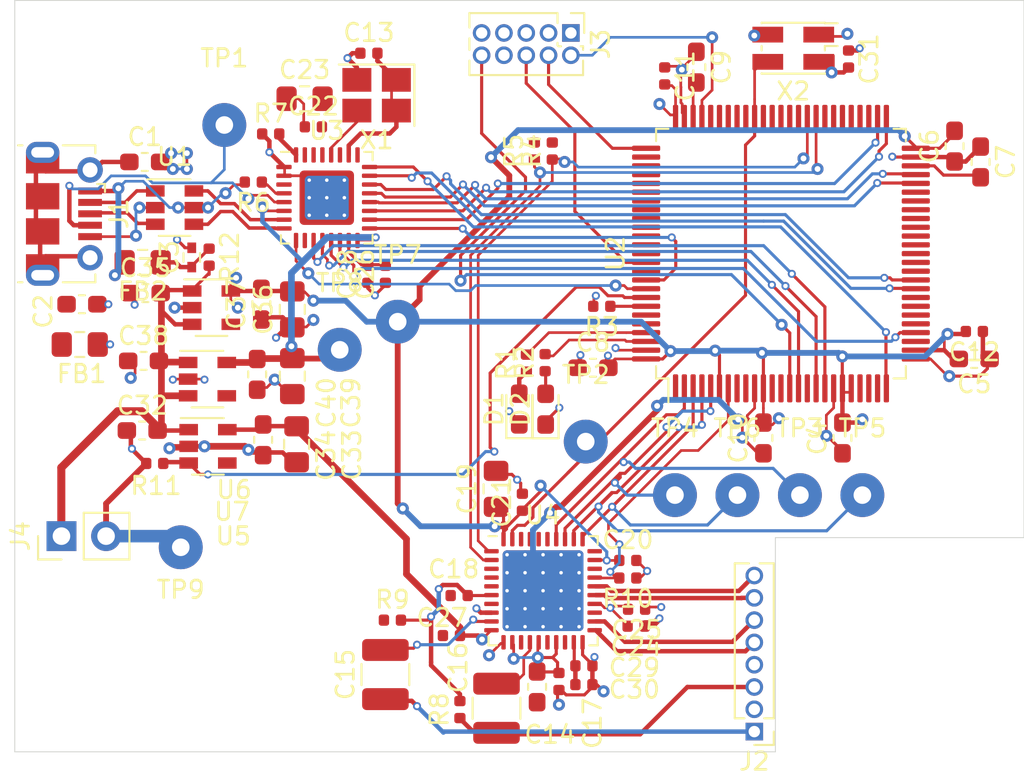
<source format=kicad_pcb>
(kicad_pcb (version 20171130) (host pcbnew 5.1.4)
  (title_block (title "Open DPOAE Interface") (rev 2a) (company "Sana AudioPulse") (comment 1 "Ben Nahill <bnahill@gmail.com>"))
  (layers (0 F.Cu signal) (1 Inner2.Cu power) (2 Inner1.Cu mixed) (31 B.Cu signal) (34 B.Paste user) (35 F.Paste user) (36 B.SilkS user) (37 F.SilkS user) (38 B.Mask user) (39 F.Mask user) (44 Edge.Cuts user))
  (net 0 "")
  (net 1 +3V)
  (net 2 /Microcontroller/ANALOG_EN)
  (net 3 /Microcontroller/I2C_SCL)
  (net 4 /Microcontroller/I2C_SDA)
  (net 5 USB_5V)
  (net 6 "Net-(C9-Pad2)")
  (net 7 GNDD)
  (net 8 +1V8)
  (net 9 +3V3A)
  (net 10 AGND)
  (net 11 GND)
  (net 12 +5V)
  (net 13 +3V3)
  (net 14 /Microcontroller/USB_VBUS)
  (net 15 "Net-(D1-Pad2)")
  (net 16 "Net-(D2-Pad2)")
  (net 17 /Microcontroller/CODEC_~PD)
  (net 18 /Microcontroller/USB_D7)
  (net 19 /Microcontroller/MCLK)
  (net 20 /Microcontroller/USB_D6)
  (net 21 /Microcontroller/USB_D5)
  (net 22 /Microcontroller/USB_D4)
  (net 23 /Microcontroller/USB_D3)
  (net 24 /Microcontroller/USB_D2)
  (net 25 /Microcontroller/USB_D1)
  (net 26 /Microcontroller/USB_CLKOUT)
  (net 27 /Microcontroller/USB_D0)
  (net 28 /Microcontroller/USB_NXT)
  (net 29 /Microcontroller/USB_DIR)
  (net 30 /Microcontroller/USB_STP)
  (net 31 /Microcontroller/CODEC_SDO)
  (net 32 /Microcontroller/CODEC_BCLK)
  (net 33 /Microcontroller/CODEC_LRCLK)
  (net 34 /Microcontroller/CODEC_SDI)
  (net 35 /Microcontroller/USB_ID)
  (net 36 "Net-(FB1-Pad1)")
  (net 37 /MIC0)
  (net 38 /MIC1)
  (net 39 /HP_RN)
  (net 40 /HP_RP)
  (net 41 /HP_LN)
  (net 42 /HP_LP)
  (net 43 /Microcontroller/SWO)
  (net 44 /Microcontroller/SWCLK)
  (net 45 /Microcontroller/SWDIO)
  (net 46 /Microcontroller/~RESET)
  (net 47 "Net-(U3-Pad28)")
  (net 48 "Net-(C1-Pad1)")
  (net 49 "Net-(C7-Pad2)")
  (net 50 "Net-(C14-Pad1)")
  (net 51 "Net-(C15-Pad2)")
  (net 52 "Net-(C16-Pad2)")
  (net 53 "Net-(C18-Pad1)")
  (net 54 "Net-(C22-Pad2)")
  (net 55 "Net-(R1-Pad2)")
  (net 56 "Net-(R2-Pad2)")
  (net 57 "Net-(R3-Pad1)")
  (net 58 "Net-(R6-Pad1)")
  (net 59 "Net-(R7-Pad2)")
  (net 60 /Microcontroller/USB_D_P)
  (net 61 /Microcontroller/USB_D_N)
  (net 62 /Microcontroller/1V8_USB)
  (net 63 "Net-(J1-Pad3)")
  (net 64 "Net-(J1-Pad2)")
  (net 65 "Net-(J3-Pad8)")
  (net 66 "Net-(J3-Pad7)")
  (net 67 "Net-(U2-Pad96)")
  (net 68 "Net-(U2-Pad95)")
  (net 69 /Microcontroller/USB_RESET)
  (net 70 "Net-(U2-Pad90)")
  (net 71 "Net-(U2-Pad88)")
  (net 72 "Net-(U2-Pad87)")
  (net 73 "Net-(U2-Pad86)")
  (net 74 "Net-(U2-Pad85)")
  (net 75 "Net-(U2-Pad84)")
  (net 76 "Net-(U2-Pad83)")
  (net 77 "Net-(U2-Pad82)")
  (net 78 "Net-(U2-Pad81)")
  (net 79 "Net-(U2-Pad80)")
  (net 80 "Net-(U2-Pad79)")
  (net 81 "Net-(U2-Pad78)")
  (net 82 "Net-(U2-Pad77)")
  (net 83 "Net-(U2-Pad71)")
  (net 84 "Net-(U2-Pad70)")
  (net 85 "Net-(U2-Pad69)")
  (net 86 "Net-(U2-Pad68)")
  (net 87 "Net-(U2-Pad67)")
  (net 88 "Net-(U2-Pad65)")
  (net 89 "Net-(U2-Pad64)")
  (net 90 "Net-(U2-Pad63)")
  (net 91 "Net-(U2-Pad62)")
  (net 92 "Net-(U2-Pad61)")
  (net 93 "Net-(U2-Pad58)")
  (net 94 "Net-(U2-Pad57)")
  (net 95 "Net-(U2-Pad56)")
  (net 96 "Net-(U2-Pad55)")
  (net 97 "Net-(U2-Pad54)")
  (net 98 "Net-(U2-Pad53)")
  (net 99 "Net-(U2-Pad45)")
  (net 100 "Net-(U2-Pad44)")
  (net 101 "Net-(U2-Pad43)")
  (net 102 "Net-(U2-Pad42)")
  (net 103 "Net-(U2-Pad41)")
  (net 104 "Net-(U2-Pad40)")
  (net 105 "Net-(U2-Pad39)")
  (net 106 "Net-(U2-Pad38)")
  (net 107 "Net-(U2-Pad37)")
  (net 108 "Net-(U2-Pad36)")
  (net 109 "Net-(U2-Pad33)")
  (net 110 "Net-(U2-Pad32)")
  (net 111 "Net-(U2-Pad31)")
  (net 112 "Net-(U2-Pad30)")
  (net 113 "Net-(U2-Pad28)")
  (net 114 "Net-(U2-Pad24)")
  (net 115 "Net-(U2-Pad23)")
  (net 116 "Net-(U2-Pad22)")
  (net 117 "Net-(U2-Pad16)")
  (net 118 "Net-(U2-Pad13)")
  (net 119 "Net-(U2-Pad12)")
  (net 120 "Net-(U2-Pad9)")
  (net 121 "Net-(U2-Pad8)")
  (net 122 "Net-(U2-Pad1)")
  (net 123 "Net-(U3-Pad27)")
  (net 124 "Net-(U3-Pad10)")
  (net 125 "Net-(U3-Pad3)")
  (net 126 "Net-(U4-Pad7)")
  (net 127 "Net-(U4-Pad16)")
  (net 128 "Net-(U4-Pad18)")
  (net 129 "Net-(U4-Pad28)")
  (net 130 "Net-(U4-Pad35)")
  (net 131 "Net-(U4-Pad36)")
  (net 132 "Net-(U4-Pad37)")
  (net 133 "Net-(U4-Pad38)")
  (net 134 "Net-(U5-Pad4)")
  (net 135 "Net-(U6-Pad4)")
  (net 136 "Net-(U7-Pad4)")
  (net 137 /Microcontroller/MCLK_EN)
  (module Connector_USB:USB_Micro-B_Molex-105017-0001 (layer F.Cu) (at 91.225001 74.655001 270)
    (fp_text reference J1 (at 0 -3.1125 90) (layer F.SilkS))
    (fp_text value USB_B_Micro)
    (pad 6 smd rect (at -2.9 1.2375 270) (size 1.2 1.9) (layers F.Cu F.Mask) (net 48 "Net-(C1-Pad1)"))
    (pad 6 smd rect (at 2.9 1.2375 270) (size 1.2 1.9) (layers F.Cu F.Mask) (net 48 "Net-(C1-Pad1)"))
    (pad 6 thru_hole oval (at 3.5 1.2375 270) (size 1.2 1.9) (drill oval 0.6 1.3) (layers *.Cu *.Mask) (net 48 "Net-(C1-Pad1)"))
    (pad 6 thru_hole oval (at -3.5 1.2375 90) (size 1.2 1.9) (drill oval 0.6 1.3) (layers *.Cu *.Mask) (net 48 "Net-(C1-Pad1)"))
    (pad 6 smd rect (at -1 1.2375 270) (size 1.5 1.9) (layers F.Cu F.Paste F.Mask) (net 48 "Net-(C1-Pad1)"))
    (pad 6 thru_hole circle (at 2.5 -1.4625 270) (size 1.45 1.45) (drill 0.85) (layers *.Cu *.Mask) (net 48 "Net-(C1-Pad1)"))
    (pad 3 smd rect (at 0 -1.4625 270) (size 0.4 1.35) (layers F.Cu F.Paste F.Mask) (net 63 "Net-(J1-Pad3)"))
    (pad 4 smd rect (at 0.65 -1.4625 270) (size 0.4 1.35) (layers F.Cu F.Paste F.Mask) (net 35 /Microcontroller/USB_ID))
    (pad 5 smd rect (at 1.3 -1.4625 270) (size 0.4 1.35) (layers F.Cu F.Paste F.Mask) (net 36 "Net-(FB1-Pad1)"))
    (pad 1 smd rect (at -1.3 -1.4625 270) (size 0.4 1.35) (layers F.Cu F.Paste F.Mask) (net 14 /Microcontroller/USB_VBUS))
    (pad 2 smd rect (at -0.65 -1.4625 270) (size 0.4 1.35) (layers F.Cu F.Paste F.Mask) (net 64 "Net-(J1-Pad2)"))
    (pad 6 thru_hole circle (at -2.5 -1.4625 270) (size 1.45 1.45) (drill 0.85) (layers *.Cu *.Mask) (net 48 "Net-(C1-Pad1)"))
    (pad 6 smd rect (at 1 1.2375 270) (size 1.5 1.9) (layers F.Cu F.Paste F.Mask) (net 48 "Net-(C1-Pad1)"))
  )
  (module LED_SMD:LED_0603_1608Metric_Pad1.05x0.95mm_HandSolder (layer F.Cu) (at 118.621958 85.78213 90)
    (fp_text reference D2 (at 0 -1.43 90) (layer F.SilkS))
    (fp_text value " LS L29K-H1J2-1-Z ")
    (pad 2 smd roundrect (at 0.875 0 90) (size 1.05 0.95) (layers F.Cu F.Paste F.Mask) (net 16 "Net-(D2-Pad2)"))
    (pad 1 smd roundrect (at -0.875 0 90) (size 1.05 0.95) (layers F.Cu F.Paste F.Mask) (net 7 GNDD))
  )
  (module LED_SMD:LED_0603_1608Metric_Pad1.05x0.95mm_HandSolder (layer F.Cu) (at 117.1194 85.7758 90)
    (fp_text reference D1 (at 0 -1.43 90) (layer F.SilkS))
    (fp_text value " LG L29K-F2J1-24-Z")
    (pad 2 smd roundrect (at 0.875 0 90) (size 1.05 0.95) (layers F.Cu F.Paste F.Mask) (net 15 "Net-(D1-Pad2)"))
    (pad 1 smd roundrect (at -0.875 0 90) (size 1.05 0.95) (layers F.Cu F.Paste F.Mask) (net 7 GNDD))
  )
  (module Oscillator:Oscillator_SMD_EuroQuartz_XO32-4Pin_3.2x2.5mm_HandSoldering (layer F.Cu) (at 132.71787 65.221958 180)
    (fp_text reference X2 (at 0 -2.45) (layer F.SilkS))
    (fp_text value DSC6011CI2A-012.2880)
    (pad 4 smd rect (at -1.45 -0.775 180) (size 1.75 0.9) (layers F.Cu F.Paste F.Mask) (net 8 +1V8))
    (pad 3 smd rect (at 1.45 -0.775 180) (size 1.75 0.9) (layers F.Cu F.Paste F.Mask) (net 19 /Microcontroller/MCLK))
    (pad 2 smd rect (at 1.45 0.775 180) (size 1.75 0.9) (layers F.Cu F.Paste F.Mask) (net 7 GNDD))
    (pad 1 smd rect (at -1.45 0.775 180) (size 1.75 0.9) (layers F.Cu F.Paste F.Mask) (net 137 /Microcontroller/MCLK_EN))
  )
  (module Oscillator:Oscillator_SMD_SeikoEpson_SG210-4Pin_2.5x2.0mm_HandSoldering (layer F.Cu) (at 109 67.9 180)
    (fp_text reference X1 (at 0 -2.55) (layer F.SilkS))
    (fp_text value DSC6011JE1A-024.0000)
    (pad 4 smd rect (at -1.125 -0.875 180) (size 1.65 1.35) (layers F.Cu F.Paste F.Mask) (net 62 /Microcontroller/1V8_USB))
    (pad 3 smd rect (at 1.125 -0.875 180) (size 1.65 1.35) (layers F.Cu F.Paste F.Mask) (net 47 "Net-(U3-Pad28)"))
    (pad 2 smd rect (at 1.125 0.875 180) (size 1.65 1.35) (layers F.Cu F.Paste F.Mask) (net 7 GNDD))
    (pad 1 smd rect (at -1.125 0.875 180) (size 1.65 1.35) (layers F.Cu F.Paste F.Mask) (net 62 /Microcontroller/1V8_USB))
  )
  (module Resistor_SMD:R_0402_1005Metric (layer F.Cu) (at 101.981 72.8472 180)
    (fp_text reference R6 (at 0 -1.17) (layer F.SilkS))
    (fp_text value 820)
    (pad 2 smd roundrect (at 0.485 0 180) (size 0.59 0.64) (layers F.Cu F.Paste F.Mask) (net 14 /Microcontroller/USB_VBUS))
    (pad 1 smd roundrect (at -0.485 0 180) (size 0.59 0.64) (layers F.Cu F.Paste F.Mask) (net 58 "Net-(R6-Pad1)"))
  )
  (module Capacitor_SMD:C_0402_1005Metric (layer F.Cu) (at 135.8646 65.8368 270)
    (fp_text reference C31 (at 0 -1.17 90) (layer F.SilkS))
    (fp_text value 100n)
    (pad 2 smd roundrect (at 0.485 0 270) (size 0.59 0.64) (layers F.Cu F.Paste F.Mask) (net 8 +1V8))
    (pad 1 smd roundrect (at -0.485 0 270) (size 0.59 0.64) (layers F.Cu F.Paste F.Mask) (net 7 GNDD))
  )
  (module Capacitor_SMD:C_0402_1005Metric (layer F.Cu) (at 108.5 78.1 90)
    (fp_text reference C28 (at 0 -1.17 90) (layer F.SilkS))
    (fp_text value 100n)
    (pad 2 smd roundrect (at 0.485 0 90) (size 0.59 0.64) (layers F.Cu F.Paste F.Mask) (net 62 /Microcontroller/1V8_USB))
    (pad 1 smd roundrect (at -0.485 0 90) (size 0.59 0.64) (layers F.Cu F.Paste F.Mask) (net 7 GNDD))
  )
  (module Capacitor_SMD:C_0402_1005Metric (layer F.Cu) (at 109.4994 78.1 90)
    (fp_text reference C26 (at 0 -1.17 90) (layer F.SilkS))
    (fp_text value 100n)
    (pad 2 smd roundrect (at 0.485 0 90) (size 0.59 0.64) (layers F.Cu F.Paste F.Mask) (net 62 /Microcontroller/1V8_USB))
    (pad 1 smd roundrect (at -0.485 0 90) (size 0.59 0.64) (layers F.Cu F.Paste F.Mask) (net 7 GNDD))
  )
  (module Capacitor_SMD:C_0402_1005Metric (layer F.Cu) (at 105.4 69.7)
    (fp_text reference C22 (at 0 -1.17) (layer F.SilkS))
    (fp_text value 100n)
    (pad 2 smd roundrect (at 0.485 0) (size 0.59 0.64) (layers F.Cu F.Paste F.Mask) (net 54 "Net-(C22-Pad2)"))
    (pad 1 smd roundrect (at -0.485 0) (size 0.59 0.64) (layers F.Cu F.Paste F.Mask) (net 7 GNDD))
  )
  (module Capacitor_SMD:C_0402_1005Metric (layer F.Cu) (at 113.7 96.4 180)
    (fp_text reference C18 (at 0.3144 1.5056) (layer F.SilkS))
    (fp_text value 1u)
    (pad 2 smd roundrect (at 0.485 0 180) (size 0.59 0.64) (layers F.Cu F.Paste F.Mask) (net 7 GNDD))
    (pad 1 smd roundrect (at -0.485 0 180) (size 0.59 0.64) (layers F.Cu F.Paste F.Mask) (net 53 "Net-(C18-Pad1)"))
  )
  (module Connector_PinHeader_1.27mm:PinHeader_1x08_P1.27mm_Vertical (layer F.Cu) (at 130.5 104.15 180)
    (fp_text reference J2 (at 0 -1.695) (layer F.SilkS))
    (fp_text value Conn_01x08)
    (pad 8 thru_hole oval (at 0 8.89 180) (size 1 1) (drill 0.65) (layers *.Cu *.Mask) (net 40 /HP_RP))
    (pad 7 thru_hole oval (at 0 7.62 180) (size 1 1) (drill 0.65) (layers *.Cu *.Mask) (net 39 /HP_RN))
    (pad 6 thru_hole oval (at 0 6.35 180) (size 1 1) (drill 0.65) (layers *.Cu *.Mask) (net 42 /HP_LP))
    (pad 5 thru_hole oval (at 0 5.08 180) (size 1 1) (drill 0.65) (layers *.Cu *.Mask) (net 41 /HP_LN))
    (pad 4 thru_hole oval (at 0 3.81 180) (size 1 1) (drill 0.65) (layers *.Cu *.Mask) (net 7 GNDD))
    (pad 3 thru_hole oval (at 0 2.54 180) (size 1 1) (drill 0.65) (layers *.Cu *.Mask) (net 38 /MIC1))
    (pad 2 thru_hole oval (at 0 1.27 180) (size 1 1) (drill 0.65) (layers *.Cu *.Mask) (net 7 GNDD))
    (pad 1 thru_hole rect (at 0 0 180) (size 1 1) (drill 0.65) (layers *.Cu *.Mask) (net 37 /MIC0))
  )
  (module Package_TO_SOT_SMD:SOT-23-6 (layer F.Cu) (at 97.5 74.3)
    (fp_text reference U1 (at 0 -2.9) (layer F.SilkS))
    (fp_text value USBLC6-2SC6)
    (pad 5 smd rect (at 1.1 0) (size 1.06 0.65) (layers F.Cu F.Paste F.Mask) (net 14 /Microcontroller/USB_VBUS))
    (pad 6 smd rect (at 1.1 -0.95) (size 1.06 0.65) (layers F.Cu F.Paste F.Mask) (net 61 /Microcontroller/USB_D_N))
    (pad 4 smd rect (at 1.1 0.95) (size 1.06 0.65) (layers F.Cu F.Paste F.Mask) (net 60 /Microcontroller/USB_D_P))
    (pad 3 smd rect (at -1.1 0.95) (size 1.06 0.65) (layers F.Cu F.Paste F.Mask) (net 63 "Net-(J1-Pad3)"))
    (pad 2 smd rect (at -1.1 0) (size 1.06 0.65) (layers F.Cu F.Paste F.Mask) (net 36 "Net-(FB1-Pad1)"))
    (pad 1 smd rect (at -1.1 -0.95) (size 1.06 0.65) (layers F.Cu F.Paste F.Mask) (net 64 "Net-(J1-Pad2)"))
  )
  (module Inductor_SMD:L_0805_2012Metric_Pad1.15x1.40mm_HandSolder (layer F.Cu) (at 95.6818 77.4192 180)
    (fp_text reference FB2 (at 0 -1.65) (layer F.SilkS))
    (fp_text value BLM18PG221SN1D)
    (pad 2 smd roundrect (at 1.025 0 180) (size 1.15 1.4) (layers F.Cu F.Paste F.Mask) (roundrect_rratio 0.217391) (net 14 /Microcontroller/USB_VBUS))
    (pad 1 smd roundrect (at -1.025 0 180) (size 1.15 1.4) (layers F.Cu F.Paste F.Mask) (roundrect_rratio 0.217391) (net 5 USB_5V))
  )
  (module Inductor_SMD:L_0805_2012Metric_Pad1.15x1.40mm_HandSolder (layer F.Cu) (at 92.1 82.1)
    (fp_text reference FB1 (at 0.102 1.6692) (layer F.SilkS))
    (fp_text value BLM18PG221SN1D)
    (pad 2 smd roundrect (at 1.025 0) (size 1.15 1.4) (layers F.Cu F.Paste F.Mask) (roundrect_rratio 0.217391) (net 7 GNDD))
    (pad 1 smd roundrect (at -1.025 0) (size 1.15 1.4) (layers F.Cu F.Paste F.Mask) (roundrect_rratio 0.217391) (net 36 "Net-(FB1-Pad1)"))
  )
  (module Capacitor_SMD:C_0603_1608Metric_Pad1.05x0.95mm_HandSolder (layer F.Cu) (at 95.8 71.7)
    (fp_text reference C1 (at 0 -1.43) (layer F.SilkS))
    (fp_text value 2.2u)
    (pad 2 smd roundrect (at 0.875 0) (size 1.05 0.95) (layers F.Cu F.Paste F.Mask) (net 7 GNDD))
    (pad 1 smd roundrect (at -0.875 0) (size 1.05 0.95) (layers F.Cu F.Paste F.Mask) (net 48 "Net-(C1-Pad1)"))
  )
  (module Capacitor_SMD:C_0805_2012Metric_Pad1.15x1.40mm_HandSolder (layer F.Cu) (at 104.2 83.9 90)
    (fp_text reference C39 (at -1.5202 3.3436 90) (layer F.SilkS))
    (fp_text value 10u)
    (pad 2 smd roundrect (at 1.025 0 90) (size 1.15 1.4) (layers F.Cu F.Paste F.Mask) (roundrect_rratio 0.217391) (net 13 +3V3))
    (pad 1 smd roundrect (at -1.025 0 90) (size 1.15 1.4) (layers F.Cu F.Paste F.Mask) (roundrect_rratio 0.217391) (net 11 GND))
  )
  (module Capacitor_SMD:C_0805_2012Metric_Pad1.15x1.40mm_HandSolder (layer F.Cu) (at 104.2 80.1 90)
    (fp_text reference C36 (at 0 -1.65 90) (layer F.SilkS))
    (fp_text value 10u)
    (pad 2 smd roundrect (at 1.025 0 90) (size 1.15 1.4) (layers F.Cu F.Paste F.Mask) (roundrect_rratio 0.217391) (net 8 +1V8))
    (pad 1 smd roundrect (at -1.025 0 90) (size 1.15 1.4) (layers F.Cu F.Paste F.Mask) (roundrect_rratio 0.217391) (net 11 GND))
  )
  (module Capacitor_SMD:C_0805_2012Metric_Pad1.15x1.40mm_HandSolder (layer F.Cu) (at 104.4448 87.7824 90)
    (fp_text reference C33 (at -0.6096 3.1496 90) (layer F.SilkS))
    (fp_text value 10u)
    (pad 2 smd roundrect (at 1.025 0 90) (size 1.15 1.4) (layers F.Cu F.Paste F.Mask) (roundrect_rratio 0.217391) (net 9 +3V3A))
    (pad 1 smd roundrect (at -1.025 0 90) (size 1.15 1.4) (layers F.Cu F.Paste F.Mask) (roundrect_rratio 0.217391) (net 10 AGND))
  )
  (module Capacitor_SMD:C_0805_2012Metric_Pad1.15x1.40mm_HandSolder (layer F.Cu) (at 115.7986 90.3224 90)
    (fp_text reference C19 (at 0 -1.65 90) (layer F.SilkS))
    (fp_text value 10u)
    (pad 2 smd roundrect (at 1.025 0 90) (size 1.15 1.4) (layers F.Cu F.Paste F.Mask) (roundrect_rratio 0.217391) (net 7 GNDD))
    (pad 1 smd roundrect (at -1.025 0 90) (size 1.15 1.4) (layers F.Cu F.Paste F.Mask) (roundrect_rratio 0.217391) (net 8 +1V8))
  )
  (module Capacitor_SMD:C_1210_3225Metric (layer F.Cu) (at 115.824 102.8192 90)
    (fp_text reference C16 (at 2.3114 -2.1844 90) (layer F.SilkS))
    (fp_text value 22u)
    (pad 2 smd roundrect (at 1.4 0 90) (size 1.25 2.65) (layers F.Cu F.Paste F.Mask) (roundrect_rratio 0.2) (net 52 "Net-(C16-Pad2)"))
    (pad 1 smd roundrect (at -1.4 0 90) (size 1.25 2.65) (layers F.Cu F.Paste F.Mask) (roundrect_rratio 0.2) (net 38 /MIC1))
  )
  (module Capacitor_SMD:C_1210_3225Metric (layer F.Cu) (at 109.5 100.9 90)
    (fp_text reference C15 (at 0 -2.28 90) (layer F.SilkS))
    (fp_text value 22u)
    (pad 2 smd roundrect (at 1.4 0 90) (size 1.25 2.65) (layers F.Cu F.Paste F.Mask) (roundrect_rratio 0.2) (net 51 "Net-(C15-Pad2)"))
    (pad 1 smd roundrect (at -1.4 0 90) (size 1.25 2.65) (layers F.Cu F.Paste F.Mask) (roundrect_rratio 0.2) (net 37 /MIC0))
  )
  (module Capacitor_SMD:C_0603_1608Metric_Pad1.05x0.95mm_HandSolder (layer F.Cu) (at 102.2 83.8 90)
    (fp_text reference C40 (at -1.6202 3.9466 90) (layer F.SilkS))
    (fp_text value 2.2u)
    (pad 2 smd roundrect (at 0.875 0 90) (size 1.05 0.95) (layers F.Cu F.Paste F.Mask) (net 13 +3V3))
    (pad 1 smd roundrect (at -0.875 0 90) (size 1.05 0.95) (layers F.Cu F.Paste F.Mask) (net 11 GND))
  )
  (module Capacitor_SMD:C_0603_1608Metric_Pad1.05x0.95mm_HandSolder (layer F.Cu) (at 95.7326 83.0326)
    (fp_text reference C38 (at 0 -1.43) (layer F.SilkS))
    (fp_text value 2.2u)
    (pad 2 smd roundrect (at 0.875 0) (size 1.05 0.95) (layers F.Cu F.Paste F.Mask) (net 12 +5V))
    (pad 1 smd roundrect (at -0.875 0) (size 1.05 0.95) (layers F.Cu F.Paste F.Mask) (net 11 GND))
  )
  (module Capacitor_SMD:C_0603_1608Metric_Pad1.05x0.95mm_HandSolder (layer F.Cu) (at 102.4382 79.8 90)
    (fp_text reference C37 (at 0 -1.43 90) (layer F.SilkS))
    (fp_text value 2.2u)
    (pad 2 smd roundrect (at 0.875 0 90) (size 1.05 0.95) (layers F.Cu F.Paste F.Mask) (net 8 +1V8))
    (pad 1 smd roundrect (at -0.875 0 90) (size 1.05 0.95) (layers F.Cu F.Paste F.Mask) (net 11 GND))
  )
  (module Capacitor_SMD:C_0603_1608Metric_Pad1.05x0.95mm_HandSolder (layer F.Cu) (at 95.8342 79.1718)
    (fp_text reference C35 (at 0 -1.43) (layer F.SilkS))
    (fp_text value 2.2u)
    (pad 2 smd roundrect (at 0.875 0) (size 1.05 0.95) (layers F.Cu F.Paste F.Mask) (net 12 +5V))
    (pad 1 smd roundrect (at -0.875 0) (size 1.05 0.95) (layers F.Cu F.Paste F.Mask) (net 11 GND))
  )
  (module Capacitor_SMD:C_0603_1608Metric_Pad1.05x0.95mm_HandSolder (layer F.Cu) (at 102.5398 87.5284 90)
    (fp_text reference C34 (at -0.889 3.5814 90) (layer F.SilkS))
    (fp_text value 2.2u)
    (pad 2 smd roundrect (at 0.875 0 90) (size 1.05 0.95) (layers F.Cu F.Paste F.Mask) (net 9 +3V3A))
    (pad 1 smd roundrect (at -0.875 0 90) (size 1.05 0.95) (layers F.Cu F.Paste F.Mask) (net 10 AGND))
  )
  (module Capacitor_SMD:C_0603_1608Metric_Pad1.05x0.95mm_HandSolder (layer F.Cu) (at 95.6564 87)
    (fp_text reference C32 (at 0 -1.43) (layer F.SilkS))
    (fp_text value 2.2u)
    (pad 2 smd roundrect (at 0.875 0) (size 1.05 0.95) (layers F.Cu F.Paste F.Mask) (net 12 +5V))
    (pad 1 smd roundrect (at -0.875 0) (size 1.05 0.95) (layers F.Cu F.Paste F.Mask) (net 11 GND))
  )
  (module Capacitor_SMD:C_0402_1005Metric (layer F.Cu) (at 120.8 101.473 180)
    (fp_text reference C30 (at -2.8726 -0.2794) (layer F.SilkS))
    (fp_text value 0.1u)
    (pad 2 smd roundrect (at 0.485 0 180) (size 0.59 0.64) (layers F.Cu F.Paste F.Mask) (net 9 +3V3A))
    (pad 1 smd roundrect (at -0.485 0 180) (size 0.59 0.64) (layers F.Cu F.Paste F.Mask) (net 10 AGND))
  )
  (module Capacitor_SMD:C_0402_1005Metric (layer F.Cu) (at 120.8 100.4 180)
    (fp_text reference C29 (at -2.8726 -0.1078) (layer F.SilkS))
    (fp_text value 0.1u)
    (pad 2 smd roundrect (at 0.485 0 180) (size 0.59 0.64) (layers F.Cu F.Paste F.Mask) (net 9 +3V3A))
    (pad 1 smd roundrect (at -0.485 0 180) (size 0.59 0.64) (layers F.Cu F.Paste F.Mask) (net 10 AGND))
  )
  (module Capacitor_SMD:C_0402_1005Metric (layer F.Cu) (at 113.2586 98.679)
    (fp_text reference C27 (at -0.5334 -1.016) (layer F.SilkS))
    (fp_text value 0.1u)
    (pad 2 smd roundrect (at 0.485 0) (size 0.59 0.64) (layers F.Cu F.Paste F.Mask) (net 9 +3V3A))
    (pad 1 smd roundrect (at -0.485 0) (size 0.59 0.64) (layers F.Cu F.Paste F.Mask) (net 10 AGND))
  )
  (module Capacitor_SMD:C_0402_1005Metric (layer F.Cu) (at 123.7996 97.1804 180)
    (fp_text reference C25 (at 0 -1.17) (layer F.SilkS))
    (fp_text value 0.1u)
    (pad 2 smd roundrect (at 0.485 0 180) (size 0.59 0.64) (layers F.Cu F.Paste F.Mask) (net 9 +3V3A))
    (pad 1 smd roundrect (at -0.485 0 180) (size 0.59 0.64) (layers F.Cu F.Paste F.Mask) (net 10 AGND))
  )
  (module Capacitor_SMD:C_0402_1005Metric (layer F.Cu) (at 123.7742 98.1456 180)
    (fp_text reference C24 (at 0 -1.17) (layer F.SilkS))
    (fp_text value 0.1u)
    (pad 2 smd roundrect (at 0.485 0 180) (size 0.59 0.64) (layers F.Cu F.Paste F.Mask) (net 9 +3V3A))
    (pad 1 smd roundrect (at -0.485 0 180) (size 0.59 0.64) (layers F.Cu F.Paste F.Mask) (net 10 AGND))
  )
  (module Capacitor_SMD:C_0805_2012Metric_Pad1.15x1.40mm_HandSolder (layer F.Cu) (at 104.9 68.1)
    (fp_text reference C23 (at 0 -1.65) (layer F.SilkS))
    (fp_text value 4.7u)
    (pad 2 smd roundrect (at 1.025 0) (size 1.15 1.4) (layers F.Cu F.Paste F.Mask) (roundrect_rratio 0.217391) (net 54 "Net-(C22-Pad2)"))
    (pad 1 smd roundrect (at -1.025 0) (size 1.15 1.4) (layers F.Cu F.Paste F.Mask) (roundrect_rratio 0.217391) (net 7 GNDD))
  )
  (module Capacitor_SMD:C_0402_1005Metric (layer F.Cu) (at 117.2972 91.0844 90)
    (fp_text reference C21 (at 0 -1.17 90) (layer F.SilkS))
    (fp_text value 0.1u)
    (pad 2 smd roundrect (at 0.485 0 90) (size 0.59 0.64) (layers F.Cu F.Paste F.Mask) (net 7 GNDD))
    (pad 1 smd roundrect (at -0.485 0 90) (size 0.59 0.64) (layers F.Cu F.Paste F.Mask) (net 8 +1V8))
  )
  (module Capacitor_SMD:C_0402_1005Metric (layer F.Cu) (at 123.3 94.4)
    (fp_text reference C20 (at 0 -1.17) (layer F.SilkS))
    (fp_text value 1u)
    (pad 2 smd roundrect (at 0.485 0) (size 0.59 0.64) (layers F.Cu F.Paste F.Mask) (net 7 GNDD))
    (pad 1 smd roundrect (at -0.485 0) (size 0.59 0.64) (layers F.Cu F.Paste F.Mask) (net 8 +1V8))
  )
  (module Capacitor_SMD:C_0402_1005Metric (layer F.Cu) (at 119.38 101.2952 90)
    (fp_text reference C17 (at -2.3876 1.905 90) (layer F.SilkS))
    (fp_text value 100n)
    (pad 2 smd roundrect (at 0.485 0 90) (size 0.59 0.64) (layers F.Cu F.Paste F.Mask) (net 50 "Net-(C14-Pad1)"))
    (pad 1 smd roundrect (at -0.485 0 90) (size 0.59 0.64) (layers F.Cu F.Paste F.Mask) (net 10 AGND))
  )
  (module Capacitor_SMD:C_0603_1608Metric_Pad1.05x0.95mm_HandSolder (layer F.Cu) (at 118.1354 101.6 270)
    (fp_text reference C14 (at 2.7178 -0.7366 180) (layer F.SilkS))
    (fp_text value 2.2u)
    (pad 2 smd roundrect (at 0.875 0 270) (size 1.05 0.95) (layers F.Cu F.Paste F.Mask) (net 10 AGND))
    (pad 1 smd roundrect (at -0.875 0 270) (size 1.05 0.95) (layers F.Cu F.Paste F.Mask) (net 50 "Net-(C14-Pad1)"))
  )
  (module Capacitor_SMD:C_0402_1005Metric (layer F.Cu) (at 108.5596 65.5066)
    (fp_text reference C13 (at 0 -1.17) (layer F.SilkS))
    (fp_text value 100n)
    (pad 2 smd roundrect (at 0.485 0) (size 0.59 0.64) (layers F.Cu F.Paste F.Mask) (net 62 /Microcontroller/1V8_USB))
    (pad 1 smd roundrect (at -0.485 0) (size 0.59 0.64) (layers F.Cu F.Paste F.Mask) (net 7 GNDD))
  )
  (module Capacitor_SMD:C_0402_1005Metric (layer F.Cu) (at 143.0274 81.3562 180)
    (fp_text reference C12 (at 0 -1.17) (layer F.SilkS))
    (fp_text value 0.1u)
    (pad 2 smd roundrect (at 0.485 0 180) (size 0.59 0.64) (layers F.Cu F.Paste F.Mask) (net 8 +1V8))
    (pad 1 smd roundrect (at -0.485 0 180) (size 0.59 0.64) (layers F.Cu F.Paste F.Mask) (net 7 GNDD))
  )
  (module Capacitor_SMD:C_0402_1005Metric (layer F.Cu) (at 125.4 66.8 270)
    (fp_text reference C11 (at 0 -1.17 90) (layer F.SilkS))
    (fp_text value 1u)
    (pad 2 smd roundrect (at 0.485 0 270) (size 0.59 0.64) (layers F.Cu F.Paste F.Mask) (net 8 +1V8))
    (pad 1 smd roundrect (at -0.485 0 270) (size 0.59 0.64) (layers F.Cu F.Paste F.Mask) (net 7 GNDD))
  )
  (module Capacitor_SMD:C_0603_1608Metric_Pad1.05x0.95mm_HandSolder (layer F.Cu) (at 131.01787 87.421958 90)
    (fp_text reference C10 (at 0 -1.43 90) (layer F.SilkS))
    (fp_text value 2.2u)
    (pad 2 smd roundrect (at 0.875 0 90) (size 1.05 0.95) (layers F.Cu F.Paste F.Mask) (net 8 +1V8))
    (pad 1 smd roundrect (at -0.875 0 90) (size 1.05 0.95) (layers F.Cu F.Paste F.Mask) (net 7 GNDD))
  )
  (module Capacitor_SMD:C_0603_1608Metric_Pad1.05x0.95mm_HandSolder (layer F.Cu) (at 127.2 66.3 270)
    (fp_text reference C9 (at 0 -1.43 90) (layer F.SilkS))
    (fp_text value 2.2u)
    (pad 2 smd roundrect (at 0.875 0 270) (size 1.05 0.95) (layers F.Cu F.Paste F.Mask) (net 6 "Net-(C9-Pad2)"))
    (pad 1 smd roundrect (at -0.875 0 270) (size 1.05 0.95) (layers F.Cu F.Paste F.Mask) (net 7 GNDD))
  )
  (module Capacitor_SMD:C_0603_1608Metric_Pad1.05x0.95mm_HandSolder (layer F.Cu) (at 121.31787 83.421958)
    (fp_text reference C8 (at 0 -1.43) (layer F.SilkS))
    (fp_text value 2.2u)
    (pad 2 smd roundrect (at 0.875 0) (size 1.05 0.95) (layers F.Cu F.Paste F.Mask) (net 8 +1V8))
    (pad 1 smd roundrect (at -0.875 0) (size 1.05 0.95) (layers F.Cu F.Paste F.Mask) (net 7 GNDD))
  )
  (module Capacitor_SMD:C_0603_1608Metric_Pad1.05x0.95mm_HandSolder (layer F.Cu) (at 143.383 71.7 270)
    (fp_text reference C7 (at 0 -1.43 90) (layer F.SilkS))
    (fp_text value 2.2u)
    (pad 2 smd roundrect (at 0.875 0 270) (size 1.05 0.95) (layers F.Cu F.Paste F.Mask) (net 49 "Net-(C7-Pad2)"))
    (pad 1 smd roundrect (at -0.875 0 270) (size 1.05 0.95) (layers F.Cu F.Paste F.Mask) (net 7 GNDD))
  )
  (module Capacitor_SMD:C_0603_1608Metric_Pad1.05x0.95mm_HandSolder (layer F.Cu) (at 141.9 70.8 90)
    (fp_text reference C6 (at 0 -1.43 90) (layer F.SilkS))
    (fp_text value 2.2u)
    (pad 2 smd roundrect (at 0.875 0 90) (size 1.05 0.95) (layers F.Cu F.Paste F.Mask) (net 8 +1V8))
    (pad 1 smd roundrect (at -0.875 0 90) (size 1.05 0.95) (layers F.Cu F.Paste F.Mask) (net 7 GNDD))
  )
  (module Capacitor_SMD:C_0603_1608Metric_Pad1.05x0.95mm_HandSolder (layer F.Cu) (at 143.01787 82.921958 180)
    (fp_text reference C5 (at 0 -1.43) (layer F.SilkS))
    (fp_text value 2.2u)
    (pad 2 smd roundrect (at 0.875 0 180) (size 1.05 0.95) (layers F.Cu F.Paste F.Mask) (net 8 +1V8))
    (pad 1 smd roundrect (at -0.875 0 180) (size 1.05 0.95) (layers F.Cu F.Paste F.Mask) (net 7 GNDD))
  )
  (module Capacitor_SMD:C_0603_1608Metric_Pad1.05x0.95mm_HandSolder (layer F.Cu) (at 135.51787 87.421958 90)
    (fp_text reference C4 (at 0 -1.43 90) (layer F.SilkS))
    (fp_text value 2.2u)
    (pad 2 smd roundrect (at 0.875 0 90) (size 1.05 0.95) (layers F.Cu F.Paste F.Mask) (net 8 +1V8))
    (pad 1 smd roundrect (at -0.875 0 90) (size 1.05 0.95) (layers F.Cu F.Paste F.Mask) (net 7 GNDD))
  )
  (module Capacitor_SMD:C_0603_1608Metric_Pad1.05x0.95mm_HandSolder (layer F.Cu) (at 92.225001 79.805001)
    (fp_text reference C2 (at -2.207401 0.408199 90) (layer F.SilkS))
    (fp_text value 2.2u)
    (pad 2 smd roundrect (at 0.875 0) (size 1.05 0.95) (layers F.Cu F.Paste F.Mask) (net 7 GNDD))
    (pad 1 smd roundrect (at -0.875 0) (size 1.05 0.95) (layers F.Cu F.Paste F.Mask) (net 14 /Microcontroller/USB_VBUS))
  )
  (module Resistor_SMD:R_0402_1005Metric (layer F.Cu) (at 99.4664 77.1238 270)
    (fp_text reference R12 (at 0 -1.17 90) (layer F.SilkS))
    (fp_text value 0R)
    (pad 2 smd roundrect (at 0.485 0 270) (size 0.59 0.64) (layers F.Cu F.Paste F.Mask) (net 12 +5V))
    (pad 1 smd roundrect (at -0.485 0 270) (size 0.59 0.64) (layers F.Cu F.Paste F.Mask) (net 5 USB_5V))
  )
  (module Resistor_SMD:R_0402_1005Metric (layer F.Cu) (at 96.3676 88.8746)
    (fp_text reference R11 (at 0.0762 1.27) (layer F.SilkS))
    (fp_text value 100k)
    (pad 2 smd roundrect (at 0.485 0) (size 0.59 0.64) (layers F.Cu F.Paste F.Mask) (net 2 /Microcontroller/ANALOG_EN))
    (pad 1 smd roundrect (at -0.485 0) (size 0.59 0.64) (layers F.Cu F.Paste F.Mask) (net 11 GND))
  )
  (module Resistor_SMD:R_0402_1005Metric (layer F.Cu) (at 123.3 95.4 180)
    (fp_text reference R10 (at 0 -1.17) (layer F.SilkS))
    (fp_text value 100k)
    (pad 2 smd roundrect (at 0.485 0 180) (size 0.59 0.64) (layers F.Cu F.Paste F.Mask) (net 17 /Microcontroller/CODEC_~PD))
    (pad 1 smd roundrect (at -0.485 0 180) (size 0.59 0.64) (layers F.Cu F.Paste F.Mask) (net 7 GNDD))
  )
  (module Resistor_SMD:R_0402_1005Metric (layer F.Cu) (at 109.9 97.8)
    (fp_text reference R9 (at 0 -1.17) (layer F.SilkS))
    (fp_text value 2k)
    (pad 2 smd roundrect (at 0.485 0) (size 0.59 0.64) (layers F.Cu F.Paste F.Mask) (net 53 "Net-(C18-Pad1)"))
    (pad 1 smd roundrect (at -0.485 0) (size 0.59 0.64) (layers F.Cu F.Paste F.Mask) (net 37 /MIC0))
  )
  (module Resistor_SMD:R_0402_1005Metric (layer F.Cu) (at 113.7412 102.8954 90)
    (fp_text reference R8 (at 0 -1.17 90) (layer F.SilkS))
    (fp_text value 2k)
    (pad 2 smd roundrect (at 0.485 0 90) (size 0.59 0.64) (layers F.Cu F.Paste F.Mask) (net 53 "Net-(C18-Pad1)"))
    (pad 1 smd roundrect (at -0.485 0 90) (size 0.59 0.64) (layers F.Cu F.Paste F.Mask) (net 38 /MIC1))
  )
  (module Resistor_SMD:R_0402_1005Metric (layer F.Cu) (at 102.9716 70.104)
    (fp_text reference R7 (at 0 -1.17) (layer F.SilkS))
    (fp_text value "12k (1%)")
    (pad 2 smd roundrect (at 0.485 0) (size 0.59 0.64) (layers F.Cu F.Paste F.Mask) (net 59 "Net-(R7-Pad2)"))
    (pad 1 smd roundrect (at -0.485 0) (size 0.59 0.64) (layers F.Cu F.Paste F.Mask) (net 7 GNDD))
  )
  (module Resistor_SMD:R_0402_1005Metric (layer F.Cu) (at 117.98213 71.078042 90)
    (fp_text reference R5 (at 0 -1.17 90) (layer F.SilkS))
    (fp_text value 10k)
    (pad 2 smd roundrect (at 0.485 0 90) (size 0.59 0.64) (layers F.Cu F.Paste F.Mask) (net 1 +3V))
    (pad 1 smd roundrect (at -0.485 0 90) (size 0.59 0.64) (layers F.Cu F.Paste F.Mask) (net 3 /Microcontroller/I2C_SCL))
  )
  (module Resistor_SMD:R_0402_1005Metric (layer F.Cu) (at 119 71.078042 90)
    (fp_text reference R4 (at 0 -1.17 90) (layer F.SilkS))
    (fp_text value 10k)
    (pad 2 smd roundrect (at 0.485 0 90) (size 0.59 0.64) (layers F.Cu F.Paste F.Mask) (net 1 +3V))
    (pad 1 smd roundrect (at -0.485 0 90) (size 0.59 0.64) (layers F.Cu F.Paste F.Mask) (net 4 /Microcontroller/I2C_SDA))
  )
  (module Resistor_SMD:R_0402_1005Metric (layer F.Cu) (at 121.81787 79.921958 180)
    (fp_text reference R3 (at 0 -1.17) (layer F.SilkS))
    (fp_text value 100k)
    (pad 2 smd roundrect (at 0.485 0 180) (size 0.59 0.64) (layers F.Cu F.Paste F.Mask) (net 7 GNDD))
    (pad 1 smd roundrect (at -0.485 0 180) (size 0.59 0.64) (layers F.Cu F.Paste F.Mask) (net 57 "Net-(R3-Pad1)"))
  )
  (module Resistor_SMD:R_0402_1005Metric (layer F.Cu) (at 118.5926 83.1342 90)
    (fp_text reference R2 (at 0 -1.17 90) (layer F.SilkS))
    (fp_text value 7.5)
    (pad 2 smd roundrect (at 0.485 0 90) (size 0.59 0.64) (layers F.Cu F.Paste F.Mask) (net 56 "Net-(R2-Pad2)"))
    (pad 1 smd roundrect (at -0.485 0 90) (size 0.59 0.64) (layers F.Cu F.Paste F.Mask) (net 16 "Net-(D2-Pad2)"))
  )
  (module Resistor_SMD:R_0402_1005Metric (layer F.Cu) (at 117.5258 83.1596 90)
    (fp_text reference R1 (at 0 -1.17 90) (layer F.SilkS))
    (fp_text value 7.5)
    (pad 2 smd roundrect (at 0.485 0 90) (size 0.59 0.64) (layers F.Cu F.Paste F.Mask) (net 55 "Net-(R1-Pad2)"))
    (pad 1 smd roundrect (at -0.485 0 90) (size 0.59 0.64) (layers F.Cu F.Paste F.Mask) (net 15 "Net-(D1-Pad2)"))
  )
  (module Package_QFP:LQFP-100_14x14mm_P0.5mm (layer F.Cu) (at 132.01787 76.921958 90)
    (fp_text reference U2 (at 0 -9.42 90) (layer F.SilkS))
    (fp_text value STM32H743VITx)
    (pad 100 smd roundrect (at -6 -7.675 90) (size 0.3 1.6) (layers F.Cu F.Paste F.Mask) (net 8 +1V8))
    (pad 99 smd roundrect (at -5.5 -7.675 90) (size 0.3 1.6) (layers F.Cu F.Paste F.Mask) (net 7 GNDD))
    (pad 98 smd roundrect (at -5 -7.675 90) (size 0.3 1.6) (layers F.Cu F.Paste F.Mask) (net 56 "Net-(R2-Pad2)"))
    (pad 97 smd roundrect (at -4.5 -7.675 90) (size 0.3 1.6) (layers F.Cu F.Paste F.Mask) (net 55 "Net-(R1-Pad2)"))
    (pad 96 smd roundrect (at -4 -7.675 90) (size 0.3 1.6) (layers F.Cu F.Paste F.Mask) (net 67 "Net-(U2-Pad96)"))
    (pad 95 smd roundrect (at -3.5 -7.675 90) (size 0.3 1.6) (layers F.Cu F.Paste F.Mask) (net 68 "Net-(U2-Pad95)"))
    (pad 94 smd roundrect (at -3 -7.675 90) (size 0.3 1.6) (layers F.Cu F.Paste F.Mask) (net 57 "Net-(R3-Pad1)"))
    (pad 93 smd roundrect (at -2.5 -7.675 90) (size 0.3 1.6) (layers F.Cu F.Paste F.Mask) (net 2 /Microcontroller/ANALOG_EN))
    (pad 92 smd roundrect (at -2 -7.675 90) (size 0.3 1.6) (layers F.Cu F.Paste F.Mask) (net 69 /Microcontroller/USB_RESET))
    (pad 91 smd roundrect (at -1.5 -7.675 90) (size 0.3 1.6) (layers F.Cu F.Paste F.Mask) (net 18 /Microcontroller/USB_D7))
    (pad 90 smd roundrect (at -1 -7.675 90) (size 0.3 1.6) (layers F.Cu F.Paste F.Mask) (net 70 "Net-(U2-Pad90)"))
    (pad 89 smd roundrect (at -0.5 -7.675 90) (size 0.3 1.6) (layers F.Cu F.Paste F.Mask) (net 43 /Microcontroller/SWO))
    (pad 88 smd roundrect (at 0 -7.675 90) (size 0.3 1.6) (layers F.Cu F.Paste F.Mask) (net 71 "Net-(U2-Pad88)"))
    (pad 87 smd roundrect (at 0.5 -7.675 90) (size 0.3 1.6) (layers F.Cu F.Paste F.Mask) (net 72 "Net-(U2-Pad87)"))
    (pad 86 smd roundrect (at 1 -7.675 90) (size 0.3 1.6) (layers F.Cu F.Paste F.Mask) (net 73 "Net-(U2-Pad86)"))
    (pad 85 smd roundrect (at 1.5 -7.675 90) (size 0.3 1.6) (layers F.Cu F.Paste F.Mask) (net 74 "Net-(U2-Pad85)"))
    (pad 84 smd roundrect (at 2 -7.675 90) (size 0.3 1.6) (layers F.Cu F.Paste F.Mask) (net 75 "Net-(U2-Pad84)"))
    (pad 83 smd roundrect (at 2.5 -7.675 90) (size 0.3 1.6) (layers F.Cu F.Paste F.Mask) (net 76 "Net-(U2-Pad83)"))
    (pad 82 smd roundrect (at 3 -7.675 90) (size 0.3 1.6) (layers F.Cu F.Paste F.Mask) (net 77 "Net-(U2-Pad82)"))
    (pad 81 smd roundrect (at 3.5 -7.675 90) (size 0.3 1.6) (layers F.Cu F.Paste F.Mask) (net 78 "Net-(U2-Pad81)"))
    (pad 80 smd roundrect (at 4 -7.675 90) (size 0.3 1.6) (layers F.Cu F.Paste F.Mask) (net 79 "Net-(U2-Pad80)"))
    (pad 79 smd roundrect (at 4.5 -7.675 90) (size 0.3 1.6) (layers F.Cu F.Paste F.Mask) (net 80 "Net-(U2-Pad79)"))
    (pad 78 smd roundrect (at 5 -7.675 90) (size 0.3 1.6) (layers F.Cu F.Paste F.Mask) (net 81 "Net-(U2-Pad78)"))
    (pad 77 smd roundrect (at 5.5 -7.675 90) (size 0.3 1.6) (layers F.Cu F.Paste F.Mask) (net 82 "Net-(U2-Pad77)"))
    (pad 76 smd roundrect (at 6 -7.675 90) (size 0.3 1.6) (layers F.Cu F.Paste F.Mask) (net 44 /Microcontroller/SWCLK))
    (pad 75 smd roundrect (at 7.675 -6 90) (size 1.6 0.3) (layers F.Cu F.Paste F.Mask) (net 8 +1V8))
    (pad 74 smd roundrect (at 7.675 -5.5 90) (size 1.6 0.3) (layers F.Cu F.Paste F.Mask) (net 7 GNDD))
    (pad 73 smd roundrect (at 7.675 -5 90) (size 1.6 0.3) (layers F.Cu F.Paste F.Mask) (net 6 "Net-(C9-Pad2)"))
    (pad 72 smd roundrect (at 7.675 -4.5 90) (size 1.6 0.3) (layers F.Cu F.Paste F.Mask) (net 45 /Microcontroller/SWDIO))
    (pad 71 smd roundrect (at 7.675 -4 90) (size 1.6 0.3) (layers F.Cu F.Paste F.Mask) (net 83 "Net-(U2-Pad71)"))
    (pad 70 smd roundrect (at 7.675 -3.5 90) (size 1.6 0.3) (layers F.Cu F.Paste F.Mask) (net 84 "Net-(U2-Pad70)"))
    (pad 69 smd roundrect (at 7.675 -3 90) (size 1.6 0.3) (layers F.Cu F.Paste F.Mask) (net 85 "Net-(U2-Pad69)"))
    (pad 68 smd roundrect (at 7.675 -2.5 90) (size 1.6 0.3) (layers F.Cu F.Paste F.Mask) (net 86 "Net-(U2-Pad68)"))
    (pad 67 smd roundrect (at 7.675 -2 90) (size 1.6 0.3) (layers F.Cu F.Paste F.Mask) (net 87 "Net-(U2-Pad67)"))
    (pad 66 smd roundrect (at 7.675 -1.5 90) (size 1.6 0.3) (layers F.Cu F.Paste F.Mask) (net 19 /Microcontroller/MCLK))
    (pad 65 smd roundrect (at 7.675 -1 90) (size 1.6 0.3) (layers F.Cu F.Paste F.Mask) (net 88 "Net-(U2-Pad65)"))
    (pad 64 smd roundrect (at 7.675 -0.5 90) (size 1.6 0.3) (layers F.Cu F.Paste F.Mask) (net 89 "Net-(U2-Pad64)"))
    (pad 63 smd roundrect (at 7.675 0 90) (size 1.6 0.3) (layers F.Cu F.Paste F.Mask) (net 90 "Net-(U2-Pad63)"))
    (pad 62 smd roundrect (at 7.675 0.5 90) (size 1.6 0.3) (layers F.Cu F.Paste F.Mask) (net 91 "Net-(U2-Pad62)"))
    (pad 61 smd roundrect (at 7.675 1 90) (size 1.6 0.3) (layers F.Cu F.Paste F.Mask) (net 92 "Net-(U2-Pad61)"))
    (pad 60 smd roundrect (at 7.675 1.5 90) (size 1.6 0.3) (layers F.Cu F.Paste F.Mask) (net 4 /Microcontroller/I2C_SDA))
    (pad 59 smd roundrect (at 7.675 2 90) (size 1.6 0.3) (layers F.Cu F.Paste F.Mask) (net 3 /Microcontroller/I2C_SCL))
    (pad 58 smd roundrect (at 7.675 2.5 90) (size 1.6 0.3) (layers F.Cu F.Paste F.Mask) (net 93 "Net-(U2-Pad58)"))
    (pad 57 smd roundrect (at 7.675 3 90) (size 1.6 0.3) (layers F.Cu F.Paste F.Mask) (net 94 "Net-(U2-Pad57)"))
    (pad 56 smd roundrect (at 7.675 3.5 90) (size 1.6 0.3) (layers F.Cu F.Paste F.Mask) (net 95 "Net-(U2-Pad56)"))
    (pad 55 smd roundrect (at 7.675 4 90) (size 1.6 0.3) (layers F.Cu F.Paste F.Mask) (net 96 "Net-(U2-Pad55)"))
    (pad 54 smd roundrect (at 7.675 4.5 90) (size 1.6 0.3) (layers F.Cu F.Paste F.Mask) (net 97 "Net-(U2-Pad54)"))
    (pad 53 smd roundrect (at 7.675 5 90) (size 1.6 0.3) (layers F.Cu F.Paste F.Mask) (net 98 "Net-(U2-Pad53)"))
    (pad 52 smd roundrect (at 7.675 5.5 90) (size 1.6 0.3) (layers F.Cu F.Paste F.Mask) (net 20 /Microcontroller/USB_D6))
    (pad 51 smd roundrect (at 7.675 6 90) (size 1.6 0.3) (layers F.Cu F.Paste F.Mask) (net 21 /Microcontroller/USB_D5))
    (pad 50 smd roundrect (at 6 7.675 90) (size 0.3 1.6) (layers F.Cu F.Paste F.Mask) (net 8 +1V8))
    (pad 49 smd roundrect (at 5.5 7.675 90) (size 0.3 1.6) (layers F.Cu F.Paste F.Mask) (net 7 GNDD))
    (pad 48 smd roundrect (at 5 7.675 90) (size 0.3 1.6) (layers F.Cu F.Paste F.Mask) (net 49 "Net-(C7-Pad2)"))
    (pad 47 smd roundrect (at 4.5 7.675 90) (size 0.3 1.6) (layers F.Cu F.Paste F.Mask) (net 22 /Microcontroller/USB_D4))
    (pad 46 smd roundrect (at 4 7.675 90) (size 0.3 1.6) (layers F.Cu F.Paste F.Mask) (net 23 /Microcontroller/USB_D3))
    (pad 45 smd roundrect (at 3.5 7.675 90) (size 0.3 1.6) (layers F.Cu F.Paste F.Mask) (net 99 "Net-(U2-Pad45)"))
    (pad 44 smd roundrect (at 3 7.675 90) (size 0.3 1.6) (layers F.Cu F.Paste F.Mask) (net 100 "Net-(U2-Pad44)"))
    (pad 43 smd roundrect (at 2.5 7.675 90) (size 0.3 1.6) (layers F.Cu F.Paste F.Mask) (net 101 "Net-(U2-Pad43)"))
    (pad 42 smd roundrect (at 2 7.675 90) (size 0.3 1.6) (layers F.Cu F.Paste F.Mask) (net 102 "Net-(U2-Pad42)"))
    (pad 41 smd roundrect (at 1.5 7.675 90) (size 0.3 1.6) (layers F.Cu F.Paste F.Mask) (net 103 "Net-(U2-Pad41)"))
    (pad 40 smd roundrect (at 1 7.675 90) (size 0.3 1.6) (layers F.Cu F.Paste F.Mask) (net 104 "Net-(U2-Pad40)"))
    (pad 39 smd roundrect (at 0.5 7.675 90) (size 0.3 1.6) (layers F.Cu F.Paste F.Mask) (net 105 "Net-(U2-Pad39)"))
    (pad 38 smd roundrect (at 0 7.675 90) (size 0.3 1.6) (layers F.Cu F.Paste F.Mask) (net 106 "Net-(U2-Pad38)"))
    (pad 37 smd roundrect (at -0.5 7.675 90) (size 0.3 1.6) (layers F.Cu F.Paste F.Mask) (net 107 "Net-(U2-Pad37)"))
    (pad 36 smd roundrect (at -1 7.675 90) (size 0.3 1.6) (layers F.Cu F.Paste F.Mask) (net 108 "Net-(U2-Pad36)"))
    (pad 35 smd roundrect (at -1.5 7.675 90) (size 0.3 1.6) (layers F.Cu F.Paste F.Mask) (net 24 /Microcontroller/USB_D2))
    (pad 34 smd roundrect (at -2 7.675 90) (size 0.3 1.6) (layers F.Cu F.Paste F.Mask) (net 25 /Microcontroller/USB_D1))
    (pad 33 smd roundrect (at -2.5 7.675 90) (size 0.3 1.6) (layers F.Cu F.Paste F.Mask) (net 109 "Net-(U2-Pad33)"))
    (pad 32 smd roundrect (at -3 7.675 90) (size 0.3 1.6) (layers F.Cu F.Paste F.Mask) (net 110 "Net-(U2-Pad32)"))
    (pad 31 smd roundrect (at -3.5 7.675 90) (size 0.3 1.6) (layers F.Cu F.Paste F.Mask) (net 111 "Net-(U2-Pad31)"))
    (pad 30 smd roundrect (at -4 7.675 90) (size 0.3 1.6) (layers F.Cu F.Paste F.Mask) (net 112 "Net-(U2-Pad30)"))
    (pad 29 smd roundrect (at -4.5 7.675 90) (size 0.3 1.6) (layers F.Cu F.Paste F.Mask) (net 26 /Microcontroller/USB_CLKOUT))
    (pad 28 smd roundrect (at -5 7.675 90) (size 0.3 1.6) (layers F.Cu F.Paste F.Mask) (net 113 "Net-(U2-Pad28)"))
    (pad 27 smd roundrect (at -5.5 7.675 90) (size 0.3 1.6) (layers F.Cu F.Paste F.Mask) (net 8 +1V8))
    (pad 26 smd roundrect (at -6 7.675 90) (size 0.3 1.6) (layers F.Cu F.Paste F.Mask) (net 7 GNDD))
    (pad 25 smd roundrect (at -7.675 6 90) (size 1.6 0.3) (layers F.Cu F.Paste F.Mask) (net 27 /Microcontroller/USB_D0))
    (pad 24 smd roundrect (at -7.675 5.5 90) (size 1.6 0.3) (layers F.Cu F.Paste F.Mask) (net 114 "Net-(U2-Pad24)"))
    (pad 23 smd roundrect (at -7.675 5 90) (size 1.6 0.3) (layers F.Cu F.Paste F.Mask) (net 115 "Net-(U2-Pad23)"))
    (pad 22 smd roundrect (at -7.675 4.5 90) (size 1.6 0.3) (layers F.Cu F.Paste F.Mask) (net 116 "Net-(U2-Pad22)"))
    (pad 21 smd roundrect (at -7.675 4 90) (size 1.6 0.3) (layers F.Cu F.Paste F.Mask) (net 8 +1V8))
    (pad 20 smd roundrect (at -7.675 3.5 90) (size 1.6 0.3) (layers F.Cu F.Paste F.Mask) (net 8 +1V8))
    (pad 19 smd roundrect (at -7.675 3 90) (size 1.6 0.3) (layers F.Cu F.Paste F.Mask) (net 7 GNDD))
    (pad 18 smd roundrect (at -7.675 2.5 90) (size 1.6 0.3) (layers F.Cu F.Paste F.Mask) (net 28 /Microcontroller/USB_NXT))
    (pad 17 smd roundrect (at -7.675 2 90) (size 1.6 0.3) (layers F.Cu F.Paste F.Mask) (net 29 /Microcontroller/USB_DIR))
    (pad 16 smd roundrect (at -7.675 1.5 90) (size 1.6 0.3) (layers F.Cu F.Paste F.Mask) (net 117 "Net-(U2-Pad16)"))
    (pad 15 smd roundrect (at -7.675 1 90) (size 1.6 0.3) (layers F.Cu F.Paste F.Mask) (net 30 /Microcontroller/USB_STP))
    (pad 14 smd roundrect (at -7.675 0.5 90) (size 1.6 0.3) (layers F.Cu F.Paste F.Mask) (net 46 /Microcontroller/~RESET))
    (pad 13 smd roundrect (at -7.675 0 90) (size 1.6 0.3) (layers F.Cu F.Paste F.Mask) (net 118 "Net-(U2-Pad13)"))
    (pad 12 smd roundrect (at -7.675 -0.5 90) (size 1.6 0.3) (layers F.Cu F.Paste F.Mask) (net 119 "Net-(U2-Pad12)"))
    (pad 11 smd roundrect (at -7.675 -1 90) (size 1.6 0.3) (layers F.Cu F.Paste F.Mask) (net 8 +1V8))
    (pad 10 smd roundrect (at -7.675 -1.5 90) (size 1.6 0.3) (layers F.Cu F.Paste F.Mask) (net 7 GNDD))
    (pad 9 smd roundrect (at -7.675 -2 90) (size 1.6 0.3) (layers F.Cu F.Paste F.Mask) (net 120 "Net-(U2-Pad9)"))
    (pad 8 smd roundrect (at -7.675 -2.5 90) (size 1.6 0.3) (layers F.Cu F.Paste F.Mask) (net 121 "Net-(U2-Pad8)"))
    (pad 7 smd roundrect (at -7.675 -3 90) (size 1.6 0.3) (layers F.Cu F.Paste F.Mask) (net 17 /Microcontroller/CODEC_~PD))
    (pad 6 smd roundrect (at -7.675 -3.5 90) (size 1.6 0.3) (layers F.Cu F.Paste F.Mask) (net 8 +1V8))
    (pad 5 smd roundrect (at -7.675 -4 90) (size 1.6 0.3) (layers F.Cu F.Paste F.Mask) (net 31 /Microcontroller/CODEC_SDO))
    (pad 4 smd roundrect (at -7.675 -4.5 90) (size 1.6 0.3) (layers F.Cu F.Paste F.Mask) (net 32 /Microcontroller/CODEC_BCLK))
    (pad 3 smd roundrect (at -7.675 -5 90) (size 1.6 0.3) (layers F.Cu F.Paste F.Mask) (net 33 /Microcontroller/CODEC_LRCLK))
    (pad 2 smd roundrect (at -7.675 -5.5 90) (size 1.6 0.3) (layers F.Cu F.Paste F.Mask) (net 34 /Microcontroller/CODEC_SDI))
    (pad 1 smd roundrect (at -7.675 -6 90) (size 1.6 0.3) (layers F.Cu F.Paste F.Mask) (net 122 "Net-(U2-Pad1)"))
  )
  (module Connector_PinHeader_1.27mm:PinHeader_2x05_P1.27mm_Vertical (layer F.Cu) (at 120.05787 64.351958 270)
    (fp_text reference J3 (at 0.635 -1.695 90) (layer F.SilkS))
    (fp_text value "Amphenol 20021122")
    (pad 10 thru_hole oval (at 1.27 5.08 270) (size 1 1) (drill 0.65) (layers *.Cu *.Mask) (net 46 /Microcontroller/~RESET))
    (pad 9 thru_hole oval (at 0 5.08 270) (size 1 1) (drill 0.65) (layers *.Cu *.Mask) (net 7 GNDD))
    (pad 8 thru_hole oval (at 1.27 3.81 270) (size 1 1) (drill 0.65) (layers *.Cu *.Mask) (net 65 "Net-(J3-Pad8)"))
    (pad 7 thru_hole oval (at 0 3.81 270) (size 1 1) (drill 0.65) (layers *.Cu *.Mask) (net 66 "Net-(J3-Pad7)"))
    (pad 6 thru_hole oval (at 1.27 2.54 270) (size 1 1) (drill 0.65) (layers *.Cu *.Mask) (net 43 /Microcontroller/SWO))
    (pad 5 thru_hole oval (at 0 2.54 270) (size 1 1) (drill 0.65) (layers *.Cu *.Mask) (net 7 GNDD))
    (pad 4 thru_hole oval (at 1.27 1.27 270) (size 1 1) (drill 0.65) (layers *.Cu *.Mask) (net 44 /Microcontroller/SWCLK))
    (pad 3 thru_hole oval (at 0 1.27 270) (size 1 1) (drill 0.65) (layers *.Cu *.Mask) (net 7 GNDD))
    (pad 2 thru_hole oval (at 1.27 0 270) (size 1 1) (drill 0.65) (layers *.Cu *.Mask) (net 45 /Microcontroller/SWDIO))
    (pad 1 thru_hole rect (at 0 0 270) (size 1 1) (drill 0.65) (layers *.Cu *.Mask) (net 8 +1V8))
  )
  (module Package_TO_SOT_SMD:SOT-23-5 (layer F.Cu) (at 99.369532 84.071386)
    (fp_text reference U7 (at 1.392268 7.546414) (layer F.SilkS))
    (fp_text value LP5907MFX-3.3)
    (pad 5 smd rect (at 1.1 -0.95) (size 1.06 0.65) (layers F.Cu F.Paste F.Mask) (net 13 +3V3))
    (pad 4 smd rect (at 1.1 0.95) (size 1.06 0.65) (layers F.Cu F.Paste F.Mask) (net 136 "Net-(U7-Pad4)"))
    (pad 3 smd rect (at -1.1 0.95) (size 1.06 0.65) (layers F.Cu F.Paste F.Mask) (net 12 +5V))
    (pad 2 smd rect (at -1.1 0) (size 1.06 0.65) (layers F.Cu F.Paste F.Mask) (net 11 GND))
    (pad 1 smd rect (at -1.1 -0.95) (size 1.06 0.65) (layers F.Cu F.Paste F.Mask) (net 12 +5V))
  )
  (module Package_TO_SOT_SMD:SOT-23-5 (layer F.Cu) (at 99.6 80)
    (fp_text reference U6 (at 1.2888 10.3732) (layer F.SilkS))
    (fp_text value LP5907MFX-1.8)
    (pad 5 smd rect (at 1.1 -0.95) (size 1.06 0.65) (layers F.Cu F.Paste F.Mask) (net 8 +1V8))
    (pad 4 smd rect (at 1.1 0.95) (size 1.06 0.65) (layers F.Cu F.Paste F.Mask) (net 135 "Net-(U6-Pad4)"))
    (pad 3 smd rect (at -1.1 0.95) (size 1.06 0.65) (layers F.Cu F.Paste F.Mask) (net 12 +5V))
    (pad 2 smd rect (at -1.1 0) (size 1.06 0.65) (layers F.Cu F.Paste F.Mask) (net 11 GND))
    (pad 1 smd rect (at -1.1 -0.95) (size 1.06 0.65) (layers F.Cu F.Paste F.Mask) (net 12 +5V))
  )
  (module Package_TO_SOT_SMD:SOT-23-5 (layer F.Cu) (at 99.4 87.9)
    (fp_text reference U5 (at 1.438 5.1148) (layer F.SilkS))
    (fp_text value LP5907MFX-3.3)
    (pad 5 smd rect (at 1.1 -0.95) (size 1.06 0.65) (layers F.Cu F.Paste F.Mask) (net 9 +3V3A))
    (pad 4 smd rect (at 1.1 0.95) (size 1.06 0.65) (layers F.Cu F.Paste F.Mask) (net 134 "Net-(U5-Pad4)"))
    (pad 3 smd rect (at -1.1 0.95) (size 1.06 0.65) (layers F.Cu F.Paste F.Mask) (net 2 /Microcontroller/ANALOG_EN))
    (pad 2 smd rect (at -1.1 0) (size 1.06 0.65) (layers F.Cu F.Paste F.Mask) (net 10 AGND))
    (pad 1 smd rect (at -1.1 -0.95) (size 1.06 0.65) (layers F.Cu F.Paste F.Mask) (net 12 +5V))
  )
  (module Package_DFN_QFN:QFN-40-1EP_6x6mm_P0.5mm_EP4.6x4.6mm_ThermalVias (layer F.Cu) (at 118.475 96.125)
    (fp_text reference U4 (at 0 -4.3) (layer F.SilkS))
    (fp_text value ADAU1772)
    (pad 40 smd roundrect (at -2.25 -2.9375) (size 0.25 0.825) (layers F.Cu F.Paste F.Mask) (net 8 +1V8))
    (pad 39 smd roundrect (at -1.75 -2.9375) (size 0.25 0.825) (layers F.Cu F.Paste F.Mask) (net 19 /Microcontroller/MCLK))
    (pad 38 smd roundrect (at -1.25 -2.9375) (size 0.25 0.825) (layers F.Cu F.Paste F.Mask) (net 133 "Net-(U4-Pad38)"))
    (pad 37 smd roundrect (at -0.75 -2.9375) (size 0.25 0.825) (layers F.Cu F.Paste F.Mask) (net 132 "Net-(U4-Pad37)"))
    (pad 36 smd roundrect (at -0.25 -2.9375) (size 0.25 0.825) (layers F.Cu F.Paste F.Mask) (net 131 "Net-(U4-Pad36)"))
    (pad 35 smd roundrect (at 0.25 -2.9375) (size 0.25 0.825) (layers F.Cu F.Paste F.Mask) (net 130 "Net-(U4-Pad35)"))
    (pad 34 smd roundrect (at 0.75 -2.9375) (size 0.25 0.825) (layers F.Cu F.Paste F.Mask) (net 34 /Microcontroller/CODEC_SDI))
    (pad 33 smd roundrect (at 1.25 -2.9375) (size 0.25 0.825) (layers F.Cu F.Paste F.Mask) (net 31 /Microcontroller/CODEC_SDO))
    (pad 32 smd roundrect (at 1.75 -2.9375) (size 0.25 0.825) (layers F.Cu F.Paste F.Mask) (net 32 /Microcontroller/CODEC_BCLK))
    (pad 31 smd roundrect (at 2.25 -2.9375) (size 0.25 0.825) (layers F.Cu F.Paste F.Mask) (net 33 /Microcontroller/CODEC_LRCLK))
    (pad 30 smd roundrect (at 2.9375 -2.25) (size 0.825 0.25) (layers F.Cu F.Paste F.Mask) (net 7 GNDD))
    (pad 29 smd roundrect (at 2.9375 -1.75) (size 0.825 0.25) (layers F.Cu F.Paste F.Mask) (net 8 +1V8))
    (pad 28 smd roundrect (at 2.9375 -1.25) (size 0.825 0.25) (layers F.Cu F.Paste F.Mask) (net 129 "Net-(U4-Pad28)"))
    (pad 27 smd roundrect (at 2.9375 -0.75) (size 0.825 0.25) (layers F.Cu F.Paste F.Mask) (net 17 /Microcontroller/CODEC_~PD))
    (pad 26 smd roundrect (at 2.9375 -0.25) (size 0.825 0.25) (layers F.Cu F.Paste F.Mask) (net 40 /HP_RP))
    (pad 25 smd roundrect (at 2.9375 0.25) (size 0.825 0.25) (layers F.Cu F.Paste F.Mask) (net 39 /HP_RN))
    (pad 24 smd roundrect (at 2.9375 0.75) (size 0.825 0.25) (layers F.Cu F.Paste F.Mask) (net 9 +3V3A))
    (pad 23 smd roundrect (at 2.9375 1.25) (size 0.825 0.25) (layers F.Cu F.Paste F.Mask) (net 10 AGND))
    (pad 22 smd roundrect (at 2.9375 1.75) (size 0.825 0.25) (layers F.Cu F.Paste F.Mask) (net 42 /HP_LP))
    (pad 21 smd roundrect (at 2.9375 2.25) (size 0.825 0.25) (layers F.Cu F.Paste F.Mask) (net 41 /HP_LN))
    (pad 20 smd roundrect (at 2.25 2.9375) (size 0.25 0.825) (layers F.Cu F.Paste F.Mask) (net 10 AGND))
    (pad 19 smd roundrect (at 1.75 2.9375) (size 0.25 0.825) (layers F.Cu F.Paste F.Mask) (net 9 +3V3A))
    (pad 18 smd roundrect (at 1.25 2.9375) (size 0.25 0.825) (layers F.Cu F.Paste F.Mask) (net 128 "Net-(U4-Pad18)"))
    (pad 17 smd roundrect (at 0.75 2.9375) (size 0.25 0.825) (layers F.Cu F.Paste F.Mask) (net 50 "Net-(C14-Pad1)"))
    (pad 16 smd roundrect (at 0.25 2.9375) (size 0.25 0.825) (layers F.Cu F.Paste F.Mask) (net 127 "Net-(U4-Pad16)"))
    (pad 15 smd roundrect (at -0.25 2.9375) (size 0.25 0.825) (layers F.Cu F.Paste F.Mask) (net 50 "Net-(C14-Pad1)"))
    (pad 14 smd roundrect (at -0.75 2.9375) (size 0.25 0.825) (layers F.Cu F.Paste F.Mask) (net 52 "Net-(C16-Pad2)"))
    (pad 13 smd roundrect (at -1.25 2.9375) (size 0.25 0.825) (layers F.Cu F.Paste F.Mask) (net 50 "Net-(C14-Pad1)"))
    (pad 12 smd roundrect (at -1.75 2.9375) (size 0.25 0.825) (layers F.Cu F.Paste F.Mask) (net 50 "Net-(C14-Pad1)"))
    (pad 11 smd roundrect (at -2.25 2.9375) (size 0.25 0.825) (layers F.Cu F.Paste F.Mask) (net 10 AGND))
    (pad 10 smd roundrect (at -2.9375 2.25) (size 0.825 0.25) (layers F.Cu F.Paste F.Mask) (net 9 +3V3A))
    (pad 9 smd roundrect (at -2.9375 1.75) (size 0.825 0.25) (layers F.Cu F.Paste F.Mask) (net 51 "Net-(C15-Pad2)"))
    (pad 8 smd roundrect (at -2.9375 1.25) (size 0.825 0.25) (layers F.Cu F.Paste F.Mask) (net 50 "Net-(C14-Pad1)"))
    (pad 7 smd roundrect (at -2.9375 0.75) (size 0.825 0.25) (layers F.Cu F.Paste F.Mask) (net 126 "Net-(U4-Pad7)"))
    (pad 6 smd roundrect (at -2.9375 0.25) (size 0.825 0.25) (layers F.Cu F.Paste F.Mask) (net 53 "Net-(C18-Pad1)"))
    (pad 5 smd roundrect (at -2.9375 -0.25) (size 0.825 0.25) (layers F.Cu F.Paste F.Mask) (net 7 GNDD))
    (pad 4 smd roundrect (at -2.9375 -0.75) (size 0.825 0.25) (layers F.Cu F.Paste F.Mask) (net 7 GNDD))
    (pad 3 smd roundrect (at -2.9375 -1.25) (size 0.825 0.25) (layers F.Cu F.Paste F.Mask) (net 7 GNDD))
    (pad 2 smd roundrect (at -2.9375 -1.75) (size 0.825 0.25) (layers F.Cu F.Paste F.Mask) (net 3 /Microcontroller/I2C_SCL))
    (pad 1 smd roundrect (at -2.9375 -2.25) (size 0.825 0.25) (layers F.Cu F.Paste F.Mask) (net 4 /Microcontroller/I2C_SDA))
    (pad 41 smd roundrect (at 0 0) (size 4.6 4.6) (layers B.Cu) (roundrect_rratio 0.054348) (net 7 GNDD))
    (pad 41 thru_hole circle (at 2.05 2.05) (size 0.5 0.5) (drill 0.2) (layers *.Cu) (net 7 GNDD))
    (pad 41 thru_hole circle (at 1.025 2.05) (size 0.5 0.5) (drill 0.2) (layers *.Cu) (net 7 GNDD))
    (pad 41 thru_hole circle (at 0 2.05) (size 0.5 0.5) (drill 0.2) (layers *.Cu) (net 7 GNDD))
    (pad 41 thru_hole circle (at -1.025 2.05) (size 0.5 0.5) (drill 0.2) (layers *.Cu) (net 7 GNDD))
    (pad 41 thru_hole circle (at -2.05 2.05) (size 0.5 0.5) (drill 0.2) (layers *.Cu) (net 7 GNDD))
    (pad 41 thru_hole circle (at 2.05 1.025) (size 0.5 0.5) (drill 0.2) (layers *.Cu) (net 7 GNDD))
    (pad 41 thru_hole circle (at 1.025 1.025) (size 0.5 0.5) (drill 0.2) (layers *.Cu) (net 7 GNDD))
    (pad 41 thru_hole circle (at 0 1.025) (size 0.5 0.5) (drill 0.2) (layers *.Cu) (net 7 GNDD))
    (pad 41 thru_hole circle (at -1.025 1.025) (size 0.5 0.5) (drill 0.2) (layers *.Cu) (net 7 GNDD))
    (pad 41 thru_hole circle (at -2.05 1.025) (size 0.5 0.5) (drill 0.2) (layers *.Cu) (net 7 GNDD))
    (pad 41 thru_hole circle (at 2.05 0) (size 0.5 0.5) (drill 0.2) (layers *.Cu) (net 7 GNDD))
    (pad 41 thru_hole circle (at 1.025 0) (size 0.5 0.5) (drill 0.2) (layers *.Cu) (net 7 GNDD))
    (pad 41 thru_hole circle (at 0 0) (size 0.5 0.5) (drill 0.2) (layers *.Cu) (net 7 GNDD))
    (pad 41 thru_hole circle (at -1.025 0) (size 0.5 0.5) (drill 0.2) (layers *.Cu) (net 7 GNDD))
    (pad 41 thru_hole circle (at -2.05 0) (size 0.5 0.5) (drill 0.2) (layers *.Cu) (net 7 GNDD))
    (pad 41 thru_hole circle (at 2.05 -1.025) (size 0.5 0.5) (drill 0.2) (layers *.Cu) (net 7 GNDD))
    (pad 41 thru_hole circle (at 1.025 -1.025) (size 0.5 0.5) (drill 0.2) (layers *.Cu) (net 7 GNDD))
    (pad 41 thru_hole circle (at 0 -1.025) (size 0.5 0.5) (drill 0.2) (layers *.Cu) (net 7 GNDD))
    (pad 41 thru_hole circle (at -1.025 -1.025) (size 0.5 0.5) (drill 0.2) (layers *.Cu) (net 7 GNDD))
    (pad 41 thru_hole circle (at -2.05 -1.025) (size 0.5 0.5) (drill 0.2) (layers *.Cu) (net 7 GNDD))
    (pad 41 thru_hole circle (at 2.05 -2.05) (size 0.5 0.5) (drill 0.2) (layers *.Cu) (net 7 GNDD))
    (pad 41 thru_hole circle (at 1.025 -2.05) (size 0.5 0.5) (drill 0.2) (layers *.Cu) (net 7 GNDD))
    (pad 41 thru_hole circle (at 0 -2.05) (size 0.5 0.5) (drill 0.2) (layers *.Cu) (net 7 GNDD))
    (pad 41 thru_hole circle (at -1.025 -2.05) (size 0.5 0.5) (drill 0.2) (layers *.Cu) (net 7 GNDD))
    (pad 41 thru_hole circle (at -2.05 -2.05) (size 0.5 0.5) (drill 0.2) (layers *.Cu) (net 7 GNDD))
    (pad 41 smd roundrect (at 0 0) (size 4.6 4.6) (layers F.Cu F.Mask) (roundrect_rratio 0.054348) (net 7 GNDD))
  )
  (module Package_DFN_QFN:QFN-32-1EP_5x5mm_P0.5mm_EP3.1x3.1mm_ThermalVias (layer F.Cu) (at 106.1625 73.7375)
    (fp_text reference U3 (at 0 -3.82) (layer F.SilkS))
    (fp_text value USB3300-EZK)
    (pad 32 smd roundrect (at -1.75 -2.4375) (size 0.25 0.875) (layers F.Cu F.Paste F.Mask) (net 59 "Net-(R7-Pad2)"))
    (pad 31 smd roundrect (at -1.25 -2.4375) (size 0.25 0.875) (layers F.Cu F.Paste F.Mask) (net 13 +3V3))
    (pad 30 smd roundrect (at -0.75 -2.4375) (size 0.25 0.875) (layers F.Cu F.Paste F.Mask) (net 13 +3V3))
    (pad 29 smd roundrect (at -0.25 -2.4375) (size 0.25 0.875) (layers F.Cu F.Paste F.Mask) (net 54 "Net-(C22-Pad2)"))
    (pad 28 smd roundrect (at 0.25 -2.4375) (size 0.25 0.875) (layers F.Cu F.Paste F.Mask) (net 47 "Net-(U3-Pad28)"))
    (pad 27 smd roundrect (at 0.75 -2.4375) (size 0.25 0.875) (layers F.Cu F.Paste F.Mask) (net 123 "Net-(U3-Pad27)"))
    (pad 26 smd roundrect (at 1.25 -2.4375) (size 0.25 0.875) (layers F.Cu F.Paste F.Mask) (net 62 /Microcontroller/1V8_USB))
    (pad 25 smd roundrect (at 1.75 -2.4375) (size 0.25 0.875) (layers F.Cu F.Paste F.Mask) (net 13 +3V3))
    (pad 24 smd roundrect (at 2.4375 -1.75) (size 0.875 0.25) (layers F.Cu F.Paste F.Mask) (net 27 /Microcontroller/USB_D0))
    (pad 23 smd roundrect (at 2.4375 -1.25) (size 0.875 0.25) (layers F.Cu F.Paste F.Mask) (net 25 /Microcontroller/USB_D1))
    (pad 22 smd roundrect (at 2.4375 -0.75) (size 0.875 0.25) (layers F.Cu F.Paste F.Mask) (net 24 /Microcontroller/USB_D2))
    (pad 21 smd roundrect (at 2.4375 -0.25) (size 0.875 0.25) (layers F.Cu F.Paste F.Mask) (net 23 /Microcontroller/USB_D3))
    (pad 20 smd roundrect (at 2.4375 0.25) (size 0.875 0.25) (layers F.Cu F.Paste F.Mask) (net 22 /Microcontroller/USB_D4))
    (pad 19 smd roundrect (at 2.4375 0.75) (size 0.875 0.25) (layers F.Cu F.Paste F.Mask) (net 21 /Microcontroller/USB_D5))
    (pad 18 smd roundrect (at 2.4375 1.25) (size 0.875 0.25) (layers F.Cu F.Paste F.Mask) (net 20 /Microcontroller/USB_D6))
    (pad 17 smd roundrect (at 2.4375 1.75) (size 0.875 0.25) (layers F.Cu F.Paste F.Mask) (net 18 /Microcontroller/USB_D7))
    (pad 16 smd roundrect (at 1.75 2.4375) (size 0.25 0.875) (layers F.Cu F.Paste F.Mask) (net 13 +3V3))
    (pad 15 smd roundrect (at 1.25 2.4375) (size 0.25 0.875) (layers F.Cu F.Paste F.Mask) (net 62 /Microcontroller/1V8_USB))
    (pad 14 smd roundrect (at 0.75 2.4375) (size 0.25 0.875) (layers F.Cu F.Paste F.Mask) (net 26 /Microcontroller/USB_CLKOUT))
    (pad 13 smd roundrect (at 0.25 2.4375) (size 0.25 0.875) (layers F.Cu F.Paste F.Mask) (net 30 /Microcontroller/USB_STP))
    (pad 12 smd roundrect (at -0.25 2.4375) (size 0.25 0.875) (layers F.Cu F.Paste F.Mask) (net 29 /Microcontroller/USB_DIR))
    (pad 11 smd roundrect (at -0.75 2.4375) (size 0.25 0.875) (layers F.Cu F.Paste F.Mask) (net 28 /Microcontroller/USB_NXT))
    (pad 10 smd roundrect (at -1.25 2.4375) (size 0.25 0.875) (layers F.Cu F.Paste F.Mask) (net 124 "Net-(U3-Pad10)"))
    (pad 9 smd roundrect (at -1.75 2.4375) (size 0.25 0.875) (layers F.Cu F.Paste F.Mask) (net 69 /Microcontroller/USB_RESET))
    (pad 8 smd roundrect (at -2.4375 1.75) (size 0.875 0.25) (layers F.Cu F.Paste F.Mask) (net 60 /Microcontroller/USB_D_P))
    (pad 7 smd roundrect (at -2.4375 1.25) (size 0.875 0.25) (layers F.Cu F.Paste F.Mask) (net 61 /Microcontroller/USB_D_N))
    (pad 6 smd roundrect (at -2.4375 0.75) (size 0.875 0.25) (layers F.Cu F.Paste F.Mask) (net 13 +3V3))
    (pad 5 smd roundrect (at -2.4375 0.25) (size 0.875 0.25) (layers F.Cu F.Paste F.Mask) (net 35 /Microcontroller/USB_ID))
    (pad 4 smd roundrect (at -2.4375 -0.25) (size 0.875 0.25) (layers F.Cu F.Paste F.Mask) (net 58 "Net-(R6-Pad1)"))
    (pad 3 smd roundrect (at -2.4375 -0.75) (size 0.875 0.25) (layers F.Cu F.Paste F.Mask) (net 125 "Net-(U3-Pad3)"))
    (pad 2 smd roundrect (at -2.4375 -1.25) (size 0.875 0.25) (layers F.Cu F.Paste F.Mask) (net 7 GNDD))
    (pad 1 smd roundrect (at -2.4375 -1.75) (size 0.875 0.25) (layers F.Cu F.Paste F.Mask) (net 7 GNDD))
    (pad 33 smd roundrect (at 0 0) (size 2.5 2.5) (layers B.Cu) (roundrect_rratio 0.1) (net 7 GNDD))
    (pad 33 thru_hole circle (at 1 1) (size 0.5 0.5) (drill 0.2) (layers *.Cu) (net 7 GNDD))
    (pad 33 thru_hole circle (at 0 1) (size 0.5 0.5) (drill 0.2) (layers *.Cu) (net 7 GNDD))
    (pad 33 thru_hole circle (at -1 1) (size 0.5 0.5) (drill 0.2) (layers *.Cu) (net 7 GNDD))
    (pad 33 thru_hole circle (at 1 0) (size 0.5 0.5) (drill 0.2) (layers *.Cu) (net 7 GNDD))
    (pad 33 thru_hole circle (at 0 0) (size 0.5 0.5) (drill 0.2) (layers *.Cu) (net 7 GNDD))
    (pad 33 thru_hole circle (at -1 0) (size 0.5 0.5) (drill 0.2) (layers *.Cu) (net 7 GNDD))
    (pad 33 thru_hole circle (at 1 -1) (size 0.5 0.5) (drill 0.2) (layers *.Cu) (net 7 GNDD))
    (pad 33 thru_hole circle (at 0 -1) (size 0.5 0.5) (drill 0.2) (layers *.Cu) (net 7 GNDD))
    (pad 33 thru_hole circle (at -1 -1) (size 0.5 0.5) (drill 0.2) (layers *.Cu) (net 7 GNDD))
    (pad 33 smd roundrect (at 0 0) (size 3.1 3.1) (layers F.Cu F.Mask) (roundrect_rratio 0.08064499999999999) (net 7 GNDD))
  )
  (module Connector_PinHeader_2.54mm:PinHeader_1x02_P2.54mm_Vertical (layer F.Cu) (at 91.059 93.0148 90)
    (fp_text reference J4 (at 0 -2.33 -90) (layer F.SilkS))
    (fp_text value Screw_Terminal_01x02)
    (pad 2 thru_hole oval (at 0 2.54 90) (size 1.7 1.7) (drill 1) (layers *.Cu *.Mask) (net 11 GND))
    (pad 1 thru_hole rect (at 0 0 90) (size 1.7 1.7) (drill 1) (layers *.Cu *.Mask) (net 12 +5V))
  )
  (module ear:LOGO (layer F.Cu) (at 100.584 99.2886)
    (fp_text reference G*** hide)
    (fp_text value LOGO hide)
  )
  (module Capacitors_SMD:C_0402 (layer F.Cu) (at 98.4758 77.1398 90)
    (fp_text reference C3 (at 0 -1.27 90) (layer F.SilkS))
    (fp_text value 0.1u)
    (pad 1 smd rect (at -0.55 0 90) (size 0.6 0.5) (layers F.Cu F.Paste F.Mask) (net 5 USB_5V))
    (pad 2 smd rect (at 0.55 0 90) (size 0.6 0.5) (layers F.Cu F.Paste F.Mask) (net 7 GNDD))
  )
  (module Wire_Pads:SolderWirePad_single_1mmDrill (layer F.Cu) (at 100.33 69.596)
    (fp_text reference TP1 (at 0 -3.81) (layer F.SilkS))
    (fp_text value TP_USB_ID)
    (pad 1 thru_hole circle (at 0 0) (size 2.49936 2.49936) (drill 1.00076) (layers *.Cu *.Mask) (net 35 /Microcontroller/USB_ID))
  )
  (module Wire_Pads:SolderWirePad_single_1mmDrill (layer F.Cu) (at 120.904 87.63)
    (fp_text reference TP2 (at 0 -3.81) (layer F.SilkS))
    (fp_text value TP)
    (pad 1 thru_hole circle (at 0 0) (size 2.49936 2.49936) (drill 1.00076) (layers *.Cu *.Mask) (net 19 /Microcontroller/MCLK))
  )
  (module Wire_Pads:SolderWirePad_single_1mmDrill (layer F.Cu) (at 133.096 90.678)
    (fp_text reference TP3 (at 0 -3.81) (layer F.SilkS))
    (fp_text value TP)
    (pad 1 thru_hole circle (at 0 0) (size 2.49936 2.49936) (drill 1.00076) (layers *.Cu *.Mask) (net 34 /Microcontroller/CODEC_SDI))
  )
  (module Wire_Pads:SolderWirePad_single_1mmDrill (layer F.Cu) (at 125.984 90.678)
    (fp_text reference TP4 (at 0 -3.81) (layer F.SilkS))
    (fp_text value TP)
    (pad 1 thru_hole circle (at 0 0) (size 2.49936 2.49936) (drill 1.00076) (layers *.Cu *.Mask) (net 31 /Microcontroller/CODEC_SDO))
  )
  (module Wire_Pads:SolderWirePad_single_1mmDrill (layer F.Cu) (at 136.652 90.678)
    (fp_text reference TP5 (at 0 -3.81) (layer F.SilkS))
    (fp_text value TP)
    (pad 1 thru_hole circle (at 0 0) (size 2.49936 2.49936) (drill 1.00076) (layers *.Cu *.Mask) (net 32 /Microcontroller/CODEC_BCLK))
  )
  (module Wire_Pads:SolderWirePad_single_1mmDrill (layer F.Cu) (at 129.54 90.678)
    (fp_text reference TP6 (at 0 -3.81) (layer F.SilkS))
    (fp_text value TP)
    (pad 1 thru_hole circle (at 0 0) (size 2.49936 2.49936) (drill 1.00076) (layers *.Cu *.Mask) (net 33 /Microcontroller/CODEC_LRCLK))
  )
  (module Wire_Pads:SolderWirePad_single_1mmDrill (layer F.Cu) (at 110.2 80.8)
    (fp_text reference TP7 (at 0 -3.81) (layer F.SilkS))
    (fp_text value TP)
    (pad 1 thru_hole circle (at 0 0) (size 2.49936 2.49936) (drill 1.00076) (layers *.Cu *.Mask) (net 8 +1V8))
  )
  (module Wire_Pads:SolderWirePad_single_1mmDrill (layer F.Cu) (at 106.9 82.4)
    (fp_text reference TP8 (at 0 -3.81) (layer F.SilkS))
    (fp_text value TP)
    (pad 1 thru_hole circle (at 0 0) (size 2.49936 2.49936) (drill 1.00076) (layers *.Cu *.Mask) (net 13 +3V3))
  )
  (module Wire_Pads:SolderWirePad_single_1mmDrill (layer F.Cu) (at 97.85 93.65)
    (fp_text reference TP9 (at 0 2.4128) (layer F.SilkS))
    (fp_text value TP)
    (pad 1 thru_hole circle (at 0 0) (size 2.49936 2.49936) (drill 1.00076) (layers *.Cu *.Mask) (net 11 GND))
  )
  (gr_line (start 88.4 105.3) (end 88.4 62.5) (layer Edge.Cuts) (width 0.05))
  (gr_line (start 131.7 105.3) (end 88.4 105.3) (layer Edge.Cuts) (width 0.05))
  (gr_line (start 131.7 93.1) (end 131.7 105.3) (layer Edge.Cuts) (width 0.05))
  (gr_line (start 145.85 93.1) (end 131.7 93.1) (layer Edge.Cuts) (width 0.05))
  (gr_line (start 145.85 62.5) (end 145.85 93.1) (layer Edge.Cuts) (width 0.05))
  (gr_line (start 88.4 62.5) (end 145.85 62.5) (layer Edge.Cuts) (width 0.05))
  (segment (start 98.25 88.8) (end 98.3 88.85) (width 0.254) (layer F.Cu) (net 2))
  (segment (start 96.95 88.8) (end 98.25 88.8) (width 0.254) (layer F.Cu) (net 2))
  (via (at 115.7 88.2) (size 0.4572) (drill 0.254) (layers F.Cu B.Cu) (net 2))
  (via (at 99.4 89.5) (size 0.4572) (drill 0.254) (layers F.Cu B.Cu) (net 2))
  (segment (start 98.95 89.5) (end 98.3 88.85) (width 0.1778) (layer F.Cu) (net 2))
  (segment (start 99.4 89.5) (end 98.95 89.5) (width 0.1778) (layer F.Cu) (net 2))
  (segment (start 113.9032 89.5) (end 99.4 89.5) (width 0.1778) (layer B.Cu) (net 2))
  (segment (start 115.7 88.2) (end 115.2032 88.2) (width 0.1778) (layer B.Cu) (net 2))
  (segment (start 115.2032 88.2) (end 113.9032 89.5) (width 0.1778) (layer B.Cu) (net 2))
  (segment (start 115.463909 87.963909) (end 115.7 88.2) (width 0.1778) (layer F.Cu) (net 2))
  (segment (start 120.356701 78.830099) (end 115.463909 83.722891) (width 0.1778) (layer F.Cu) (net 2))
  (segment (start 123.109958 79.421958) (end 123.0122 79.3242) (width 0.1778) (layer F.Cu) (net 2))
  (segment (start 115.463909 83.722891) (end 115.463909 87.963909) (width 0.1778) (layer F.Cu) (net 2))
  (segment (start 123.0122 79.3242) (end 122.174 79.3242) (width 0.1778) (layer F.Cu) (net 2))
  (segment (start 122.174 79.3242) (end 121.679899 78.830099) (width 0.1778) (layer F.Cu) (net 2))
  (segment (start 124.11787 79.421958) (end 123.109958 79.421958) (width 0.1778) (layer F.Cu) (net 2))
  (segment (start 121.679899 78.830099) (end 120.356701 78.830099) (width 0.1778) (layer F.Cu) (net 2))
  (via (at 118.3 72.3) (size 0.6858) (drill 0.3302) (layers F.Cu B.Cu) (net 3))
  (segment (start 117.98213 71.528042) (end 117.98213 71.98213) (width 0.1524) (layer F.Cu) (net 3))
  (segment (start 117.98213 71.98213) (end 118.3 72.3) (width 0.1524) (layer F.Cu) (net 3))
  (segment (start 133.9 72.3) (end 134.1 72.1) (width 0.1524) (layer B.Cu) (net 3))
  (segment (start 134.01787 72.01787) (end 134.1 72.1) (width 0.1524) (layer F.Cu) (net 3))
  (segment (start 134.01787 69.021958) (end 134.01787 72.01787) (width 0.1524) (layer F.Cu) (net 3))
  (via (at 134.1 72.1) (size 0.6858) (drill 0.3302) (layers F.Cu B.Cu) (net 3))
  (segment (start 118.3 72.3) (end 133.9 72.3) (width 0.1524) (layer B.Cu) (net 3))
  (segment (start 114.3508 93.6532) (end 115.0726 94.375) (width 0.1524) (layer F.Cu) (net 3))
  (segment (start 114.3508 77.018134) (end 114.3508 93.6532) (width 0.1524) (layer F.Cu) (net 3))
  (segment (start 118.3 73.068934) (end 114.3508 77.018134) (width 0.1524) (layer F.Cu) (net 3))
  (segment (start 118.3 72.3) (end 118.3 73.068934) (width 0.1524) (layer F.Cu) (net 3))
  (segment (start 115.0726 94.375) (end 115.475 94.375) (width 0.1524) (layer F.Cu) (net 3))
  (via (at 119.7 71.7) (size 0.6858) (drill 0.3302) (layers F.Cu B.Cu) (net 4))
  (segment (start 120.184933 71.7) (end 120.480123 71.99519) (width 0.1524) (layer B.Cu) (net 4))
  (segment (start 119.7 71.7) (end 120.184933 71.7) (width 0.1524) (layer B.Cu) (net 4))
  (via (at 133.3 71.5) (size 0.6858) (drill 0.3302) (layers F.Cu B.Cu) (net 4))
  (segment (start 120.480123 71.99519) (end 132.80481 71.99519) (width 0.1524) (layer B.Cu) (net 4))
  (segment (start 132.80481 71.99519) (end 133.3 71.5) (width 0.1524) (layer B.Cu) (net 4))
  (segment (start 133.51787 71.28213) (end 133.51787 69.021958) (width 0.1524) (layer F.Cu) (net 4))
  (segment (start 133.3 71.5) (end 133.51787 71.28213) (width 0.1524) (layer F.Cu) (net 4))
  (segment (start 119 71.528042) (end 119.528042 71.528042) (width 0.1524) (layer F.Cu) (net 4))
  (segment (start 114.7826 77.0174) (end 119 72.8) (width 0.1524) (layer F.Cu) (net 4))
  (segment (start 119.528042 71.528042) (end 119.7 71.7) (width 0.1524) (layer F.Cu) (net 4))
  (segment (start 115.375 93.875) (end 114.7826 93.2826) (width 0.1524) (layer F.Cu) (net 4))
  (segment (start 114.7826 93.2826) (end 114.7826 77.0174) (width 0.1524) (layer F.Cu) (net 4))
  (segment (start 115.475 93.875) (end 115.375 93.875) (width 0.1524) (layer F.Cu) (net 4))
  (segment (start 119 72.8) (end 119 71.528042) (width 0.1524) (layer F.Cu) (net 4))
  (segment (start 98.4758 77.6294) (end 99.4664 76.6388) (width 0.1778) (layer F.Cu) (net 5))
  (segment (start 98.4758 77.6898) (end 98.4758 77.6294) (width 0.1778) (layer F.Cu) (net 5))
  (segment (start 96.7068 77.4192) (end 97.5614 77.4192) (width 0.254) (layer F.Cu) (net 5))
  (segment (start 97.832 77.6898) (end 98.4758 77.6898) (width 0.254) (layer F.Cu) (net 5))
  (segment (start 97.5614 77.4192) (end 97.832 77.6898) (width 0.254) (layer F.Cu) (net 5))
  (segment (start 127.01787 67.23213) (end 127.2 67.05) (width 0.1524) (layer F.Cu) (net 6))
  (segment (start 127.01787 69.021958) (end 127.01787 67.23213) (width 0.1524) (layer F.Cu) (net 6))
  (via (at 97.3 71.2) (size 0.6858) (drill 0.3302) (layers F.Cu B.Cu) (net 7))
  (segment (start 96.55 71.7) (end 96.8 71.7) (width 0.1524) (layer F.Cu) (net 7))
  (segment (start 96.8 71.7) (end 97.3 71.2) (width 0.1524) (layer F.Cu) (net 7))
  (via (at 98.2 71.2) (size 0.6858) (drill 0.3302) (layers F.Cu B.Cu) (net 7))
  (segment (start 97.3 71.2) (end 98.2 71.2) (width 0.1524) (layer B.Cu) (net 7))
  (via (at 98.2 72.1) (size 0.6858) (drill 0.3302) (layers F.Cu B.Cu) (net 7))
  (segment (start 98.2 71.2) (end 98.2 72.1) (width 0.1524) (layer F.Cu) (net 7))
  (via (at 97.4 72.1) (size 0.6858) (drill 0.3302) (layers F.Cu B.Cu) (net 7))
  (segment (start 98.2 72.1) (end 97.4 72.1) (width 0.1524) (layer B.Cu) (net 7))
  (segment (start 96.95 72.1) (end 96.55 71.7) (width 0.1524) (layer F.Cu) (net 7))
  (segment (start 97.4 72.1) (end 96.95 72.1) (width 0.1524) (layer F.Cu) (net 7))
  (via (at 120.6 82.7) (size 0.4572) (drill 0.254) (layers F.Cu B.Cu) (net 7))
  (segment (start 120.56787 83.421958) (end 120.56787 82.73213) (width 0.254) (layer F.Cu) (net 7))
  (segment (start 120.56787 82.73213) (end 120.6 82.7) (width 0.254) (layer F.Cu) (net 7))
  (segment (start 130.51787 84.821958) (end 130.51787 85.724358) (width 0.1524) (layer F.Cu) (net 7))
  (segment (start 130.51787 85.724358) (end 130.1 86.142228) (width 0.1524) (layer F.Cu) (net 7))
  (via (at 134.6 87.3) (size 0.6858) (drill 0.3302) (layers F.Cu B.Cu) (net 7))
  (via (at 141.6 83.9) (size 0.6858) (drill 0.3302) (layers F.Cu B.Cu) (net 7))
  (segment (start 141.505912 83.9) (end 141.6 83.9) (width 0.1524) (layer F.Cu) (net 7))
  (segment (start 139.91787 82.921958) (end 140.52787 82.921958) (width 0.1524) (layer F.Cu) (net 7))
  (segment (start 140.52787 82.921958) (end 141.505912 83.9) (width 0.1524) (layer F.Cu) (net 7))
  (via (at 126.375286 66.44244) (size 0.6858) (drill 0.3302) (layers F.Cu B.Cu) (net 7))
  (segment (start 126.182846 66.25) (end 126.375286 66.44244) (width 0.1524) (layer F.Cu) (net 7))
  (segment (start 125.4 66.25) (end 126.182846 66.25) (width 0.1524) (layer F.Cu) (net 7))
  (segment (start 126.375286 66.374714) (end 127.2 65.55) (width 0.1524) (layer F.Cu) (net 7))
  (segment (start 126.375286 66.44244) (end 126.375286 66.374714) (width 0.1524) (layer F.Cu) (net 7))
  (segment (start 131.64287 64.446958) (end 130.553042 64.446958) (width 0.1524) (layer F.Cu) (net 7))
  (via (at 130.5 64.5) (size 0.6858) (drill 0.3302) (layers F.Cu B.Cu) (net 7))
  (segment (start 130.553042 64.446958) (end 130.5 64.5) (width 0.1524) (layer F.Cu) (net 7))
  (via (at 135.8 64.4) (size 0.6858) (drill 0.3302) (layers F.Cu B.Cu) (net 137))
  (segment (start 135 64.55) (end 135.65 64.55) (width 0.1524) (layer F.Cu) (net 137))
  (segment (start 135.65 64.55) (end 135.8 64.4) (width 0.1524) (layer F.Cu) (net 137))
  (segment (start 104.85 68.3976) (end 104.5524 68.1) (width 0.1524) (layer F.Cu) (net 7))
  (segment (start 104.5524 68.1) (end 103.9 68.1) (width 0.1524) (layer F.Cu) (net 7))
  (segment (start 104.85 69.7) (end 104.85 68.3976) (width 0.1524) (layer F.Cu) (net 7))
  (segment (start 103.7625 72.4875) (end 103.7625 71.9875) (width 0.1524) (layer F.Cu) (net 7))
  (segment (start 104.9125 72.4875) (end 105.3 72.875) (width 0.1524) (layer F.Cu) (net 7))
  (segment (start 103.7625 72.4875) (end 104.9125 72.4875) (width 0.1524) (layer F.Cu) (net 7))
  (via (at 122.6 82.3) (size 0.4572) (drill 0.254) (layers F.Cu B.Cu) (net 7))
  (segment (start 122.721958 82.421958) (end 122.6 82.3) (width 0.1524) (layer F.Cu) (net 7))
  (segment (start 124.11787 82.421958) (end 122.721958 82.421958) (width 0.1524) (layer F.Cu) (net 7))
  (via (at 124.4 95) (size 0.4572) (drill 0.254) (layers F.Cu B.Cu) (net 7))
  (segment (start 123.85 94.4) (end 123.85 94.45) (width 0.1524) (layer F.Cu) (net 7))
  (segment (start 123.85 94.45) (end 124.4 95) (width 0.1524) (layer F.Cu) (net 7))
  (segment (start 124 95.4) (end 124.4 95) (width 0.1524) (layer F.Cu) (net 7))
  (segment (start 123.75 95.4) (end 124 95.4) (width 0.1524) (layer F.Cu) (net 7))
  (via (at 119.4 85.7) (size 0.4572) (drill 0.254) (layers F.Cu B.Cu) (net 7))
  (segment (start 118.621958 86.58213) (end 118.621958 86.478042) (width 0.1778) (layer F.Cu) (net 7))
  (segment (start 118.621958 86.478042) (end 119.4 85.7) (width 0.1778) (layer F.Cu) (net 7))
  (via (at 116.5476 85.9) (size 0.4572) (drill 0.254) (layers F.Cu B.Cu) (net 7))
  (segment (start 117.269558 86.58213) (end 117.22973 86.58213) (width 0.1778) (layer F.Cu) (net 7))
  (segment (start 117.22973 86.58213) (end 116.5476 85.9) (width 0.1778) (layer F.Cu) (net 7))
  (via (at 117 89.8) (size 0.4572) (drill 0.254) (layers F.Cu B.Cu) (net 7))
  (segment (start 116 89.5) (end 116.7 89.5) (width 0.1778) (layer F.Cu) (net 7))
  (segment (start 116.7 89.5) (end 117 89.8) (width 0.1778) (layer F.Cu) (net 7))
  (segment (start 117.2 90) (end 117 89.8) (width 0.1778) (layer F.Cu) (net 7))
  (segment (start 117.2 90.55) (end 117.2 90) (width 0.1778) (layer F.Cu) (net 7))
  (via (at 108.9 79.3) (size 0.4572) (drill 0.254) (layers F.Cu B.Cu) (net 7))
  (segment (start 108.5 78.65) (end 108.5 78.9) (width 0.1778) (layer F.Cu) (net 7))
  (segment (start 108.5 78.9) (end 108.9 79.3) (width 0.1778) (layer F.Cu) (net 7))
  (segment (start 109.4 78.8) (end 108.9 79.3) (width 0.1778) (layer F.Cu) (net 7))
  (segment (start 109.4 78.65) (end 109.4 78.8) (width 0.1778) (layer F.Cu) (net 7))
  (via (at 118.872 91.694) (size 0.6858) (drill 0.3302) (layers F.Cu B.Cu) (net 7))
  (segment (start 117.9 94.4) (end 117.9 92.666) (width 0.3302) (layer B.Cu) (net 7))
  (segment (start 117.9 92.666) (end 118.872 91.694) (width 0.3302) (layer B.Cu) (net 7))
  (segment (start 119.214899 91.351101) (end 119.468899 91.351101) (width 0.3302) (layer F.Cu) (net 7))
  (segment (start 118.872 91.694) (end 119.214899 91.351101) (width 0.3302) (layer F.Cu) (net 7))
  (via (at 124.968 85.598) (size 0.6858) (drill 0.3302) (layers F.Cu B.Cu) (net 7))
  (segment (start 119.468899 91.351101) (end 124.968 85.852) (width 0.3302) (layer F.Cu) (net 7))
  (segment (start 124.968 85.852) (end 124.968 85.598) (width 0.3302) (layer F.Cu) (net 7))
  (segment (start 130.1 86.142228) (end 130.1 86.412) (width 0.1524) (layer F.Cu) (net 7))
  (segment (start 121.36787 79.43213) (end 121.479923 79.320077) (width 0.1524) (layer F.Cu) (net 7))
  (via (at 121.479923 79.320077) (size 0.4572) (drill 0.254) (layers F.Cu B.Cu) (net 7))
  (segment (start 121.36787 79.921958) (end 121.36787 79.43213) (width 0.1524) (layer F.Cu) (net 7))
  (segment (start 129.246481 86.029395) (end 129.58938 86.372294) (width 0.3302) (layer B.Cu) (net 7))
  (segment (start 125.310899 85.255101) (end 128.472187 85.255101) (width 0.3302) (layer B.Cu) (net 7))
  (segment (start 130.1 86.397981) (end 130.074313 86.372294) (width 0.3302) (layer F.Cu) (net 7))
  (segment (start 124.968 85.598) (end 125.310899 85.255101) (width 0.3302) (layer B.Cu) (net 7))
  (via (at 129.58938 86.372294) (size 0.6858) (drill 0.3302) (layers F.Cu B.Cu) (net 7))
  (segment (start 128.472187 85.255101) (end 129.246481 86.029395) (width 0.3302) (layer B.Cu) (net 7))
  (segment (start 130.074313 86.372294) (end 129.58938 86.372294) (width 0.3302) (layer F.Cu) (net 7))
  (segment (start 130.1 86.412) (end 130.1 86.397981) (width 0.3302) (layer F.Cu) (net 7))
  (segment (start 134.645912 87.3) (end 135.51787 88.171958) (width 0.1778) (layer F.Cu) (net 7))
  (segment (start 134.6 87.3) (end 134.645912 87.3) (width 0.1778) (layer F.Cu) (net 7))
  (segment (start 143.342628 83.9) (end 143.76787 83.474758) (width 0.1778) (layer F.Cu) (net 7))
  (segment (start 143.76787 83.474758) (end 143.76787 82.921958) (width 0.1778) (layer F.Cu) (net 7))
  (segment (start 141.6 83.9) (end 143.342628 83.9) (width 0.1778) (layer F.Cu) (net 7))
  (via (at 93.726 79.8068) (size 0.4572) (drill 0.254) (layers F.Cu B.Cu) (net 7))
  (segment (start 92.975001 79.805001) (end 93.724201 79.805001) (width 0.254) (layer F.Cu) (net 7))
  (segment (start 93.724201 79.805001) (end 93.726 79.8068) (width 0.254) (layer F.Cu) (net 7))
  (via (at 93.8276 82.0928) (size 0.4572) (drill 0.254) (layers F.Cu B.Cu) (net 7))
  (segment (start 93.05 82.1) (end 93.8204 82.1) (width 0.254) (layer F.Cu) (net 7))
  (segment (start 93.8204 82.1) (end 93.8276 82.0928) (width 0.254) (layer F.Cu) (net 7))
  (via (at 136.4996 65.2272) (size 0.4572) (drill 0.254) (layers F.Cu B.Cu) (net 7))
  (segment (start 135.8646 65.3518) (end 136.375 65.3518) (width 0.254) (layer F.Cu) (net 7))
  (segment (start 136.375 65.3518) (end 136.4996 65.2272) (width 0.254) (layer F.Cu) (net 7))
  (segment (start 108.15 67.15) (end 108.15 67.25) (width 0.1524) (layer F.Cu) (net 7))
  (via (at 107.3404 65.786) (size 0.4572) (drill 0.254) (layers F.Cu B.Cu) (net 7))
  (segment (start 108.0746 65.5066) (end 107.6198 65.5066) (width 0.254) (layer F.Cu) (net 7))
  (segment (start 107.6198 65.5066) (end 107.3404 65.786) (width 0.254) (layer F.Cu) (net 7))
  (segment (start 107.875 66.3206) (end 107.3404 65.786) (width 0.254) (layer F.Cu) (net 7))
  (segment (start 107.875 67.025) (end 107.875 66.3206) (width 0.254) (layer F.Cu) (net 7))
  (via (at 102.8954 71.1454) (size 0.4572) (drill 0.254) (layers F.Cu B.Cu) (net 7))
  (segment (start 103.725 71.9875) (end 103.725 71.975) (width 0.254) (layer F.Cu) (net 7))
  (segment (start 103.725 71.975) (end 102.8954 71.1454) (width 0.254) (layer F.Cu) (net 7))
  (segment (start 102.8954 70.5128) (end 102.4866 70.104) (width 0.254) (layer F.Cu) (net 7))
  (segment (start 102.8954 71.1454) (end 102.8954 70.5128) (width 0.254) (layer F.Cu) (net 7))
  (segment (start 98.3598 76.4738) (end 98.4758 76.5898) (width 0.1778) (layer F.Cu) (net 7))
  (via (at 97.6376 76.1238) (size 0.4572) (drill 0.254) (layers F.Cu B.Cu) (net 7))
  (segment (start 98.4758 76.5898) (end 98.0782 76.5898) (width 0.1778) (layer F.Cu) (net 7))
  (segment (start 98.0528 76.539) (end 97.6376 76.1238) (width 0.1778) (layer F.Cu) (net 7))
  (segment (start 126.3142 67.430734) (end 126.3142 66.503526) (width 0.1524) (layer F.Cu) (net 7))
  (segment (start 126.3142 66.503526) (end 126.375286 66.44244) (width 0.1524) (layer F.Cu) (net 7))
  (segment (start 126.39648 68.900568) (end 126.39648 68.396198) (width 0.1524) (layer F.Cu) (net 7))
  (segment (start 126.51787 69.021958) (end 126.39648 68.900568) (width 0.1524) (layer F.Cu) (net 7))
  (segment (start 126.32268 68.322398) (end 126.32268 67.439214) (width 0.1524) (layer F.Cu) (net 7))
  (segment (start 126.39648 68.396198) (end 126.32268 68.322398) (width 0.1524) (layer F.Cu) (net 7))
  (segment (start 126.32268 67.439214) (end 126.3142 67.430734) (width 0.1524) (layer F.Cu) (net 7))
  (via (at 138.3538 71.3994) (size 0.4572) (drill 0.254) (layers F.Cu B.Cu) (net 7))
  (segment (start 139.69287 71.421958) (end 138.376358 71.421958) (width 0.1778) (layer F.Cu) (net 7))
  (segment (start 138.376358 71.421958) (end 138.3538 71.3994) (width 0.1778) (layer F.Cu) (net 7))
  (segment (start 141.646958 71.421958) (end 141.9 71.675) (width 0.254) (layer F.Cu) (net 7))
  (segment (start 139.69287 71.421958) (end 141.646958 71.421958) (width 0.254) (layer F.Cu) (net 7))
  (segment (start 142.533 71.675) (end 143.383 70.825) (width 0.254) (layer F.Cu) (net 7))
  (segment (start 141.9 71.675) (end 142.533 71.675) (width 0.254) (layer F.Cu) (net 7))
  (segment (start 143.5124 82.541488) (end 143.89287 82.921958) (width 0.254) (layer F.Cu) (net 7))
  (segment (start 143.5124 81.3562) (end 143.5124 82.541488) (width 0.254) (layer F.Cu) (net 7))
  (segment (start 134.6 86.126) (end 134.6 87.3) (width 0.1524) (layer F.Cu) (net 7))
  (segment (start 135.01787 84.821958) (end 135.01787 85.70813) (width 0.1524) (layer F.Cu) (net 7))
  (segment (start 135.01787 85.70813) (end 134.6 86.126) (width 0.1524) (layer F.Cu) (net 7))
  (via (at 129.8194 87.4014) (size 0.6858) (drill 0.3302) (layers F.Cu B.Cu) (net 7))
  (segment (start 130.589958 88.171958) (end 130.162299 87.744299) (width 0.1778) (layer F.Cu) (net 7))
  (segment (start 130.162299 87.744299) (end 129.8194 87.4014) (width 0.1778) (layer F.Cu) (net 7))
  (segment (start 129.8194 86.916467) (end 129.8194 87.4014) (width 0.1524) (layer F.Cu) (net 7))
  (segment (start 129.8194 86.6926) (end 129.8194 86.916467) (width 0.1524) (layer F.Cu) (net 7))
  (segment (start 130.1 86.412) (end 129.8194 86.6926) (width 0.1524) (layer F.Cu) (net 7))
  (segment (start 131.01787 88.171958) (end 130.589958 88.171958) (width 0.1778) (layer F.Cu) (net 7))
  (segment (start 140.71787 82.421958) (end 139.91787 82.421958) (width 0.254) (layer F.Cu) (net 8))
  (segment (start 141.31787 82.421958) (end 140.71787 82.421958) (width 0.254) (layer F.Cu) (net 8))
  (segment (start 142.26787 82.921958) (end 141.81787 82.921958) (width 0.254) (layer F.Cu) (net 8))
  (segment (start 141.81787 82.921958) (end 141.31787 82.421958) (width 0.254) (layer F.Cu) (net 8))
  (segment (start 100.7 79.05) (end 102.6 79.05) (width 0.254) (layer F.Cu) (net 8))
  (segment (start 104.15 79.05) (end 104.2 79.1) (width 0.254) (layer F.Cu) (net 8))
  (segment (start 102.6 79.05) (end 104.15 79.05) (width 0.254) (layer F.Cu) (net 8))
  (segment (start 122.56787 82.921958) (end 122.06787 83.421958) (width 0.1524) (layer F.Cu) (net 8))
  (segment (start 124.11787 82.921958) (end 122.56787 82.921958) (width 0.1524) (layer F.Cu) (net 8))
  (segment (start 100.7 79.05) (end 100.7 78.6) (width 0.1524) (layer F.Cu) (net 8))
  (via (at 101 78.3) (size 0.6858) (drill 0.3302) (layers F.Cu B.Cu) (net 8))
  (segment (start 100.7 78.6) (end 101 78.3) (width 0.1524) (layer F.Cu) (net 8))
  (via (at 101.1 80) (size 0.6858) (drill 0.3302) (layers F.Cu B.Cu) (net 8))
  (segment (start 100.7 79.05) (end 100.7 79.6) (width 0.1524) (layer F.Cu) (net 8))
  (segment (start 100.7 79.6) (end 101.1 80) (width 0.1524) (layer F.Cu) (net 8))
  (segment (start 104.2 79.1) (end 104.9 79.1) (width 0.1524) (layer F.Cu) (net 8))
  (via (at 105.4 79.6) (size 0.6858) (drill 0.3302) (layers F.Cu B.Cu) (net 8))
  (segment (start 104.9 79.1) (end 105.4 79.6) (width 0.1524) (layer F.Cu) (net 8))
  (via (at 131.9 86.3) (size 0.6858) (drill 0.3302) (layers F.Cu B.Cu) (net 8))
  (segment (start 131.01787 86.671958) (end 131.528042 86.671958) (width 0.1524) (layer F.Cu) (net 8))
  (segment (start 131.528042 86.671958) (end 131.9 86.3) (width 0.1524) (layer F.Cu) (net 8))
  (segment (start 141.31787 82.421958) (end 141.31787 81.68213) (width 0.1524) (layer F.Cu) (net 8))
  (via (at 141.5 81.5) (size 0.6858) (drill 0.3302) (layers F.Cu B.Cu) (net 8))
  (segment (start 141.31787 81.68213) (end 141.5 81.5) (width 0.1524) (layer F.Cu) (net 8))
  (segment (start 136.01787 84.821958) (end 135.51787 84.821958) (width 0.1524) (layer F.Cu) (net 8))
  (segment (start 131.01787 85.724358) (end 131.01787 86.671958) (width 0.1524) (layer F.Cu) (net 8))
  (segment (start 131.01787 84.821958) (end 131.01787 85.724358) (width 0.1524) (layer F.Cu) (net 8))
  (segment (start 125.8024 67.35) (end 125.4 67.35) (width 0.1524) (layer F.Cu) (net 8))
  (segment (start 126.01787 67.56547) (end 125.8024 67.35) (width 0.1524) (layer F.Cu) (net 8))
  (segment (start 126.01787 69.021958) (end 126.01787 67.56547) (width 0.1524) (layer F.Cu) (net 8))
  (segment (start 133.79287 65.996958) (end 134.296958 65.996958) (width 0.1524) (layer F.Cu) (net 8))
  (via (at 125.1 68.4) (size 0.6858) (drill 0.3302) (layers F.Cu B.Cu) (net 8))
  (segment (start 126.01787 69.021958) (end 125.721958 69.021958) (width 0.1524) (layer F.Cu) (net 8))
  (segment (start 125.721958 69.021958) (end 125.1 68.4) (width 0.1524) (layer F.Cu) (net 8))
  (via (at 122.168939 82.731061) (size 0.4572) (drill 0.254) (layers F.Cu B.Cu) (net 8))
  (segment (start 122.06787 82.83213) (end 122.168939 82.731061) (width 0.1524) (layer F.Cu) (net 8))
  (segment (start 122.06787 83.421958) (end 122.06787 82.83213) (width 0.1524) (layer F.Cu) (net 8))
  (via (at 122.1 94.4) (size 0.4572) (drill 0.254) (layers F.Cu B.Cu) (net 8))
  (segment (start 121.475 94.375) (end 122.075 94.375) (width 0.1524) (layer F.Cu) (net 8))
  (segment (start 122.075 94.375) (end 122.1 94.4) (width 0.1524) (layer F.Cu) (net 8))
  (segment (start 122.75 94.4) (end 122.1 94.4) (width 0.1524) (layer F.Cu) (net 8))
  (segment (start 116.225 91.725) (end 116 91.5) (width 0.1778) (layer F.Cu) (net 8))
  (segment (start 117.2 91.7) (end 117.2 91.65) (width 0.1778) (layer F.Cu) (net 8))
  (segment (start 116.39479 92.60521) (end 116.39479 92.50521) (width 0.1778) (layer F.Cu) (net 8))
  (segment (start 116.225 92.775) (end 116.39479 92.60521) (width 0.1778) (layer F.Cu) (net 8))
  (segment (start 116.39479 92.50521) (end 117.2 91.7) (width 0.1778) (layer F.Cu) (net 8))
  (segment (start 116.225 93.125) (end 116.225 92.775) (width 0.1778) (layer F.Cu) (net 8))
  (segment (start 141.9 70.075) (end 141.9 70.05) (width 0.1778) (layer F.Cu) (net 8))
  (segment (start 141.053042 70.921958) (end 141.9 70.075) (width 0.1778) (layer F.Cu) (net 8))
  (segment (start 139.91787 70.921958) (end 141.053042 70.921958) (width 0.1778) (layer F.Cu) (net 8))
  (segment (start 139.91787 70.921958) (end 139.755958 70.921958) (width 0.1778) (layer F.Cu) (net 8))
  (via (at 139.065 70.231) (size 0.6858) (drill 0.3302) (layers F.Cu B.Cu) (net 8))
  (segment (start 139.755958 70.921958) (end 139.065 70.231) (width 0.1778) (layer F.Cu) (net 8))
  (via (at 115.512508 71.431492) (size 0.6858) (drill 0.3302) (layers F.Cu B.Cu) (net 8))
  (segment (start 117.055899 69.888101) (end 115.512508 71.431492) (width 0.3302) (layer B.Cu) (net 8))
  (segment (start 139.065 70.231) (end 138.722101 69.888101) (width 0.3302) (layer B.Cu) (net 8))
  (segment (start 138.722101 69.888101) (end 117.055899 69.888101) (width 0.3302) (layer B.Cu) (net 8))
  (segment (start 116.552625 73.677425) (end 111.449679 78.780371) (width 0.3302) (layer F.Cu) (net 8))
  (segment (start 111.449679 79.550321) (end 110.2 80.8) (width 0.3302) (layer F.Cu) (net 8))
  (segment (start 111.449679 78.780371) (end 111.449679 79.550321) (width 0.3302) (layer F.Cu) (net 8))
  (segment (start 116.552625 72.471609) (end 116.552625 73.677425) (width 0.3302) (layer F.Cu) (net 8))
  (segment (start 115.512508 71.431492) (end 116.552625 72.471609) (width 0.3302) (layer F.Cu) (net 8))
  (segment (start 105.4 79.6) (end 107.232686 79.6) (width 0.3302) (layer B.Cu) (net 8))
  (segment (start 108.432686 80.8) (end 110.2 80.8) (width 0.3302) (layer B.Cu) (net 8))
  (segment (start 107.232686 79.6) (end 108.432686 80.8) (width 0.3302) (layer B.Cu) (net 8))
  (via (at 125.73 82.4738) (size 0.6858) (drill 0.3302) (layers F.Cu B.Cu) (net 8))
  (segment (start 110.2 80.8) (end 124.0562 80.8) (width 0.3302) (layer B.Cu) (net 8))
  (segment (start 124.0562 80.8) (end 125.73 82.4738) (width 0.3302) (layer B.Cu) (net 8))
  (via (at 128.27 82.4484) (size 0.6858) (drill 0.3302) (layers F.Cu B.Cu) (net 8))
  (segment (start 125.73 82.4738) (end 128.2446 82.4738) (width 0.3302) (layer B.Cu) (net 8))
  (segment (start 128.2446 82.4738) (end 128.27 82.4484) (width 0.3302) (layer B.Cu) (net 8))
  (segment (start 128.27 82.4484) (end 130.81 82.4484) (width 0.3302) (layer B.Cu) (net 8))
  (via (at 130.937 82.5754) (size 0.6858) (drill 0.3302) (layers F.Cu B.Cu) (net 8))
  (segment (start 130.81 82.4484) (end 130.937 82.5754) (width 0.3302) (layer B.Cu) (net 8))
  (via (at 135.509 82.7786) (size 0.6858) (drill 0.3302) (layers F.Cu B.Cu) (net 8))
  (segment (start 130.937 82.5754) (end 135.3058 82.5754) (width 0.3302) (layer B.Cu) (net 8))
  (segment (start 135.3058 82.5754) (end 135.509 82.7786) (width 0.3302) (layer B.Cu) (net 8))
  (segment (start 140.2214 82.7786) (end 141.5 81.5) (width 0.3302) (layer B.Cu) (net 8))
  (segment (start 135.509 82.7786) (end 140.2214 82.7786) (width 0.3302) (layer B.Cu) (net 8))
  (segment (start 135.509 84.813088) (end 135.51787 84.821958) (width 0.1778) (layer F.Cu) (net 8))
  (segment (start 135.509 82.7786) (end 135.509 84.813088) (width 0.1778) (layer F.Cu) (net 8))
  (segment (start 131.01787 82.65627) (end 130.937 82.5754) (width 0.1778) (layer F.Cu) (net 8))
  (segment (start 131.01787 84.821958) (end 131.01787 82.65627) (width 0.1778) (layer F.Cu) (net 8))
  (segment (start 128.51787 82.69627) (end 128.27 82.4484) (width 0.1778) (layer F.Cu) (net 8))
  (segment (start 128.51787 84.821958) (end 128.51787 82.69627) (width 0.1778) (layer F.Cu) (net 8))
  (segment (start 125.281842 82.921958) (end 125.73 82.4738) (width 0.1778) (layer F.Cu) (net 8))
  (segment (start 124.11787 82.921958) (end 125.281842 82.921958) (width 0.1778) (layer F.Cu) (net 8))
  (segment (start 110.2 80.8) (end 110.2 91.15) (width 0.3302) (layer F.Cu) (net 8))
  (via (at 110.49 91.44) (size 0.6858) (drill 0.3302) (layers F.Cu B.Cu) (net 8))
  (segment (start 110.2 91.15) (end 110.49 91.44) (width 0.3302) (layer F.Cu) (net 8))
  (via (at 115.717899 92.456) (size 0.6858) (drill 0.3302) (layers F.Cu B.Cu) (net 8))
  (segment (start 110.49 91.44) (end 111.506 92.456) (width 0.3302) (layer B.Cu) (net 8))
  (segment (start 111.506 92.456) (end 115.717899 92.456) (width 0.3302) (layer B.Cu) (net 8))
  (segment (start 116.202832 92.456) (end 116.225 92.433832) (width 0.3302) (layer F.Cu) (net 8))
  (segment (start 116.225 92.775) (end 116.225 92.309) (width 0.1778) (layer F.Cu) (net 8))
  (segment (start 116.225 92.433832) (end 116.225 92.309) (width 0.3302) (layer F.Cu) (net 8))
  (segment (start 115.717899 92.456) (end 116.202832 92.456) (width 0.3302) (layer F.Cu) (net 8))
  (segment (start 116.225 92.309) (end 116.225 91.725) (width 0.1778) (layer F.Cu) (net 8))
  (via (at 118.333908 90.139908) (size 0.6858) (drill 0.3302) (layers F.Cu B.Cu) (net 8))
  (segment (start 122.1 94.4) (end 122.1 93.906) (width 0.1778) (layer B.Cu) (net 8))
  (segment (start 122.1 93.906) (end 118.333908 90.139908) (width 0.1778) (layer B.Cu) (net 8))
  (segment (start 117.2 91.6) (end 117.2 91.65) (width 0.1778) (layer F.Cu) (net 8))
  (segment (start 118.364 90.436) (end 117.2 91.6) (width 0.1778) (layer F.Cu) (net 8))
  (segment (start 118.364 90.17) (end 118.364 90.436) (width 0.1778) (layer F.Cu) (net 8))
  (segment (start 118.333908 90.139908) (end 118.364 90.17) (width 0.1778) (layer F.Cu) (net 8))
  (segment (start 134.296958 65.996958) (end 134.9 66.6) (width 0.1524) (layer F.Cu) (net 8))
  (segment (start 135 66.5) (end 134.9 66.6) (width 0.1524) (layer F.Cu) (net 8))
  (via (at 134.9 66.6) (size 0.6858) (drill 0.3302) (layers F.Cu B.Cu) (net 8))
  (segment (start 135 65.65) (end 135 66.5) (width 0.1524) (layer F.Cu) (net 8))
  (segment (start 135.5864 66.6) (end 135.8646 66.3218) (width 0.254) (layer F.Cu) (net 8))
  (segment (start 134.9 66.6) (end 135.5864 66.6) (width 0.254) (layer F.Cu) (net 8))
  (segment (start 142.3986 81.5) (end 142.5424 81.3562) (width 0.254) (layer F.Cu) (net 8))
  (segment (start 141.5 81.5) (end 142.3986 81.5) (width 0.254) (layer F.Cu) (net 8))
  (segment (start 135.51787 86.546958) (end 135.51787 84.596958) (width 0.254) (layer F.Cu) (net 8))
  (via (at 136.652 86.36) (size 0.6858) (drill 0.3302) (layers F.Cu B.Cu) (net 8))
  (segment (start 135.51787 86.546958) (end 136.465042 86.546958) (width 0.254) (layer F.Cu) (net 8))
  (segment (start 136.465042 86.546958) (end 136.652 86.36) (width 0.254) (layer F.Cu) (net 8))
  (segment (start 102.5 86.95) (end 102.7 86.75) (width 0.254) (layer F.Cu) (net 9))
  (segment (start 100.5 86.95) (end 102.5 86.95) (width 0.254) (layer F.Cu) (net 9))
  (segment (start 104.15 86.75) (end 104.2 86.8) (width 0.254) (layer F.Cu) (net 9))
  (segment (start 102.7 86.75) (end 104.15 86.75) (width 0.254) (layer F.Cu) (net 9))
  (segment (start 115.45 98.4) (end 115.475 98.375) (width 0.1524) (layer F.Cu) (net 9))
  (via (at 115 98.9) (size 0.6858) (drill 0.3302) (layers F.Cu B.Cu) (net 9))
  (segment (start 115.475 98.375) (end 115.475 98.425) (width 0.1524) (layer F.Cu) (net 9))
  (segment (start 115.475 98.425) (end 115 98.9) (width 0.1524) (layer F.Cu) (net 9))
  (via (at 122.3 97.1) (size 0.4572) (drill 0.254) (layers F.Cu B.Cu) (net 9))
  (segment (start 122.4 97) (end 122.3 97.1) (width 0.1524) (layer F.Cu) (net 9))
  (segment (start 123.25 97) (end 122.4 97) (width 0.1524) (layer F.Cu) (net 9))
  (segment (start 123 97.8) (end 122.3 97.1) (width 0.1524) (layer F.Cu) (net 9))
  (segment (start 120.25 99.15) (end 120.225 99.125) (width 0.1778) (layer F.Cu) (net 9))
  (segment (start 120.25 100.4) (end 120.25 99.15) (width 0.1778) (layer F.Cu) (net 9))
  (segment (start 114.779 98.679) (end 115 98.9) (width 0.254) (layer F.Cu) (net 9))
  (segment (start 113.7436 98.679) (end 114.779 98.679) (width 0.254) (layer F.Cu) (net 9))
  (segment (start 113.7436 98.220436) (end 113.7436 98.679) (width 0.381) (layer F.Cu) (net 9))
  (segment (start 110.7 95.176837) (end 113.7436 98.220436) (width 0.381) (layer F.Cu) (net 9))
  (segment (start 110.7 93.175) (end 110.7 95.176837) (width 0.381) (layer F.Cu) (net 9))
  (segment (start 104.2 86.8) (end 104.325 86.8) (width 0.381) (layer F.Cu) (net 9))
  (segment (start 104.325 86.8) (end 110.7 93.175) (width 0.381) (layer F.Cu) (net 9))
  (segment (start 121.475 96.875) (end 121.751711 96.875) (width 0.1524) (layer F.Cu) (net 9))
  (segment (start 121.976711 97.1) (end 122.3 97.1) (width 0.1524) (layer F.Cu) (net 9))
  (segment (start 121.751711 96.875) (end 121.976711 97.1) (width 0.1524) (layer F.Cu) (net 9))
  (segment (start 123.2892 98.0892) (end 123 97.8) (width 0.1524) (layer F.Cu) (net 9))
  (segment (start 123.2892 98.1456) (end 123.2892 98.0892) (width 0.1524) (layer F.Cu) (net 9))
  (segment (start 120.315 100.4) (end 120.315 101.473) (width 0.254) (layer F.Cu) (net 9))
  (via (at 115.4 99.8) (size 0.6858) (drill 0.3302) (layers F.Cu B.Cu) (net 10))
  (segment (start 116.225 99.125) (end 116.075 99.125) (width 0.1524) (layer F.Cu) (net 10))
  (segment (start 116.075 99.125) (end 115.4 99.8) (width 0.1524) (layer F.Cu) (net 10))
  (segment (start 103.65 88.25) (end 104.2 88.8) (width 0.254) (layer F.Cu) (net 10))
  (segment (start 102.7 88.25) (end 103.65 88.25) (width 0.254) (layer F.Cu) (net 10))
  (via (at 97.2058 88.011) (size 0.6858) (drill 0.3302) (layers F.Cu B.Cu) (net 10))
  (segment (start 98.3 87.9) (end 97.4 87.9) (width 0.254) (layer F.Cu) (net 10))
  (via (at 99.2 87.9) (size 0.6858) (drill 0.3302) (layers F.Cu B.Cu) (net 10))
  (segment (start 98.3 87.9) (end 99.2 87.9) (width 0.254) (layer F.Cu) (net 10))
  (via (at 101.7 88.1) (size 0.6858) (drill 0.3302) (layers F.Cu B.Cu) (net 10))
  (segment (start 102.7 88.25) (end 101.85 88.25) (width 0.254) (layer F.Cu) (net 10))
  (segment (start 101.85 88.25) (end 101.7 88.1) (width 0.254) (layer F.Cu) (net 10))
  (via (at 125.1 97.7) (size 0.4572) (drill 0.254) (layers F.Cu B.Cu) (net 10))
  (segment (start 125 97.8) (end 125.1 97.7) (width 0.1524) (layer F.Cu) (net 10))
  (segment (start 120.725 99.775) (end 121.35 100.4) (width 0.1778) (layer F.Cu) (net 10))
  (segment (start 120.725 99.125) (end 120.725 99.775) (width 0.1778) (layer F.Cu) (net 10))
  (via (at 121.4 99.9) (size 0.4572) (drill 0.254) (layers F.Cu B.Cu) (net 10))
  (segment (start 121.35 100.4) (end 121.35 99.95) (width 0.1778) (layer F.Cu) (net 10))
  (segment (start 121.35 99.95) (end 121.4 99.9) (width 0.1778) (layer F.Cu) (net 10))
  (segment (start 101.5 87.9) (end 101.7 88.1) (width 0.381) (layer F.Cu) (net 10))
  (segment (start 99.2 87.9) (end 101.5 87.9) (width 0.381) (layer F.Cu) (net 10))
  (segment (start 119.3 101.85) (end 119.3 102.536) (width 0.1778) (layer F.Cu) (net 10))
  (via (at 119.38 102.616) (size 0.6858) (drill 0.3302) (layers F.Cu B.Cu) (net 10))
  (segment (start 119.3 102.536) (end 119.38 102.616) (width 0.1778) (layer F.Cu) (net 10))
  (via (at 121.92 101.854) (size 0.6858) (drill 0.3302) (layers F.Cu B.Cu) (net 10))
  (segment (start 121.35 101.3) (end 121.366 101.3) (width 0.1778) (layer F.Cu) (net 10))
  (segment (start 121.366 101.3) (end 121.92 101.854) (width 0.1778) (layer F.Cu) (net 10))
  (segment (start 98.189 88.011) (end 98.3 87.9) (width 0.254) (layer F.Cu) (net 10))
  (segment (start 97.2058 88.011) (end 98.189 88.011) (width 0.254) (layer F.Cu) (net 10))
  (segment (start 124.8068 97.9932) (end 125.1 97.7) (width 0.381) (layer F.Cu) (net 10))
  (segment (start 124.2592 97.9932) (end 124.8068 97.9932) (width 0.381) (layer F.Cu) (net 10))
  (segment (start 124.876711 97.053421) (end 125.2 97.053421) (width 0.1524) (layer F.Cu) (net 10))
  (via (at 125.2 97.053421) (size 0.4572) (drill 0.254) (layers F.Cu B.Cu) (net 10))
  (segment (start 124.403421 97.053421) (end 124.876711 97.053421) (width 0.1524) (layer F.Cu) (net 10))
  (segment (start 124.35 97) (end 124.403421 97.053421) (width 0.1524) (layer F.Cu) (net 10))
  (segment (start 121.35 101.535) (end 121.35 101.3) (width 0.1778) (layer F.Cu) (net 10))
  (segment (start 120.8278 102.0572) (end 121.35 101.535) (width 0.1778) (layer F.Cu) (net 10))
  (segment (start 119.7864 102.0572) (end 120.8278 102.0572) (width 0.1778) (layer F.Cu) (net 10))
  (segment (start 119.3 101.85) (end 119.5792 101.85) (width 0.1778) (layer F.Cu) (net 10))
  (segment (start 119.5792 101.85) (end 119.7864 102.0572) (width 0.1778) (layer F.Cu) (net 10))
  (segment (start 121.285 100.4) (end 121.285 101.473) (width 0.254) (layer F.Cu) (net 10))
  (via (at 97.5 80) (size 0.6858) (drill 0.3302) (layers F.Cu B.Cu) (net 11))
  (segment (start 98.5 80) (end 97.5 80) (width 0.254) (layer F.Cu) (net 11))
  (segment (start 103.65 80.55) (end 104.2 81.1) (width 0.254) (layer F.Cu) (net 11))
  (segment (start 102.6 80.55) (end 103.65 80.55) (width 0.254) (layer F.Cu) (net 11))
  (via (at 97.4 84.1) (size 0.4572) (drill 0.254) (layers F.Cu B.Cu) (net 11))
  (segment (start 98.269532 84.071386) (end 97.428614 84.071386) (width 0.1524) (layer F.Cu) (net 11))
  (segment (start 97.428614 84.071386) (end 97.4 84.1) (width 0.1524) (layer F.Cu) (net 11))
  (via (at 99.2 84.1) (size 0.4572) (drill 0.254) (layers F.Cu B.Cu) (net 11))
  (segment (start 98.269532 84.071386) (end 99.171386 84.071386) (width 0.1524) (layer F.Cu) (net 11))
  (segment (start 99.171386 84.071386) (end 99.2 84.1) (width 0.1524) (layer F.Cu) (net 11))
  (via (at 105.4 80.7) (size 0.6858) (drill 0.3302) (layers F.Cu B.Cu) (net 11))
  (segment (start 104.2 81.1) (end 105 81.1) (width 0.1524) (layer F.Cu) (net 11))
  (segment (start 105 81.1) (end 105.4 80.7) (width 0.1524) (layer F.Cu) (net 11))
  (segment (start 104.2 84.9) (end 104 84.9) (width 0.1524) (layer F.Cu) (net 11))
  (via (at 103.2 84.1) (size 0.6858) (drill 0.3302) (layers F.Cu B.Cu) (net 11))
  (segment (start 104 84.9) (end 103.2 84.1) (width 0.1524) (layer F.Cu) (net 11))
  (segment (start 102.75 84.55) (end 103.2 84.1) (width 0.1524) (layer F.Cu) (net 11))
  (segment (start 102.2 84.55) (end 102.75 84.55) (width 0.1524) (layer F.Cu) (net 11))
  (via (at 95 84) (size 0.6858) (drill 0.3302) (layers F.Cu B.Cu) (net 11))
  (segment (start 95.25 83.1) (end 95.25 83.75) (width 0.1524) (layer F.Cu) (net 11))
  (segment (start 95.25 83.75) (end 95 84) (width 0.1524) (layer F.Cu) (net 11))
  (segment (start 97.2148 93.0148) (end 97.85 93.65) (width 0.7112) (layer B.Cu) (net 11))
  (segment (start 93.599 93.0148) (end 97.2148 93.0148) (width 0.7112) (layer B.Cu) (net 11))
  (via (at 103.2764 81.7118) (size 0.4572) (drill 0.254) (layers F.Cu B.Cu) (net 11))
  (segment (start 104.2 81.1) (end 103.8882 81.1) (width 0.254) (layer F.Cu) (net 11))
  (segment (start 103.8882 81.1) (end 103.2764 81.7118) (width 0.254) (layer F.Cu) (net 11))
  (via (at 95.2246 79.8322) (size 0.4572) (drill 0.254) (layers F.Cu B.Cu) (net 11))
  (segment (start 95.25 79) (end 95.25 79.8068) (width 0.254) (layer F.Cu) (net 11))
  (segment (start 95.25 79.8068) (end 95.2246 79.8322) (width 0.254) (layer F.Cu) (net 11))
  (via (at 95.0722 88.0364) (size 0.4572) (drill 0.254) (layers F.Cu B.Cu) (net 11))
  (segment (start 95.01 87) (end 95.01 87.9742) (width 0.254) (layer F.Cu) (net 11))
  (segment (start 95.01 87.9742) (end 95.0722 88.0364) (width 0.254) (layer F.Cu) (net 11))
  (segment (start 95.0722 88.0642) (end 95.8826 88.8746) (width 0.254) (layer F.Cu) (net 11))
  (segment (start 95.0722 88.0364) (end 95.0722 88.0642) (width 0.254) (layer F.Cu) (net 11))
  (segment (start 93.599 91.1582) (end 95.8826 88.8746) (width 0.3302) (layer F.Cu) (net 11))
  (segment (start 93.599 93.0148) (end 93.599 91.1582) (width 0.3302) (layer F.Cu) (net 11))
  (segment (start 98.25 87) (end 98.3 86.95) (width 0.254) (layer F.Cu) (net 12))
  (segment (start 96.75 87) (end 98.25 87) (width 0.254) (layer F.Cu) (net 12))
  (segment (start 98.45 79) (end 98.5 79.05) (width 0.254) (layer F.Cu) (net 12))
  (segment (start 96.75 79) (end 98.45 79) (width 0.254) (layer F.Cu) (net 12))
  (segment (start 96.75 80.171006) (end 96.75 79.629) (width 0.254) (layer F.Cu) (net 12))
  (segment (start 96.75 79.629) (end 96.75 79) (width 0.254) (layer F.Cu) (net 12))
  (segment (start 97.528994 80.95) (end 96.75 80.171006) (width 0.254) (layer F.Cu) (net 12))
  (segment (start 98.5 80.95) (end 97.528994 80.95) (width 0.254) (layer F.Cu) (net 12))
  (segment (start 96.75 79) (end 96.75 83.1) (width 0.381) (layer F.Cu) (net 12))
  (segment (start 96.821386 85.021386) (end 98.269532 85.021386) (width 0.381) (layer F.Cu) (net 12))
  (segment (start 96.75 84.95) (end 96.821386 85.021386) (width 0.381) (layer F.Cu) (net 12))
  (segment (start 96.75 84.95) (end 96.75 87) (width 0.381) (layer F.Cu) (net 12))
  (segment (start 96.75 83.1) (end 96.75 84.95) (width 0.381) (layer F.Cu) (net 12))
  (segment (start 98.248146 83.1) (end 98.269532 83.121386) (width 0.381) (layer F.Cu) (net 12))
  (segment (start 96.75 83.1) (end 98.248146 83.1) (width 0.381) (layer F.Cu) (net 12))
  (segment (start 96.725 87) (end 96.75 87) (width 0.4572) (layer F.Cu) (net 12))
  (segment (start 95.6278 85.9028) (end 96.725 87) (width 0.4572) (layer F.Cu) (net 12))
  (segment (start 94.2594 85.9028) (end 95.6278 85.9028) (width 0.4572) (layer F.Cu) (net 12))
  (segment (start 91.05 92.95) (end 91.05 89.1122) (width 0.4572) (layer F.Cu) (net 12))
  (segment (start 91.05 89.1122) (end 94.2594 85.9028) (width 0.4572) (layer F.Cu) (net 12))
  (segment (start 99.4664 78.105) (end 99.4664 77.6088) (width 0.1778) (layer F.Cu) (net 12))
  (segment (start 98.5 79.05) (end 98.5 78.9952) (width 0.1778) (layer F.Cu) (net 12))
  (segment (start 98.5 78.9952) (end 99.441 78.0542) (width 0.1778) (layer F.Cu) (net 12))
  (segment (start 103.7625 74.4875) (end 102.6875 74.4875) (width 0.1524) (layer F.Cu) (net 13))
  (via (at 102.5 74.3) (size 0.6858) (drill 0.3302) (layers F.Cu B.Cu) (net 13))
  (segment (start 102.6875 74.4875) (end 102.5 74.3) (width 0.1524) (layer F.Cu) (net 13))
  (via (at 108.95 76.000001) (size 0.4572) (drill 0.254) (layers F.Cu B.Cu) (net 13))
  (segment (start 107.9125 76.1375) (end 108.812501 76.1375) (width 0.1778) (layer F.Cu) (net 13))
  (segment (start 108.812501 76.1375) (end 108.95 76.000001) (width 0.1778) (layer F.Cu) (net 13))
  (via (at 104.15 82.2) (size 0.6858) (drill 0.3302) (layers F.Cu B.Cu) (net 13))
  (segment (start 108.95 76.000001) (end 106.179341 76.000001) (width 0.381) (layer B.Cu) (net 13))
  (segment (start 104.15 82.85) (end 104.2 82.9) (width 0.381) (layer F.Cu) (net 13))
  (segment (start 104.15 82.2) (end 104.15 82.85) (width 0.381) (layer F.Cu) (net 13))
  (segment (start 104.15 78.029342) (end 104.15 82.2) (width 0.381) (layer B.Cu) (net 13))
  (segment (start 102.128614 83.121386) (end 102.2 83.05) (width 0.381) (layer F.Cu) (net 13))
  (segment (start 100.469532 83.121386) (end 102.128614 83.121386) (width 0.381) (layer F.Cu) (net 13))
  (segment (start 102.35 82.9) (end 102.2 83.05) (width 0.381) (layer F.Cu) (net 13))
  (segment (start 104.2 82.9) (end 102.35 82.9) (width 0.381) (layer F.Cu) (net 13))
  (segment (start 102.5 75.1) (end 104.789671 77.389671) (width 0.254) (layer B.Cu) (net 13))
  (segment (start 102.5 74.3) (end 102.5 75.1) (width 0.254) (layer B.Cu) (net 13))
  (segment (start 106.179341 76.000001) (end 104.789671 77.389671) (width 0.381) (layer B.Cu) (net 13))
  (segment (start 104.789671 77.389671) (end 104.15 78.029342) (width 0.381) (layer B.Cu) (net 13))
  (segment (start 106.4 82.9) (end 106.9 82.4) (width 0.3302) (layer F.Cu) (net 13))
  (segment (start 104.2 82.9) (end 106.4 82.9) (width 0.3302) (layer F.Cu) (net 13))
  (via (at 100.4 73.4797) (size 0.6858) (drill 0.3302) (layers F.Cu B.Cu) (net 14))
  (segment (start 100.4203 73.5) (end 100.4 73.4797) (width 0.1524) (layer F.Cu) (net 14))
  (segment (start 100.4 73.4797) (end 100.2203 73.4797) (width 0.1524) (layer B.Cu) (net 14))
  (via (at 99.4 74.3) (size 0.6858) (drill 0.3302) (layers F.Cu B.Cu) (net 14))
  (segment (start 100.2203 73.4797) (end 99.4 74.3) (width 0.1524) (layer B.Cu) (net 14))
  (segment (start 98.6 74.3) (end 99.4 74.3) (width 0.1524) (layer F.Cu) (net 14))
  (via (at 97.7 74.3) (size 0.6858) (drill 0.3302) (layers F.Cu B.Cu) (net 14))
  (segment (start 98.6 74.3) (end 97.7 74.3) (width 0.1524) (layer F.Cu) (net 14))
  (segment (start 97.215067 74.3) (end 95.715067 72.8) (width 0.1524) (layer B.Cu) (net 14))
  (segment (start 97.7 74.3) (end 97.215067 74.3) (width 0.1524) (layer B.Cu) (net 14))
  (via (at 94.3 73.2) (size 0.6858) (drill 0.3302) (layers F.Cu B.Cu) (net 14))
  (segment (start 95.715067 72.8) (end 94.7 72.8) (width 0.1524) (layer B.Cu) (net 14))
  (segment (start 94.7 72.8) (end 94.3 73.2) (width 0.1524) (layer B.Cu) (net 14))
  (segment (start 100.8797 73) (end 101.55 73) (width 0.1524) (layer F.Cu) (net 14))
  (segment (start 100.4 73.4797) (end 100.8797 73) (width 0.1524) (layer F.Cu) (net 14))
  (via (at 94.1 78.15) (size 0.6858) (drill 0.3302) (layers F.Cu B.Cu) (net 14))
  (segment (start 94.3 73.2) (end 94.3 77.95) (width 0.3302) (layer B.Cu) (net 14))
  (segment (start 94.3 77.95) (end 94.1 78.15) (width 0.3302) (layer B.Cu) (net 14))
  (segment (start 94.2 78.15) (end 94.95 77.4) (width 0.3302) (layer F.Cu) (net 14))
  (segment (start 94.1 78.15) (end 94.2 78.15) (width 0.3302) (layer F.Cu) (net 14))
  (segment (start 94.144999 73.355001) (end 94.3 73.2) (width 0.254) (layer F.Cu) (net 14))
  (segment (start 92.725001 73.355001) (end 94.144999 73.355001) (width 0.254) (layer F.Cu) (net 14))
  (segment (start 117.421958 83.75) (end 117.521958 83.65) (width 0.1778) (layer F.Cu) (net 15))
  (segment (start 117.1194 84.051) (end 117.5258 83.6446) (width 0.254) (layer F.Cu) (net 15))
  (segment (start 117.1194 84.9008) (end 117.1194 84.051) (width 0.254) (layer F.Cu) (net 15))
  (segment (start 118.621958 83.671958) (end 118.6 83.65) (width 0.1778) (layer F.Cu) (net 16))
  (segment (start 118.621958 84.98213) (end 118.621958 83.671958) (width 0.1778) (layer F.Cu) (net 16))
  (segment (start 121.5 95.4) (end 121.475 95.375) (width 0.1524) (layer F.Cu) (net 17))
  (segment (start 122.85 95.4) (end 121.5 95.4) (width 0.1524) (layer F.Cu) (net 17))
  (segment (start 129.01787 85.724358) (end 129.01787 84.821958) (width 0.1524) (layer F.Cu) (net 17))
  (segment (start 129.01787 86.42493) (end 129.01787 85.724358) (width 0.1524) (layer F.Cu) (net 17))
  (segment (start 126.336143 88.138) (end 127.3048 88.138) (width 0.1524) (layer F.Cu) (net 17))
  (segment (start 122.199282 92.274861) (end 126.336143 88.138) (width 0.1524) (layer F.Cu) (net 17))
  (segment (start 127.3048 88.138) (end 129.01787 86.42493) (width 0.1524) (layer F.Cu) (net 17))
  (segment (start 122.199282 92.8878) (end 122.199282 92.274861) (width 0.1524) (layer F.Cu) (net 17))
  (via (at 122.301 95.0468) (size 0.4572) (drill 0.254) (layers F.Cu B.Cu) (net 17))
  (segment (start 122.815 95.4) (end 122.6542 95.4) (width 0.1524) (layer F.Cu) (net 17))
  (segment (start 122.6542 95.4) (end 122.301 95.0468) (width 0.1524) (layer F.Cu) (net 17))
  (via (at 122.819214 93.482131) (size 0.4572) (drill 0.254) (layers F.Cu B.Cu) (net 17))
  (segment (start 122.301 95.0468) (end 122.819214 94.528586) (width 0.1524) (layer B.Cu) (net 17))
  (segment (start 122.819214 94.528586) (end 122.819214 93.482131) (width 0.1524) (layer B.Cu) (net 17))
  (segment (start 122.224883 92.8878) (end 122.199282 92.8878) (width 0.1524) (layer F.Cu) (net 17))
  (segment (start 122.819214 93.482131) (end 122.224883 92.8878) (width 0.1524) (layer F.Cu) (net 17))
  (segment (start 108.5625 75.4875) (end 113.8875 75.4875) (width 0.1778) (layer F.Cu) (net 18))
  (via (at 113.9 75.5) (size 0.4572) (drill 0.254) (layers F.Cu B.Cu) (net 18))
  (segment (start 113.8875 75.4875) (end 113.9 75.5) (width 0.1778) (layer F.Cu) (net 18))
  (segment (start 113.9 75.5) (end 114.4 76) (width 0.1778) (layer B.Cu) (net 18))
  (via (at 125.8 76) (size 0.4572) (drill 0.254) (layers F.Cu B.Cu) (net 18))
  (segment (start 114.4 76) (end 125.8 76) (width 0.1778) (layer B.Cu) (net 18))
  (segment (start 125.356356 78.421958) (end 124.11787 78.421958) (width 0.1778) (layer F.Cu) (net 18))
  (segment (start 126.028599 77.749715) (end 125.356356 78.421958) (width 0.1778) (layer F.Cu) (net 18))
  (segment (start 125.8 76) (end 126.028599 76.228599) (width 0.1778) (layer F.Cu) (net 18))
  (segment (start 126.028599 76.228599) (end 126.028599 77.749715) (width 0.1778) (layer F.Cu) (net 18))
  (segment (start 130.51787 68.119558) (end 130.51787 69.021958) (width 0.1524) (layer F.Cu) (net 19))
  (segment (start 130.51787 66.469558) (end 130.51787 68.119558) (width 0.1524) (layer F.Cu) (net 19))
  (segment (start 130.99047 65.996958) (end 130.51787 66.469558) (width 0.1524) (layer F.Cu) (net 19))
  (segment (start 131.64287 65.996958) (end 130.99047 65.996958) (width 0.1524) (layer F.Cu) (net 19))
  (segment (start 116.725 92.6972) (end 116.725 93.125) (width 0.1778) (layer F.Cu) (net 19))
  (segment (start 117.0222 92.4) (end 116.725 92.6972) (width 0.1778) (layer F.Cu) (net 19))
  (segment (start 117.434342 92.4) (end 117.0222 92.4) (width 0.1778) (layer F.Cu) (net 19))
  (segment (start 117.9 91.934342) (end 117.434342 92.4) (width 0.1778) (layer F.Cu) (net 19))
  (segment (start 117.9 91.4) (end 117.9 91.934342) (width 0.1778) (layer F.Cu) (net 19))
  (segment (start 120.8 88.5) (end 119.9 89.4) (width 0.1778) (layer F.Cu) (net 19))
  (segment (start 120.8 87.9) (end 120.8 88.5) (width 0.1778) (layer F.Cu) (net 19))
  (segment (start 119.9 89.4) (end 117.9 91.4) (width 0.1778) (layer F.Cu) (net 19))
  (segment (start 130 79.3) (end 119.9 89.4) (width 0.1778) (layer F.Cu) (net 19))
  (segment (start 130 70.7362) (end 130 79.3) (width 0.1778) (layer F.Cu) (net 19))
  (segment (start 130.51787 69.021958) (end 130.51787 70.21833) (width 0.1778) (layer F.Cu) (net 19))
  (segment (start 130.51787 70.21833) (end 130 70.7362) (width 0.1778) (layer F.Cu) (net 19))
  (segment (start 108.5625 74.9875) (end 114.107954 74.9875) (width 0.1778) (layer F.Cu) (net 20))
  (via (at 115.9 72.9301) (size 0.4572) (drill 0.254) (layers F.Cu B.Cu) (net 20))
  (segment (start 115.9 73.195454) (end 115.9 72.9301) (width 0.1778) (layer F.Cu) (net 20))
  (segment (start 114.107954 74.9875) (end 115.9 73.195454) (width 0.1778) (layer F.Cu) (net 20))
  (segment (start 115.9 72.9301) (end 135.0699 72.9301) (width 0.1778) (layer B.Cu) (net 20))
  (via (at 137.4 70.6) (size 0.4572) (drill 0.254) (layers F.Cu B.Cu) (net 20))
  (segment (start 135.0699 72.9301) (end 137.4 70.6) (width 0.1778) (layer B.Cu) (net 20))
  (segment (start 137.51787 69.98213) (end 137.51787 69.021958) (width 0.1778) (layer F.Cu) (net 20))
  (segment (start 137.4 70.6) (end 137.51787 70.48213) (width 0.1778) (layer F.Cu) (net 20))
  (segment (start 137.51787 70.48213) (end 137.51787 69.98213) (width 0.1778) (layer F.Cu) (net 20))
  (via (at 115.231526 73.168474) (size 0.4572) (drill 0.254) (layers F.Cu B.Cu) (net 21))
  (segment (start 108.5625 74.4875) (end 113.9125 74.4875) (width 0.1778) (layer F.Cu) (net 21))
  (segment (start 113.9125 74.4875) (end 115.231526 73.168474) (width 0.1778) (layer F.Cu) (net 21))
  (segment (start 115.231526 73.168474) (end 115.463052 73.4) (width 0.1778) (layer B.Cu) (net 21))
  (via (at 137.6 71.4) (size 0.4572) (drill 0.254) (layers F.Cu B.Cu) (net 21))
  (segment (start 115.463052 73.4) (end 135.6 73.4) (width 0.1778) (layer B.Cu) (net 21))
  (segment (start 135.6 73.4) (end 137.6 71.4) (width 0.1778) (layer B.Cu) (net 21))
  (segment (start 137.6 71.076711) (end 138.01787 70.658841) (width 0.1778) (layer F.Cu) (net 21))
  (segment (start 138.01787 70.658841) (end 138.01787 69.021958) (width 0.1778) (layer F.Cu) (net 21))
  (segment (start 137.6 71.4) (end 137.6 71.076711) (width 0.1778) (layer F.Cu) (net 21))
  (segment (start 109.13301 74.03021) (end 109.347976 74.03021) (width 0.1778) (layer F.Cu) (net 22))
  (segment (start 108.5625 73.9875) (end 109.0903 73.9875) (width 0.1778) (layer F.Cu) (net 22))
  (segment (start 109.0903 73.9875) (end 109.13301 74.03021) (width 0.1778) (layer F.Cu) (net 22))
  (via (at 114.606263 73.010198) (size 0.4572) (drill 0.254) (layers F.Cu B.Cu) (net 22))
  (segment (start 109.347976 74.03021) (end 113.586251 74.03021) (width 0.1778) (layer F.Cu) (net 22))
  (segment (start 113.586251 74.03021) (end 114.606263 73.010198) (width 0.1778) (layer F.Cu) (net 22))
  (segment (start 114.6 73.016461) (end 114.6 73.201488) (width 0.1778) (layer B.Cu) (net 22))
  (segment (start 114.606263 73.010198) (end 114.6 73.016461) (width 0.1778) (layer B.Cu) (net 22))
  (segment (start 114.6 73.201488) (end 115.198512 73.8) (width 0.1778) (layer B.Cu) (net 22))
  (segment (start 115.198512 73.8) (end 135.8 73.8) (width 0.1778) (layer B.Cu) (net 22))
  (via (at 137.813637 72.377271) (size 0.4572) (drill 0.254) (layers F.Cu B.Cu) (net 22))
  (segment (start 135.8 73.8) (end 137.222729 72.377271) (width 0.1778) (layer B.Cu) (net 22))
  (segment (start 137.222729 72.377271) (end 137.813637 72.377271) (width 0.1778) (layer B.Cu) (net 22))
  (segment (start 139.873183 72.377271) (end 139.91787 72.421958) (width 0.1778) (layer F.Cu) (net 22))
  (segment (start 137.813637 72.377271) (end 139.873183 72.377271) (width 0.1778) (layer F.Cu) (net 22))
  (segment (start 109.272253 73.4875) (end 109.484753 73.7) (width 0.1778) (layer F.Cu) (net 23))
  (segment (start 108.5625 73.4875) (end 109.272253 73.4875) (width 0.1778) (layer F.Cu) (net 23))
  (via (at 113.915763 72.984237) (size 0.4572) (drill 0.254) (layers F.Cu B.Cu) (net 23))
  (segment (start 109.484753 73.7) (end 113.2 73.7) (width 0.1778) (layer F.Cu) (net 23))
  (segment (start 113.2 73.7) (end 113.915763 72.984237) (width 0.1778) (layer F.Cu) (net 23))
  (segment (start 113.915763 72.984237) (end 115.131526 74.2) (width 0.1778) (layer B.Cu) (net 23))
  (via (at 137.5 72.9) (size 0.4572) (drill 0.254) (layers F.Cu B.Cu) (net 23))
  (segment (start 115.131526 74.2) (end 136.2 74.2) (width 0.1778) (layer B.Cu) (net 23))
  (segment (start 136.2 74.2) (end 137.5 72.9) (width 0.1778) (layer B.Cu) (net 23))
  (segment (start 139.895912 72.9) (end 139.91787 72.921958) (width 0.1778) (layer F.Cu) (net 23))
  (segment (start 137.5 72.9) (end 139.895912 72.9) (width 0.1778) (layer F.Cu) (net 23))
  (segment (start 112.230099 73.269901) (end 112.98227 72.51773) (width 0.1778) (layer F.Cu) (net 24))
  (via (at 112.98227 72.51773) (size 0.4572) (drill 0.254) (layers F.Cu B.Cu) (net 24))
  (segment (start 109.521641 73.269901) (end 112.230099 73.269901) (width 0.1778) (layer F.Cu) (net 24))
  (segment (start 108.5625 72.9875) (end 109.23924 72.9875) (width 0.1778) (layer F.Cu) (net 24))
  (segment (start 109.23924 72.9875) (end 109.521641 73.269901) (width 0.1778) (layer F.Cu) (net 24))
  (segment (start 113.210869 72.746329) (end 113.210869 72.943883) (width 0.1778) (layer B.Cu) (net 24))
  (segment (start 112.98227 72.51773) (end 113.210869 72.746329) (width 0.1778) (layer B.Cu) (net 24))
  (segment (start 113.210869 72.943883) (end 114.966986 74.7) (width 0.1778) (layer B.Cu) (net 24))
  (segment (start 132.266986 74.7) (end 132.306568 74.739582) (width 0.1778) (layer B.Cu) (net 24))
  (segment (start 114.966986 74.7) (end 132.266986 74.7) (width 0.1778) (layer B.Cu) (net 24))
  (segment (start 132.306568 74.739582) (end 135.866986 78.3) (width 0.1778) (layer B.Cu) (net 24))
  (via (at 137.9 78.3) (size 0.4572) (drill 0.254) (layers F.Cu B.Cu) (net 24))
  (segment (start 135.866986 78.3) (end 137.9 78.3) (width 0.1778) (layer B.Cu) (net 24))
  (segment (start 138.99007 78.421958) (end 139.91787 78.421958) (width 0.1778) (layer F.Cu) (net 24))
  (segment (start 138.345247 78.421958) (end 138.99007 78.421958) (width 0.1778) (layer F.Cu) (net 24))
  (segment (start 138.223289 78.3) (end 138.345247 78.421958) (width 0.1778) (layer F.Cu) (net 24))
  (segment (start 137.9 78.3) (end 138.223289 78.3) (width 0.1778) (layer F.Cu) (net 24))
  (via (at 111 72.6) (size 0.4572) (drill 0.254) (layers F.Cu B.Cu) (net 25))
  (segment (start 108.5625 72.4875) (end 110.8875 72.4875) (width 0.1778) (layer F.Cu) (net 25))
  (segment (start 110.8875 72.4875) (end 111 72.6) (width 0.1778) (layer F.Cu) (net 25))
  (segment (start 111.269901 72.330099) (end 112.130099 72.330099) (width 0.1778) (layer B.Cu) (net 25))
  (segment (start 111 72.6) (end 111.269901 72.330099) (width 0.1778) (layer B.Cu) (net 25))
  (segment (start 114.86979 75.06979) (end 131.03021 75.06979) (width 0.1778) (layer B.Cu) (net 25))
  (segment (start 112.130099 72.330099) (end 114.86979 75.06979) (width 0.1778) (layer B.Cu) (net 25))
  (segment (start 131.03021 75.06979) (end 132.16979 75.06979) (width 0.1778) (layer B.Cu) (net 25))
  (segment (start 132.16979 75.06979) (end 136 78.9) (width 0.1778) (layer B.Cu) (net 25))
  (via (at 138.2 78.9) (size 0.4572) (drill 0.254) (layers F.Cu B.Cu) (net 25))
  (segment (start 136 78.9) (end 138.2 78.9) (width 0.1778) (layer B.Cu) (net 25))
  (segment (start 139.895912 78.9) (end 139.91787 78.921958) (width 0.1778) (layer F.Cu) (net 25))
  (segment (start 138.2 78.9) (end 139.895912 78.9) (width 0.1778) (layer F.Cu) (net 25))
  (via (at 107.7 78.2) (size 0.4572) (drill 0.254) (layers F.Cu B.Cu) (net 26))
  (segment (start 107.7 77.587267) (end 107.7 78.2) (width 0.1778) (layer F.Cu) (net 26))
  (segment (start 106.9125 76.1375) (end 106.9125 76.799767) (width 0.1778) (layer F.Cu) (net 26))
  (segment (start 106.9125 76.799767) (end 107.7 77.587267) (width 0.1778) (layer F.Cu) (net 26))
  (segment (start 138.796042 81.421958) (end 138.760199 81.457801) (width 0.1778) (layer F.Cu) (net 26))
  (segment (start 139.91787 81.421958) (end 138.796042 81.421958) (width 0.1778) (layer F.Cu) (net 26))
  (segment (start 138.760199 81.457801) (end 138.5316 81.6864) (width 0.1778) (layer F.Cu) (net 26))
  (segment (start 108.1301 77.7699) (end 129.874446 77.7699) (width 0.1778) (layer B.Cu) (net 26))
  (via (at 138.5316 81.6864) (size 0.4572) (drill 0.254) (layers F.Cu B.Cu) (net 26))
  (segment (start 134.019545 81.914999) (end 138.303001 81.914999) (width 0.1778) (layer B.Cu) (net 26))
  (segment (start 138.303001 81.914999) (end 138.5316 81.6864) (width 0.1778) (layer B.Cu) (net 26))
  (segment (start 129.874446 77.7699) (end 134.019545 81.914999) (width 0.1778) (layer B.Cu) (net 26))
  (segment (start 107.7 78.2) (end 108.1301 77.7699) (width 0.1778) (layer B.Cu) (net 26))
  (via (at 111.9 72.8) (size 0.4572) (drill 0.254) (layers F.Cu B.Cu) (net 27))
  (segment (start 108.5625 71.9875) (end 111.0875 71.9875) (width 0.1778) (layer F.Cu) (net 27))
  (segment (start 111.0875 71.9875) (end 111.9 72.8) (width 0.1778) (layer F.Cu) (net 27))
  (segment (start 138.01787 84.821958) (end 137.994919 84.799007) (width 0.1778) (layer F.Cu) (net 27))
  (segment (start 131.997656 75.4) (end 137.76632 81.168664) (width 0.1778) (layer B.Cu) (net 27))
  (via (at 137.994919 81.397263) (size 0.4572) (drill 0.254) (layers F.Cu B.Cu) (net 27))
  (segment (start 111.9 72.8) (end 114.5 75.4) (width 0.1778) (layer B.Cu) (net 27))
  (segment (start 114.5 75.4) (end 131.997656 75.4) (width 0.1778) (layer B.Cu) (net 27))
  (segment (start 137.76632 81.168664) (end 137.994919 81.397263) (width 0.1778) (layer B.Cu) (net 27))
  (segment (start 137.994919 84.799007) (end 137.994919 81.720552) (width 0.1778) (layer F.Cu) (net 27))
  (segment (start 137.994919 81.720552) (end 137.994919 81.397263) (width 0.1778) (layer F.Cu) (net 27))
  (segment (start 134.51787 84.821958) (end 134.51787 79.956204) (width 0.1778) (layer F.Cu) (net 28))
  (segment (start 132.863973 78.302307) (end 132.635374 78.073708) (width 0.1778) (layer F.Cu) (net 28))
  (segment (start 134.51787 79.956204) (end 132.863973 78.302307) (width 0.1778) (layer F.Cu) (net 28))
  (via (at 132.635374 78.073708) (size 0.4572) (drill 0.254) (layers F.Cu B.Cu) (net 28))
  (segment (start 105.858904 77.16626) (end 105.630305 77.394859) (width 0.1778) (layer B.Cu) (net 28))
  (segment (start 106.555263 76.469901) (end 105.858904 77.16626) (width 0.1778) (layer B.Cu) (net 28))
  (segment (start 132.635374 78.073708) (end 131.031567 76.469901) (width 0.1778) (layer B.Cu) (net 28))
  (segment (start 105.4125 76.1375) (end 105.4125 77.177054) (width 0.1778) (layer F.Cu) (net 28))
  (segment (start 105.4125 77.177054) (end 105.630305 77.394859) (width 0.1778) (layer F.Cu) (net 28))
  (via (at 105.630305 77.394859) (size 0.4572) (drill 0.254) (layers F.Cu B.Cu) (net 28))
  (segment (start 131.031567 76.469901) (end 106.555263 76.469901) (width 0.1778) (layer B.Cu) (net 28))
  (via (at 132.2736 78.766001) (size 0.4572) (drill 0.254) (layers F.Cu B.Cu) (net 29))
  (segment (start 134.01787 80.510271) (end 134.01787 84.821958) (width 0.1778) (layer F.Cu) (net 29))
  (segment (start 132.2736 78.766001) (end 134.01787 80.510271) (width 0.1778) (layer F.Cu) (net 29))
  (segment (start 105.9125 76.1375) (end 105.9125 76.965121) (width 0.1778) (layer F.Cu) (net 29))
  (via (at 106.3 77.6) (size 0.4572) (drill 0.254) (layers F.Cu B.Cu) (net 29))
  (segment (start 106.2 77.5) (end 106.3 77.6) (width 0.1524) (layer F.Cu) (net 29))
  (segment (start 105.9125 76.965121) (end 106.2 77.252621) (width 0.1524) (layer F.Cu) (net 29))
  (segment (start 106.2 77.252621) (end 106.2 77.5) (width 0.1524) (layer F.Cu) (net 29))
  (segment (start 106.547379 77.6) (end 106.3 77.6) (width 0.1778) (layer B.Cu) (net 29))
  (segment (start 107.347268 76.800111) (end 106.547379 77.6) (width 0.1778) (layer B.Cu) (net 29))
  (segment (start 132.2736 78.766001) (end 130.307709 76.800111) (width 0.1778) (layer B.Cu) (net 29))
  (segment (start 130.307709 76.800111) (end 107.347268 76.800111) (width 0.1778) (layer B.Cu) (net 29))
  (segment (start 107.6 77.3) (end 129.9 77.3) (width 0.1778) (layer B.Cu) (net 30))
  (via (at 131.5 78.7) (size 0.4572) (drill 0.254) (layers F.Cu B.Cu) (net 30))
  (segment (start 129.9 77.3) (end 130.1 77.3) (width 0.1778) (layer B.Cu) (net 30))
  (segment (start 130.1 77.3) (end 131.5 78.7) (width 0.1778) (layer B.Cu) (net 30))
  (segment (start 133.01787 80.21787) (end 133.01787 84.821958) (width 0.1778) (layer F.Cu) (net 30))
  (segment (start 131.5 78.7) (end 133.01787 80.21787) (width 0.1778) (layer F.Cu) (net 30))
  (segment (start 106.4125 76.1375) (end 106.4125 77.0125) (width 0.1778) (layer F.Cu) (net 30))
  (via (at 107.114599 77.69732) (size 0.4572) (drill 0.254) (layers F.Cu B.Cu) (net 30))
  (segment (start 106.4125 77.0125) (end 107.09732 77.69732) (width 0.1778) (layer F.Cu) (net 30))
  (segment (start 107.09732 77.69732) (end 107.114599 77.69732) (width 0.1778) (layer F.Cu) (net 30))
  (segment (start 107.20268 77.69732) (end 107.6 77.3) (width 0.1778) (layer B.Cu) (net 30))
  (segment (start 107.114599 77.69732) (end 107.20268 77.69732) (width 0.1778) (layer B.Cu) (net 30))
  (segment (start 119.725 93.125) (end 119.725 92.575) (width 0.1778) (layer F.Cu) (net 31))
  (via (at 125.5 86.8) (size 0.4572) (drill 0.254) (layers F.Cu B.Cu) (net 31))
  (segment (start 125.5 86.8) (end 126.406598 85.893402) (width 0.1778) (layer B.Cu) (net 31))
  (segment (start 127.676711 85.893402) (end 128 85.893402) (width 0.1778) (layer B.Cu) (net 31))
  (via (at 128 85.893402) (size 0.4572) (drill 0.254) (layers F.Cu B.Cu) (net 31))
  (segment (start 128.01787 84.821958) (end 128.01787 85.875532) (width 0.1778) (layer F.Cu) (net 31))
  (segment (start 126.406598 85.893402) (end 127.676711 85.893402) (width 0.1778) (layer B.Cu) (net 31))
  (segment (start 128.01787 85.875532) (end 128 85.893402) (width 0.1778) (layer F.Cu) (net 31))
  (via (at 122.56183 89.97363) (size 0.4572) (drill 0.254) (layers F.Cu B.Cu) (net 31))
  (segment (start 122.8632 89.67226) (end 122.56183 89.97363) (width 0.1778) (layer F.Cu) (net 31))
  (segment (start 122.8632 89.4368) (end 122.8632 89.67226) (width 0.1778) (layer F.Cu) (net 31))
  (segment (start 119.725 92.575) (end 122.8632 89.4368) (width 0.1778) (layer F.Cu) (net 31))
  (segment (start 123.2662 90.678) (end 125.984 90.678) (width 0.1778) (layer B.Cu) (net 31))
  (segment (start 122.56183 89.97363) (end 123.2662 90.678) (width 0.1778) (layer B.Cu) (net 31))
  (segment (start 125.5 87.0726) (end 125.5 86.8) (width 0.1778) (layer F.Cu) (net 31))
  (segment (start 122.8632 89.4368) (end 123.1358 89.4368) (width 0.1778) (layer F.Cu) (net 31))
  (segment (start 123.1358 89.4368) (end 125.5 87.0726) (width 0.1778) (layer F.Cu) (net 31))
  (via (at 126.2 86.8) (size 0.4572) (drill 0.254) (layers F.Cu B.Cu) (net 32))
  (segment (start 120.225 93.125) (end 120.225 92.6972) (width 0.1778) (layer F.Cu) (net 32))
  (segment (start 122.3869 90.57764) (end 121.63337 91.33117) (width 0.1778) (layer F.Cu) (net 32))
  (via (at 121.63337 91.33117) (size 0.4572) (drill 0.254) (layers F.Cu B.Cu) (net 32))
  (segment (start 122.3869 90.5353) (end 122.3869 90.57764) (width 0.1778) (layer F.Cu) (net 32))
  (segment (start 120.225 92.6972) (end 122.3869 90.5353) (width 0.1778) (layer F.Cu) (net 32))
  (segment (start 134.61999 92.71001) (end 136.652 90.678) (width 0.1778) (layer B.Cu) (net 32))
  (segment (start 122.688921 92.71001) (end 134.61999 92.71001) (width 0.1778) (layer B.Cu) (net 32))
  (segment (start 121.63337 91.33117) (end 121.63337 91.654459) (width 0.1778) (layer B.Cu) (net 32))
  (segment (start 121.63337 91.654459) (end 122.688921 92.71001) (width 0.1778) (layer B.Cu) (net 32))
  (segment (start 126.2 87) (end 126.2 86.8) (width 0.1778) (layer F.Cu) (net 32))
  (segment (start 122.3869 90.5353) (end 122.6647 90.5353) (width 0.1778) (layer F.Cu) (net 32))
  (segment (start 122.6647 90.5353) (end 126.2 87) (width 0.1778) (layer F.Cu) (net 32))
  (via (at 127.51787 86.674662) (size 0.4572) (drill 0.254) (layers F.Cu B.Cu) (net 32))
  (segment (start 127.51787 84.821958) (end 127.51787 86.674662) (width 0.1778) (layer F.Cu) (net 32))
  (segment (start 127.392532 86.8) (end 127.51787 86.674662) (width 0.1778) (layer B.Cu) (net 32))
  (segment (start 126.2 86.8) (end 127.392532 86.8) (width 0.1778) (layer B.Cu) (net 32))
  (segment (start 127.01787 85.749758) (end 127.01787 84.821958) (width 0.1778) (layer F.Cu) (net 33))
  (segment (start 127.01787 86.73213) (end 127.01787 85.749758) (width 0.1778) (layer F.Cu) (net 33))
  (segment (start 120.725 93.125) (end 120.725 93.025) (width 0.1778) (layer F.Cu) (net 33))
  (segment (start 126.8775 86.8725) (end 127.01787 86.73213) (width 0.1778) (layer F.Cu) (net 33))
  (segment (start 123.1437 90.6063) (end 126.8775 86.8725) (width 0.1778) (layer F.Cu) (net 33))
  (via (at 122.4071 91.3429) (size 0.4572) (drill 0.254) (layers F.Cu B.Cu) (net 33))
  (segment (start 123.1437 90.6063) (end 122.4071 91.3429) (width 0.1778) (layer F.Cu) (net 33))
  (segment (start 120.725 93.025) (end 123.1437 90.6063) (width 0.1778) (layer F.Cu) (net 33))
  (segment (start 122.4071 91.3429) (end 123.444 92.3798) (width 0.1778) (layer B.Cu) (net 33))
  (segment (start 127.8382 92.3798) (end 129.54 90.678) (width 0.1778) (layer B.Cu) (net 33))
  (segment (start 123.444 92.3798) (end 127.8382 92.3798) (width 0.1778) (layer B.Cu) (net 33))
  (segment (start 126.167628 86.1) (end 126.51787 85.749758) (width 0.1778) (layer F.Cu) (net 34))
  (segment (start 126.51787 85.749758) (end 126.51787 84.821958) (width 0.1778) (layer F.Cu) (net 34))
  (segment (start 125.5 86.1) (end 126.167628 86.1) (width 0.1778) (layer F.Cu) (net 34))
  (segment (start 119.225 93.125) (end 119.225 92.375) (width 0.1778) (layer F.Cu) (net 34))
  (segment (start 122.945 88.6804) (end 123.063 88.7984) (width 0.1778) (layer F.Cu) (net 34))
  (segment (start 122.945 88.655) (end 122.945 88.6804) (width 0.1778) (layer F.Cu) (net 34))
  (segment (start 122.945 88.655) (end 125.5 86.1) (width 0.1778) (layer F.Cu) (net 34))
  (via (at 123.063 88.7984) (size 0.4572) (drill 0.254) (layers F.Cu B.Cu) (net 34))
  (segment (start 119.225 92.375) (end 122.945 88.655) (width 0.1778) (layer F.Cu) (net 34))
  (segment (start 123.386289 88.7984) (end 123.741889 89.154) (width 0.1778) (layer B.Cu) (net 34))
  (segment (start 123.063 88.7984) (end 123.386289 88.7984) (width 0.1778) (layer B.Cu) (net 34))
  (segment (start 131.572 89.154) (end 133.096 90.678) (width 0.1778) (layer B.Cu) (net 34))
  (segment (start 123.741889 89.154) (end 131.572 89.154) (width 0.1778) (layer B.Cu) (net 34))
  (segment (start 100.79702 72.892362) (end 101.357101 73.452443) (width 0.1524) (layer B.Cu) (net 35))
  (segment (start 101.357101 73.452443) (end 101.7 73.795342) (width 0.1524) (layer B.Cu) (net 35))
  (via (at 101.7 73.795342) (size 0.6858) (drill 0.3302) (layers F.Cu B.Cu) (net 35))
  (segment (start 101.895342 73.6) (end 101.7 73.795342) (width 0.1524) (layer F.Cu) (net 35))
  (segment (start 102.8 73.6) (end 101.895342 73.6) (width 0.1524) (layer F.Cu) (net 35))
  (segment (start 103.7625 73.9875) (end 103.1875 73.9875) (width 0.1524) (layer F.Cu) (net 35))
  (segment (start 103.1875 73.9875) (end 102.8 73.6) (width 0.1524) (layer F.Cu) (net 35))
  (segment (start 100.33 72.136) (end 100.33 69.596) (width 0.1524) (layer B.Cu) (net 35))
  (segment (start 99.573638 72.892362) (end 100.33 72.136) (width 0.1524) (layer B.Cu) (net 35))
  (segment (start 99.573638 72.892362) (end 100.79702 72.892362) (width 0.1524) (layer B.Cu) (net 35))
  (segment (start 91.685386 73.235261) (end 93.145861 73.235261) (width 0.1524) (layer B.Cu) (net 35))
  (segment (start 93.145861 73.235261) (end 93.885931 72.495191) (width 0.1524) (layer B.Cu) (net 35))
  (segment (start 93.885931 72.495191) (end 95.841324 72.495191) (width 0.1524) (layer B.Cu) (net 35))
  (segment (start 95.841324 72.495191) (end 96.238495 72.892362) (width 0.1524) (layer B.Cu) (net 35))
  (segment (start 96.238495 72.892362) (end 99.573638 72.892362) (width 0.1524) (layer B.Cu) (net 35))
  (via (at 91.508362 73.058238) (size 0.4572) (drill 0.254) (layers F.Cu B.Cu) (net 35))
  (segment (start 91.508362 73.058238) (end 91.685386 73.235261) (width 0.1524) (layer B.Cu) (net 35))
  (segment (start 92.687501 75.305001) (end 91.758501 75.305001) (width 0.254) (layer F.Cu) (net 35))
  (segment (start 91.758501 75.305001) (end 91.508362 75.054862) (width 0.254) (layer F.Cu) (net 35))
  (segment (start 91.508362 75.054862) (end 91.508362 73.058238) (width 0.254) (layer F.Cu) (net 35))
  (via (at 95.5 74.3) (size 0.6858) (drill 0.3302) (layers F.Cu B.Cu) (net 36))
  (segment (start 96.4 74.3) (end 95.5 74.3) (width 0.1524) (layer F.Cu) (net 36))
  (via (at 95.3 75.9) (size 0.6858) (drill 0.3302) (layers F.Cu B.Cu) (net 36))
  (segment (start 92.725001 75.955001) (end 95.244999 75.955001) (width 0.1524) (layer F.Cu) (net 36))
  (segment (start 95.244999 75.955001) (end 95.3 75.9) (width 0.1524) (layer F.Cu) (net 36))
  (segment (start 95.3 74.5) (end 95.5 74.3) (width 0.1524) (layer B.Cu) (net 36))
  (segment (start 95.3 75.9) (end 95.3 74.5) (width 0.1524) (layer B.Cu) (net 36))
  (via (at 111.3 102.7) (size 0.4572) (drill 0.254) (layers F.Cu B.Cu) (net 37))
  (segment (start 109.5 102.4) (end 111 102.4) (width 0.254) (layer F.Cu) (net 37))
  (segment (start 111 102.4) (end 111.3 102.7) (width 0.254) (layer F.Cu) (net 37))
  (segment (start 111.3 102.7) (end 112.8 104.2) (width 0.254) (layer B.Cu) (net 37))
  (segment (start 112.85 104.15) (end 130.5 104.15) (width 0.254) (layer B.Cu) (net 37))
  (segment (start 112.8 104.2) (end 112.85 104.15) (width 0.254) (layer B.Cu) (net 37))
  (segment (start 126.69 101.61) (end 130.5 101.61) (width 0.254) (layer F.Cu) (net 38))
  (segment (start 124 104.3) (end 126.69 101.61) (width 0.254) (layer F.Cu) (net 38))
  (segment (start 113.9 103.5622) (end 114.4378 104.1) (width 0.254) (layer F.Cu) (net 38))
  (segment (start 113.9 103.35) (end 113.9 103.5622) (width 0.254) (layer F.Cu) (net 38))
  (segment (start 116 104.1) (end 116.2 104.3) (width 0.254) (layer F.Cu) (net 38))
  (segment (start 114.4378 104.1) (end 116 104.1) (width 0.254) (layer F.Cu) (net 38))
  (segment (start 116.2 104.3) (end 124 104.3) (width 0.254) (layer F.Cu) (net 38))
  (segment (start 122.149411 96.545411) (end 129.777483 96.545411) (width 0.254) (layer F.Cu) (net 39))
  (segment (start 129.777483 96.545411) (end 129.792894 96.53) (width 0.254) (layer F.Cu) (net 39))
  (segment (start 129.792894 96.53) (end 130.5 96.53) (width 0.254) (layer F.Cu) (net 39))
  (segment (start 121.475 96.375) (end 121.979 96.375) (width 0.254) (layer F.Cu) (net 39))
  (segment (start 121.979 96.375) (end 122.149411 96.545411) (width 0.254) (layer F.Cu) (net 39))
  (segment (start 130.000001 95.759999) (end 130.5 95.26) (width 0.254) (layer F.Cu) (net 40))
  (segment (start 129.621 96.139) (end 130.000001 95.759999) (width 0.254) (layer F.Cu) (net 40))
  (segment (start 121.475 95.875) (end 122.0878 95.875) (width 0.254) (layer F.Cu) (net 40))
  (segment (start 122.3518 96.139) (end 129.621 96.139) (width 0.254) (layer F.Cu) (net 40))
  (segment (start 122.0878 95.875) (end 122.3518 96.139) (width 0.254) (layer F.Cu) (net 40))
  (segment (start 122.669999 99.569999) (end 130.000001 99.569999) (width 0.254) (layer F.Cu) (net 41))
  (segment (start 130.000001 99.569999) (end 130.5 99.07) (width 0.254) (layer F.Cu) (net 41))
  (segment (start 121.475 98.375) (end 122.669999 99.569999) (width 0.254) (layer F.Cu) (net 41))
  (segment (start 123.1386 99.0346) (end 129.2654 99.0346) (width 0.254) (layer F.Cu) (net 42))
  (segment (start 121.475 97.875) (end 121.979 97.875) (width 0.254) (layer F.Cu) (net 42))
  (segment (start 129.2654 99.0346) (end 130.000001 98.299999) (width 0.254) (layer F.Cu) (net 42))
  (segment (start 130.000001 98.299999) (end 130.5 97.8) (width 0.254) (layer F.Cu) (net 42))
  (segment (start 121.979 97.875) (end 123.1386 99.0346) (width 0.254) (layer F.Cu) (net 42))
  (segment (start 120.284201 74.516089) (end 120.284201 69.984201) (width 0.1778) (layer F.Cu) (net 43))
  (segment (start 124.11787 77.421958) (end 123.19007 77.421958) (width 0.1778) (layer F.Cu) (net 43))
  (segment (start 123.19007 77.421958) (end 120.284201 74.516089) (width 0.1778) (layer F.Cu) (net 43))
  (segment (start 117.51787 67.21787) (end 117.51787 65.621958) (width 0.1778) (layer F.Cu) (net 43))
  (segment (start 120.284201 69.984201) (end 117.51787 67.21787) (width 0.1778) (layer F.Cu) (net 43))
  (segment (start 124.11787 70.921958) (end 122.421958 70.921958) (width 0.1778) (layer F.Cu) (net 44))
  (segment (start 118.78787 67.28787) (end 118.78787 65.621958) (width 0.1778) (layer F.Cu) (net 44))
  (segment (start 122.421958 70.921958) (end 118.78787 67.28787) (width 0.1778) (layer F.Cu) (net 44))
  (via (at 128.1 64.6) (size 0.6858) (drill 0.3302) (layers F.Cu B.Cu) (net 45))
  (segment (start 128.1 64.6) (end 122.3 64.6) (width 0.1524) (layer B.Cu) (net 45))
  (segment (start 121.278042 65.621958) (end 120.05787 65.621958) (width 0.1524) (layer B.Cu) (net 45))
  (segment (start 122.3 64.6) (end 121.278042 65.621958) (width 0.1524) (layer B.Cu) (net 45))
  (segment (start 128.1 67.607) (end 128.1 64.6) (width 0.1524) (layer F.Cu) (net 45))
  (segment (start 127.51787 69.021958) (end 127.51787 68.18913) (width 0.1524) (layer F.Cu) (net 45))
  (segment (start 127.51787 68.18913) (end 128.1 67.607) (width 0.1524) (layer F.Cu) (net 45))
  (via (at 132.0546 80.9752) (size 0.6858) (drill 0.3302) (layers F.Cu B.Cu) (net 46))
  (segment (start 132.397499 81.318099) (end 132.0546 80.9752) (width 0.1778) (layer F.Cu) (net 46))
  (segment (start 132.51787 84.821958) (end 132.51787 81.43847) (width 0.1778) (layer F.Cu) (net 46))
  (segment (start 132.51787 81.43847) (end 132.397499 81.318099) (width 0.1778) (layer F.Cu) (net 46))
  (via (at 113.77929 78.4606) (size 0.6858) (drill 0.3302) (layers F.Cu B.Cu) (net 46))
  (segment (start 114.97787 70.07067) (end 117.475 72.5678) (width 0.1778) (layer F.Cu) (net 46))
  (segment (start 117.475 72.5678) (end 117.475 73.3298) (width 0.1778) (layer F.Cu) (net 46))
  (segment (start 117.475 73.3298) (end 113.77929 77.02551) (width 0.1778) (layer F.Cu) (net 46))
  (segment (start 114.97787 65.621958) (end 114.97787 70.07067) (width 0.1778) (layer F.Cu) (net 46))
  (segment (start 132.0546 80.9752) (end 129.197101 78.117701) (width 0.1778) (layer B.Cu) (net 46))
  (segment (start 113.77929 77.02551) (end 113.77929 77.975667) (width 0.1778) (layer F.Cu) (net 46))
  (segment (start 113.77929 77.975667) (end 113.77929 78.4606) (width 0.1778) (layer F.Cu) (net 46))
  (segment (start 114.122189 78.117701) (end 113.77929 78.4606) (width 0.1778) (layer B.Cu) (net 46))
  (segment (start 129.197101 78.117701) (end 114.122189 78.117701) (width 0.1778) (layer B.Cu) (net 46))
  (segment (start 108.15 69.1524) (end 108.15 68.55) (width 0.1524) (layer F.Cu) (net 47))
  (segment (start 106.4125 71.3375) (end 106.4125 70.8899) (width 0.1524) (layer F.Cu) (net 47))
  (segment (start 106.4125 70.8899) (end 108.15 69.1524) (width 0.1524) (layer F.Cu) (net 47))
  (segment (start 93.380002 71.7) (end 92.845001 72.235001) (width 0.254) (layer F.Cu) (net 48))
  (segment (start 95.05 71.7) (end 93.380002 71.7) (width 0.254) (layer F.Cu) (net 48))
  (segment (start 90.155001 72.235001) (end 89.845001 71.925001) (width 0.254) (layer F.Cu) (net 48))
  (segment (start 92.845001 72.235001) (end 90.155001 72.235001) (width 0.254) (layer F.Cu) (net 48))
  (segment (start 89.845001 75.855001) (end 89.605001 75.615001) (width 0.254) (layer F.Cu) (net 48))
  (segment (start 89.845001 77.385001) (end 89.845001 75.855001) (width 0.254) (layer F.Cu) (net 48))
  (segment (start 89.605001 75.615001) (end 89.605001 73.695001) (width 0.254) (layer F.Cu) (net 48))
  (segment (start 89.605001 72.165001) (end 89.845001 71.925001) (width 0.254) (layer F.Cu) (net 48))
  (segment (start 89.605001 73.695001) (end 89.605001 72.165001) (width 0.254) (layer F.Cu) (net 48))
  (segment (start 90.155001 77.075001) (end 89.845001 77.385001) (width 0.254) (layer F.Cu) (net 48))
  (segment (start 92.845001 77.075001) (end 90.155001 77.075001) (width 0.254) (layer F.Cu) (net 48))
  (segment (start 140.742212 71.921958) (end 139.91787 71.921958) (width 0.1778) (layer F.Cu) (net 49))
  (segment (start 141.270254 72.45) (end 140.742212 71.921958) (width 0.1778) (layer F.Cu) (net 49))
  (segment (start 143 72.45) (end 141.270254 72.45) (width 0.1778) (layer F.Cu) (net 49))
  (via (at 118.175101 99.930212) (size 0.6858) (drill 0.3302) (layers F.Cu B.Cu) (net 50))
  (segment (start 118.175101 99.174899) (end 118.225 99.125) (width 0.1524) (layer F.Cu) (net 50))
  (segment (start 118.175101 99.930212) (end 118.175101 99.174899) (width 0.1524) (layer F.Cu) (net 50))
  (segment (start 118.3 100.055111) (end 118.175101 99.930212) (width 0.1778) (layer F.Cu) (net 50))
  (segment (start 118.3 100.85) (end 118.3 100.055111) (width 0.1778) (layer F.Cu) (net 50))
  (segment (start 118.4 100.75) (end 118.3 100.85) (width 0.1778) (layer F.Cu) (net 50))
  (segment (start 119.3 100.75) (end 118.4 100.75) (width 0.1778) (layer F.Cu) (net 50))
  (segment (start 118.175101 99.930212) (end 119.017788 99.930212) (width 0.1778) (layer F.Cu) (net 50))
  (segment (start 119.225 99.723) (end 119.225 99.125) (width 0.1778) (layer F.Cu) (net 50))
  (segment (start 119.017788 99.930212) (end 119.225 99.723) (width 0.1778) (layer F.Cu) (net 50))
  (segment (start 119.3 100.212424) (end 119.3 100.75) (width 0.1778) (layer F.Cu) (net 50))
  (segment (start 119.017788 99.930212) (end 119.3 100.212424) (width 0.1778) (layer F.Cu) (net 50))
  (via (at 114.681 97.1296) (size 0.4572) (drill 0.254) (layers F.Cu B.Cu) (net 50))
  (segment (start 115.5375 97.375) (end 114.9264 97.375) (width 0.254) (layer F.Cu) (net 50))
  (segment (start 114.9264 97.375) (end 114.681 97.1296) (width 0.254) (layer F.Cu) (net 50))
  (segment (start 118.175101 99.930212) (end 116.871678 99.930212) (width 0.1524) (layer B.Cu) (net 50))
  (segment (start 116.871678 99.930212) (end 116.80189 100) (width 0.1524) (layer B.Cu) (net 50))
  (segment (start 116.80189 99.20189) (end 116.80189 99.515067) (width 0.1524) (layer F.Cu) (net 50))
  (segment (start 116.725 99.125) (end 116.80189 99.20189) (width 0.1524) (layer F.Cu) (net 50))
  (via (at 116.80189 100) (size 0.6858) (drill 0.3302) (layers F.Cu B.Cu) (net 50))
  (segment (start 116.80189 99.515067) (end 116.80189 100) (width 0.1524) (layer F.Cu) (net 50))
  (via (at 111.3 99.2) (size 0.4572) (drill 0.254) (layers F.Cu B.Cu) (net 51))
  (segment (start 109.5 99.4) (end 111.1 99.4) (width 0.1778) (layer F.Cu) (net 51))
  (segment (start 111.1 99.4) (end 111.3 99.2) (width 0.1778) (layer F.Cu) (net 51))
  (via (at 114.50001 97.768998) (size 0.4572) (drill 0.254) (layers F.Cu B.Cu) (net 51))
  (segment (start 111.3 99.2) (end 113.069008 99.2) (width 0.1778) (layer B.Cu) (net 51))
  (segment (start 113.069008 99.2) (end 114.271411 97.997597) (width 0.1778) (layer B.Cu) (net 51))
  (segment (start 114.271411 97.997597) (end 114.50001 97.768998) (width 0.1778) (layer B.Cu) (net 51))
  (segment (start 114.606012 97.875) (end 114.50001 97.768998) (width 0.1778) (layer F.Cu) (net 51))
  (segment (start 115.475 97.875) (end 114.606012 97.875) (width 0.1778) (layer F.Cu) (net 51))
  (segment (start 117.725 99.5274) (end 117.725 99.125) (width 0.1524) (layer F.Cu) (net 52))
  (segment (start 117.3734 100.8766) (end 117.3734 99.879) (width 0.1524) (layer F.Cu) (net 52))
  (segment (start 116.95 101.3) (end 117.3734 100.8766) (width 0.1524) (layer F.Cu) (net 52))
  (segment (start 117.3734 99.879) (end 117.725 99.5274) (width 0.1524) (layer F.Cu) (net 52))
  (segment (start 116.2 101.3) (end 116.95 101.3) (width 0.1524) (layer F.Cu) (net 52))
  (via (at 112.1 97.6) (size 0.4572) (drill 0.254) (layers F.Cu B.Cu) (net 53))
  (segment (start 112.1 100.196) (end 112.1 97.6) (width 0.254) (layer F.Cu) (net 53))
  (segment (start 115.45 96.4) (end 115.475 96.375) (width 0.1778) (layer F.Cu) (net 53))
  (segment (start 114.25 96.4) (end 115.45 96.4) (width 0.1778) (layer F.Cu) (net 53))
  (segment (start 111.9 97.8) (end 112.1 97.6) (width 0.1778) (layer F.Cu) (net 53))
  (segment (start 110.35 97.8) (end 111.9 97.8) (width 0.1778) (layer F.Cu) (net 53))
  (segment (start 114.25 96.4) (end 114.2 96.4) (width 0.254) (layer F.Cu) (net 53))
  (segment (start 114.185 96.4) (end 113.584935 95.799935) (width 0.254) (layer F.Cu) (net 53))
  (via (at 112.538037 96.028534) (size 0.4572) (drill 0.254) (layers F.Cu B.Cu) (net 53))
  (segment (start 112.1 97.6) (end 112.538037 97.161963) (width 0.254) (layer B.Cu) (net 53))
  (segment (start 113.584935 95.799935) (end 112.766636 95.799935) (width 0.254) (layer F.Cu) (net 53))
  (segment (start 112.766636 95.799935) (end 112.538037 96.028534) (width 0.254) (layer F.Cu) (net 53))
  (segment (start 112.538037 96.351823) (end 112.538037 96.028534) (width 0.254) (layer B.Cu) (net 53))
  (segment (start 112.538037 97.161963) (end 112.538037 96.351823) (width 0.254) (layer B.Cu) (net 53))
  (segment (start 112.1 100.3742) (end 112.1 100.196) (width 0.254) (layer F.Cu) (net 53))
  (segment (start 113.7412 102.0154) (end 112.1 100.3742) (width 0.254) (layer F.Cu) (net 53))
  (segment (start 113.7412 102.4104) (end 113.7412 102.0154) (width 0.254) (layer F.Cu) (net 53))
  (segment (start 123.21547 81.421958) (end 124.11787 81.421958) (width 0.1524) (layer F.Cu) (net 55))
  (segment (start 118.806242 81.421958) (end 123.21547 81.421958) (width 0.1524) (layer F.Cu) (net 55))
  (segment (start 117.521958 82.75) (end 117.521958 82.706242) (width 0.1524) (layer F.Cu) (net 55))
  (segment (start 117.521958 82.706242) (end 118.806242 81.421958) (width 0.1524) (layer F.Cu) (net 55))
  (segment (start 119.0524 82.75) (end 118.6 82.75) (width 0.1524) (layer F.Cu) (net 56))
  (segment (start 119.959601 81.842799) (end 119.0524 82.75) (width 0.1524) (layer F.Cu) (net 56))
  (segment (start 123.136311 81.842799) (end 119.959601 81.842799) (width 0.1524) (layer F.Cu) (net 56))
  (segment (start 123.21547 81.921958) (end 123.136311 81.842799) (width 0.1524) (layer F.Cu) (net 56))
  (segment (start 124.11787 81.921958) (end 123.21547 81.921958) (width 0.1524) (layer F.Cu) (net 56))
  (segment (start 124.11787 79.921958) (end 122.26787 79.921958) (width 0.1778) (layer F.Cu) (net 57))
  (segment (start 103.2601 73.4875) (end 103.7625 73.4875) (width 0.1524) (layer F.Cu) (net 58))
  (segment (start 102.45 73) (end 102.7726 73) (width 0.1524) (layer F.Cu) (net 58))
  (segment (start 102.7726 73) (end 103.2601 73.4875) (width 0.1524) (layer F.Cu) (net 58))
  (segment (start 103.4566 70.3441) (end 104.4125 71.3) (width 0.254) (layer F.Cu) (net 59))
  (segment (start 103.4566 70.104) (end 103.4566 70.3441) (width 0.254) (layer F.Cu) (net 59))
  (segment (start 100.120001 74.525) (end 100.8068 74.525) (width 0.2) (layer F.Cu) (net 60))
  (segment (start 99.395001 75.25) (end 100.120001 74.525) (width 0.2) (layer F.Cu) (net 60))
  (segment (start 98.6 75.25) (end 99.395001 75.25) (width 0.2) (layer F.Cu) (net 60))
  (segment (start 103.237499 75.4875) (end 103.7625 75.4875) (width 0.2) (layer F.Cu) (net 60))
  (segment (start 103.212499 75.4625) (end 103.237499 75.4875) (width 0.2) (layer F.Cu) (net 60))
  (segment (start 100.8068 74.525) (end 101.7443 75.4625) (width 0.2) (layer F.Cu) (net 60))
  (segment (start 101.7443 75.4625) (end 103.212499 75.4625) (width 0.2) (layer F.Cu) (net 60))
  (segment (start 98.6 73.35) (end 99.395001 73.35) (width 0.2) (layer F.Cu) (net 61))
  (segment (start 103.2125 74.9875) (end 103.7625 74.9875) (width 0.2) (layer F.Cu) (net 61))
  (segment (start 101.817199 74.9875) (end 103.2125 74.9875) (width 0.2) (layer F.Cu) (net 61))
  (segment (start 100.120001 74.075) (end 100.904699 74.075) (width 0.2) (layer F.Cu) (net 61))
  (segment (start 100.904699 74.075) (end 101.817199 74.9875) (width 0.2) (layer F.Cu) (net 61))
  (segment (start 99.395001 73.35) (end 100.120001 74.075) (width 0.2) (layer F.Cu) (net 61))
  (segment (start 109.85 67.25) (end 109.85 68.55) (width 0.1524) (layer F.Cu) (net 62))
  (segment (start 108.129719 77.55) (end 108.5 77.55) (width 0.1778) (layer F.Cu) (net 62))
  (segment (start 107.4 76.775) (end 107.4 76.820281) (width 0.1778) (layer F.Cu) (net 62))
  (segment (start 107.4125 76.1375) (end 107.4125 76.7625) (width 0.1778) (layer F.Cu) (net 62))
  (segment (start 107.4 76.820281) (end 108.129719 77.55) (width 0.1778) (layer F.Cu) (net 62))
  (segment (start 107.4125 76.7625) (end 107.4 76.775) (width 0.1778) (layer F.Cu) (net 62))
  (segment (start 108.5 77.55) (end 109.4 77.55) (width 0.1778) (layer F.Cu) (net 62))
  (segment (start 109.0446 65.9446) (end 110.125 67.025) (width 0.254) (layer F.Cu) (net 62))
  (segment (start 109.0446 65.5066) (end 109.0446 65.9446) (width 0.254) (layer F.Cu) (net 62))
  (segment (start 110.125 69.704) (end 110.125 68.775) (width 0.254) (layer F.Cu) (net 62))
  (segment (start 109.7504 70.0786) (end 110.125 69.704) (width 0.254) (layer F.Cu) (net 62))
  (segment (start 108.0964 70.0786) (end 109.7504 70.0786) (width 0.254) (layer F.Cu) (net 62))
  (segment (start 107.4125 70.7625) (end 108.0964 70.0786) (width 0.254) (layer F.Cu) (net 62))
  (segment (start 107.4125 71.3) (end 107.4125 70.7625) (width 0.254) (layer F.Cu) (net 62))
  (segment (start 95.4 75.2) (end 96.35 75.2) (width 0.2) (layer F.Cu) (net 63))
  (segment (start 96.35 75.2) (end 96.4 75.25) (width 0.2) (layer F.Cu) (net 63))
  (segment (start 92.725001 74.655001) (end 92.780002 74.6) (width 0.2) (layer F.Cu) (net 63))
  (segment (start 94.8 74.6) (end 95.4 75.2) (width 0.2) (layer F.Cu) (net 63))
  (segment (start 92.780002 74.6) (end 94.8 74.6) (width 0.2) (layer F.Cu) (net 63))
  (segment (start 95.35 73.35) (end 96.4 73.35) (width 0.2) (layer F.Cu) (net 64))
  (segment (start 92.725001 74.005001) (end 94.694999 74.005001) (width 0.2) (layer F.Cu) (net 64))
  (segment (start 94.694999 74.005001) (end 95.35 73.35) (width 0.2) (layer F.Cu) (net 64))
  (via (at 105.111148 78.038062) (size 0.6858) (drill 0.3302) (layers F.Cu B.Cu) (net 69))
  (segment (start 104.4125 77.339414) (end 104.4125 76.1375) (width 0.1524) (layer F.Cu) (net 69))
  (segment (start 105.111148 78.038062) (end 104.4125 77.339414) (width 0.1524) (layer F.Cu) (net 69))
  (via (at 122.605023 78.73999) (size 0.6858) (drill 0.3302) (layers F.Cu B.Cu) (net 69))
  (segment (start 123.271924 78.921958) (end 123.089956 78.73999) (width 0.1524) (layer F.Cu) (net 69))
  (segment (start 124.11787 78.921958) (end 123.271924 78.921958) (width 0.1524) (layer F.Cu) (net 69))
  (segment (start 123.089956 78.73999) (end 122.605023 78.73999) (width 0.1524) (layer F.Cu) (net 69))
  (segment (start 105.111148 78.038062) (end 105.730287 78.657201) (width 0.1524) (layer B.Cu) (net 69))
  (segment (start 113.504968 79.032102) (end 114.345721 79.032101) (width 0.1524) (layer B.Cu) (net 69))
  (segment (start 114.637832 78.73999) (end 122.12009 78.73999) (width 0.1524) (layer B.Cu) (net 69))
  (segment (start 122.12009 78.73999) (end 122.605023 78.73999) (width 0.1524) (layer B.Cu) (net 69))
  (segment (start 105.730287 78.657201) (end 113.130067 78.657201) (width 0.1524) (layer B.Cu) (net 69))
  (segment (start 114.345721 79.032101) (end 114.637832 78.73999) (width 0.1524) (layer B.Cu) (net 69))
  (segment (start 113.130067 78.657201) (end 113.504968 79.032102) (width 0.1524) (layer B.Cu) (net 69))
)
</source>
